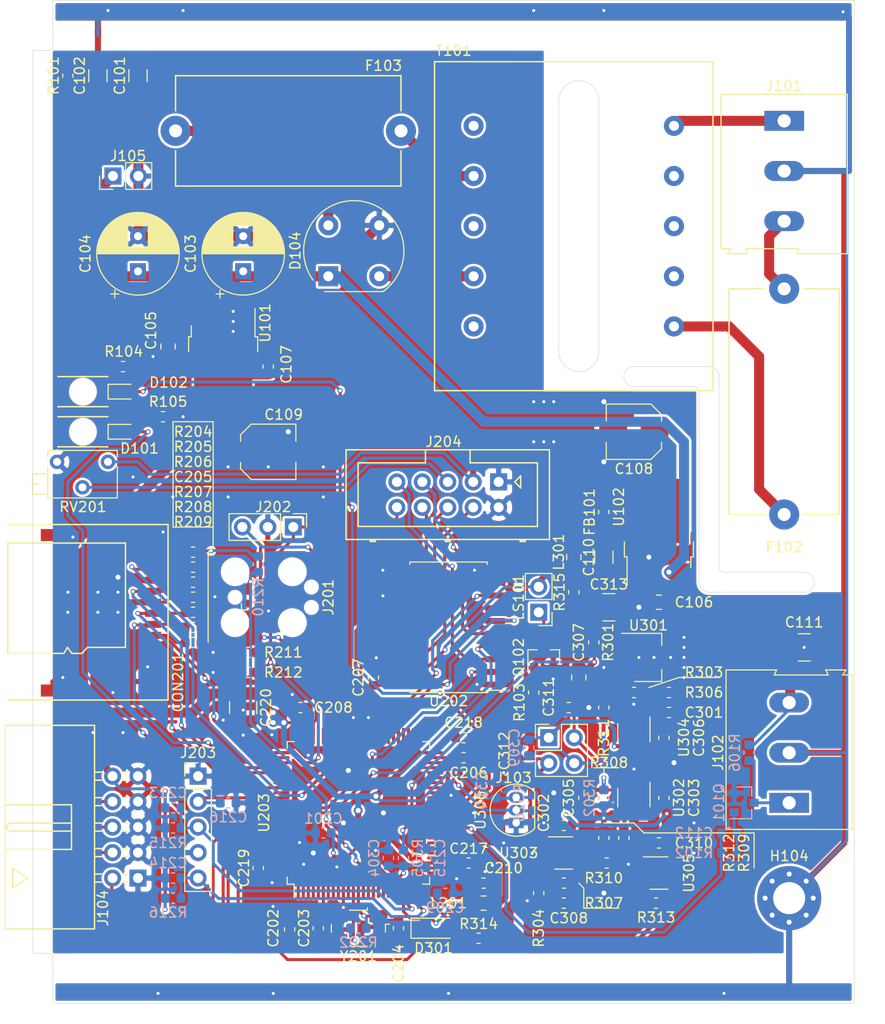
<source format=kicad_pcb>
(kicad_pcb (version 20171130) (host pcbnew 5.1.5)

  (general
    (thickness 1.6)
    (drawings 54)
    (tracks 1099)
    (zones 0)
    (modules 116)
    (nets 133)
  )

  (page A4)
  (layers
    (0 F.Cu signal)
    (31 B.Cu signal)
    (32 B.Adhes user)
    (33 F.Adhes user)
    (34 B.Paste user)
    (35 F.Paste user)
    (36 B.SilkS user)
    (37 F.SilkS user)
    (38 B.Mask user)
    (39 F.Mask user)
    (40 Dwgs.User user)
    (41 Cmts.User user)
    (42 Eco1.User user)
    (43 Eco2.User user)
    (44 Edge.Cuts user)
    (45 Margin user)
    (46 B.CrtYd user)
    (47 F.CrtYd user)
    (48 B.Fab user hide)
    (49 F.Fab user hide)
  )

  (setup
    (last_trace_width 0.6)
    (user_trace_width 0.3)
    (user_trace_width 0.4)
    (user_trace_width 0.6)
    (user_trace_width 1)
    (user_trace_width 2)
    (trace_clearance 0.2)
    (zone_clearance 0.25)
    (zone_45_only no)
    (trace_min 0.21)
    (via_size 0.5)
    (via_drill 0.3)
    (via_min_size 0.4)
    (via_min_drill 0.3)
    (user_via 0.9 0.5)
    (uvia_size 0.3)
    (uvia_drill 0.1)
    (uvias_allowed no)
    (uvia_min_size 0.2)
    (uvia_min_drill 0.1)
    (edge_width 0.05)
    (segment_width 0.2)
    (pcb_text_width 0.3)
    (pcb_text_size 1.5 1.5)
    (mod_edge_width 0.12)
    (mod_text_size 1 1)
    (mod_text_width 0.15)
    (pad_size 0.7874 0.7874)
    (pad_drill 0)
    (pad_to_mask_clearance 0.051)
    (solder_mask_min_width 0.25)
    (aux_axis_origin 13 13)
    (grid_origin 13 13)
    (visible_elements FFFFFF7F)
    (pcbplotparams
      (layerselection 0x010fc_ffffffff)
      (usegerberextensions false)
      (usegerberattributes false)
      (usegerberadvancedattributes false)
      (creategerberjobfile false)
      (excludeedgelayer true)
      (linewidth 0.100000)
      (plotframeref false)
      (viasonmask false)
      (mode 1)
      (useauxorigin false)
      (hpglpennumber 1)
      (hpglpenspeed 20)
      (hpglpendiameter 15.000000)
      (psnegative false)
      (psa4output false)
      (plotreference true)
      (plotvalue true)
      (plotinvisibletext false)
      (padsonsilk false)
      (subtractmaskfromsilk false)
      (outputformat 1)
      (mirror false)
      (drillshape 1)
      (scaleselection 1)
      (outputdirectory ""))
  )

  (net 0 "")
  (net 1 Earth)
  (net 2 GND)
  (net 3 +8V)
  (net 4 +3V3)
  (net 5 "Net-(C108-Pad1)")
  (net 6 +5V)
  (net 7 "Net-(C112-Pad2)")
  (net 8 /Controller/OUT0)
  (net 9 "Net-(C203-Pad1)")
  (net 10 "Net-(C204-Pad1)")
  (net 11 "Net-(C206-Pad1)")
  (net 12 "Net-(C208-Pad1)")
  (net 13 "Net-(C209-Pad1)")
  (net 14 /Controller/ENC1)
  (net 15 /Controller/ENC2)
  (net 16 /Controller/VREF)
  (net 17 /Controller/SW1)
  (net 18 "Net-(C301-Pad1)")
  (net 19 +5VA)
  (net 20 "Net-(C305-Pad1)")
  (net 21 "Net-(C305-Pad2)")
  (net 22 "Net-(C308-Pad1)")
  (net 23 /Frontend/FORCE+)
  (net 24 /Frontend/FORCE-)
  (net 25 /Frontend/SENS+)
  (net 26 /Frontend/SENS-)
  (net 27 /Controller/SDIO_D1)
  (net 28 /Controller/SDIO_D0)
  (net 29 /Controller/SDIO_CLK)
  (net 30 /Controller/SDIO_CMD)
  (net 31 /Controller/SDIO_D3)
  (net 32 /Controller/SDIO_D2)
  (net 33 /Controller/OUT3)
  (net 34 "Net-(D101-Pad1)")
  (net 35 "Net-(D102-Pad1)")
  (net 36 /Controller/OUT2)
  (net 37 "Net-(D104-Pad4)")
  (net 38 "Net-(D104-Pad2)")
  (net 39 /Controller/TEMP_IN)
  (net 40 /L_Trafo)
  (net 41 /L_IN)
  (net 42 "Net-(F103-Pad2)")
  (net 43 /N_IN)
  (net 44 "Net-(J102-Pad1)")
  (net 45 /DIGIO3)
  (net 46 /DIGIO2)
  (net 47 /DIGIO1)
  (net 48 /DIGIO0)
  (net 49 /Controller/SWDIO)
  (net 50 /Controller/SWCLK)
  (net 51 "Net-(J201-Pad5)")
  (net 52 "Net-(J201-Pad6)")
  (net 53 /Controller/PC_RX)
  (net 54 "Net-(J201-Pad8)")
  (net 55 /Controller/PC_TX)
  (net 56 /Controller/~RST)
  (net 57 "Net-(L301-Pad2)")
  (net 58 "Net-(LS101-Pad1)")
  (net 59 "Net-(Q102-Pad1)")
  (net 60 /Controller/OUT1)
  (net 61 "Net-(R309-Pad1)")
  (net 62 "Net-(R310-Pad2)")
  (net 63 "Net-(R313-Pad1)")
  (net 64 /Controller/LCD_VO)
  (net 65 "Net-(U202-Pad2)")
  (net 66 "Net-(U202-Pad4)")
  (net 67 "Net-(U202-Pad6)")
  (net 68 "Net-(U202-Pad7)")
  (net 69 "Net-(U202-Pad8)")
  (net 70 "Net-(U202-Pad9)")
  (net 71 "Net-(U202-Pad15)")
  (net 72 "Net-(U202-Pad17)")
  (net 73 "Net-(U203-Pad1)")
  (net 74 "Net-(U203-Pad2)")
  (net 75 "Net-(U203-Pad3)")
  (net 76 "Net-(U203-Pad4)")
  (net 77 "Net-(U203-Pad5)")
  (net 78 "Net-(U203-Pad7)")
  (net 79 "Net-(U203-Pad8)")
  (net 80 "Net-(U203-Pad9)")
  (net 81 "Net-(U203-Pad15)")
  (net 82 "Net-(U203-Pad16)")
  (net 83 "Net-(U203-Pad17)")
  (net 84 "Net-(U203-Pad18)")
  (net 85 "Net-(U203-Pad26)")
  (net 86 "Net-(U203-Pad29)")
  (net 87 "Net-(U203-Pad30)")
  (net 88 "Net-(U203-Pad31)")
  (net 89 "Net-(U203-Pad32)")
  (net 90 "Net-(U203-Pad33)")
  (net 91 "Net-(U203-Pad38)")
  (net 92 "Net-(U203-Pad39)")
  (net 93 "Net-(U203-Pad40)")
  (net 94 "Net-(U203-Pad41)")
  (net 95 "Net-(U203-Pad42)")
  (net 96 "Net-(U203-Pad43)")
  (net 97 "Net-(U203-Pad44)")
  (net 98 "Net-(U203-Pad45)")
  (net 99 "Net-(U203-Pad46)")
  (net 100 "Net-(U203-Pad51)")
  (net 101 "Net-(U203-Pad52)")
  (net 102 "Net-(U203-Pad53)")
  (net 103 "Net-(U203-Pad54)")
  (net 104 "Net-(U203-Pad59)")
  (net 105 "Net-(U203-Pad60)")
  (net 106 "Net-(U203-Pad61)")
  (net 107 "Net-(U203-Pad62)")
  (net 108 "Net-(U203-Pad63)")
  (net 109 "Net-(U203-Pad64)")
  (net 110 "Net-(U203-Pad67)")
  (net 111 "Net-(U203-Pad70)")
  (net 112 "Net-(U203-Pad71)")
  (net 113 "Net-(U203-Pad77)")
  (net 114 "Net-(U203-Pad81)")
  (net 115 "Net-(U203-Pad82)")
  (net 116 "Net-(U203-Pad84)")
  (net 117 "Net-(U203-Pad86)")
  (net 118 "Net-(U203-Pad95)")
  (net 119 "Net-(U203-Pad96)")
  (net 120 "Net-(U203-Pad97)")
  (net 121 "Net-(U203-Pad98)")
  (net 122 /Controller/LCD_RS)
  (net 123 /Controller/LCD_EN)
  (net 124 /Controller/LCD_D3)
  (net 125 /Controller/LCD_D0)
  (net 126 /Controller/LCD_D2)
  (net 127 /Controller/LCD_D1)
  (net 128 "Net-(C308-Pad2)")
  (net 129 "Net-(U203-Pad34)")
  (net 130 "Net-(CON201-Pad9)")
  (net 131 "Net-(C307-Pad1)")
  (net 132 /Controller/FRONTEND_TEMP)

  (net_class Default "This is the default net class."
    (clearance 0.2)
    (trace_width 0.25)
    (via_dia 0.5)
    (via_drill 0.3)
    (uvia_dia 0.3)
    (uvia_drill 0.1)
    (diff_pair_width 0.21)
    (diff_pair_gap 0.25)
    (add_net +3V3)
    (add_net +5V)
    (add_net +5VA)
    (add_net +8V)
    (add_net /Controller/ENC1)
    (add_net /Controller/ENC2)
    (add_net /Controller/FRONTEND_TEMP)
    (add_net /Controller/LCD_D0)
    (add_net /Controller/LCD_D1)
    (add_net /Controller/LCD_D2)
    (add_net /Controller/LCD_D3)
    (add_net /Controller/LCD_EN)
    (add_net /Controller/LCD_RS)
    (add_net /Controller/LCD_VO)
    (add_net /Controller/OUT0)
    (add_net /Controller/OUT1)
    (add_net /Controller/OUT2)
    (add_net /Controller/OUT3)
    (add_net /Controller/PC_RX)
    (add_net /Controller/PC_TX)
    (add_net /Controller/SDIO_CLK)
    (add_net /Controller/SDIO_CMD)
    (add_net /Controller/SDIO_D0)
    (add_net /Controller/SDIO_D1)
    (add_net /Controller/SDIO_D2)
    (add_net /Controller/SDIO_D3)
    (add_net /Controller/SW1)
    (add_net /Controller/SWCLK)
    (add_net /Controller/SWDIO)
    (add_net /Controller/TEMP_IN)
    (add_net /Controller/VREF)
    (add_net /Controller/~RST)
    (add_net /DIGIO0)
    (add_net /DIGIO1)
    (add_net /DIGIO2)
    (add_net /DIGIO3)
    (add_net /Frontend/FORCE+)
    (add_net /Frontend/FORCE-)
    (add_net /Frontend/SENS+)
    (add_net /Frontend/SENS-)
    (add_net Earth)
    (add_net GND)
    (add_net "Net-(C108-Pad1)")
    (add_net "Net-(C112-Pad2)")
    (add_net "Net-(C203-Pad1)")
    (add_net "Net-(C204-Pad1)")
    (add_net "Net-(C206-Pad1)")
    (add_net "Net-(C208-Pad1)")
    (add_net "Net-(C209-Pad1)")
    (add_net "Net-(C301-Pad1)")
    (add_net "Net-(C305-Pad1)")
    (add_net "Net-(C305-Pad2)")
    (add_net "Net-(C307-Pad1)")
    (add_net "Net-(C308-Pad1)")
    (add_net "Net-(C308-Pad2)")
    (add_net "Net-(CON201-Pad9)")
    (add_net "Net-(D101-Pad1)")
    (add_net "Net-(D102-Pad1)")
    (add_net "Net-(D104-Pad2)")
    (add_net "Net-(D104-Pad4)")
    (add_net "Net-(F103-Pad2)")
    (add_net "Net-(J102-Pad1)")
    (add_net "Net-(J201-Pad5)")
    (add_net "Net-(J201-Pad6)")
    (add_net "Net-(J201-Pad8)")
    (add_net "Net-(L301-Pad2)")
    (add_net "Net-(LS101-Pad1)")
    (add_net "Net-(Q102-Pad1)")
    (add_net "Net-(R309-Pad1)")
    (add_net "Net-(R310-Pad2)")
    (add_net "Net-(R313-Pad1)")
    (add_net "Net-(U202-Pad15)")
    (add_net "Net-(U202-Pad17)")
    (add_net "Net-(U202-Pad2)")
    (add_net "Net-(U202-Pad4)")
    (add_net "Net-(U202-Pad6)")
    (add_net "Net-(U202-Pad7)")
    (add_net "Net-(U202-Pad8)")
    (add_net "Net-(U202-Pad9)")
    (add_net "Net-(U203-Pad1)")
    (add_net "Net-(U203-Pad15)")
    (add_net "Net-(U203-Pad16)")
    (add_net "Net-(U203-Pad17)")
    (add_net "Net-(U203-Pad18)")
    (add_net "Net-(U203-Pad2)")
    (add_net "Net-(U203-Pad26)")
    (add_net "Net-(U203-Pad29)")
    (add_net "Net-(U203-Pad3)")
    (add_net "Net-(U203-Pad30)")
    (add_net "Net-(U203-Pad31)")
    (add_net "Net-(U203-Pad32)")
    (add_net "Net-(U203-Pad33)")
    (add_net "Net-(U203-Pad34)")
    (add_net "Net-(U203-Pad38)")
    (add_net "Net-(U203-Pad39)")
    (add_net "Net-(U203-Pad4)")
    (add_net "Net-(U203-Pad40)")
    (add_net "Net-(U203-Pad41)")
    (add_net "Net-(U203-Pad42)")
    (add_net "Net-(U203-Pad43)")
    (add_net "Net-(U203-Pad44)")
    (add_net "Net-(U203-Pad45)")
    (add_net "Net-(U203-Pad46)")
    (add_net "Net-(U203-Pad5)")
    (add_net "Net-(U203-Pad51)")
    (add_net "Net-(U203-Pad52)")
    (add_net "Net-(U203-Pad53)")
    (add_net "Net-(U203-Pad54)")
    (add_net "Net-(U203-Pad59)")
    (add_net "Net-(U203-Pad60)")
    (add_net "Net-(U203-Pad61)")
    (add_net "Net-(U203-Pad62)")
    (add_net "Net-(U203-Pad63)")
    (add_net "Net-(U203-Pad64)")
    (add_net "Net-(U203-Pad67)")
    (add_net "Net-(U203-Pad7)")
    (add_net "Net-(U203-Pad70)")
    (add_net "Net-(U203-Pad71)")
    (add_net "Net-(U203-Pad77)")
    (add_net "Net-(U203-Pad8)")
    (add_net "Net-(U203-Pad81)")
    (add_net "Net-(U203-Pad82)")
    (add_net "Net-(U203-Pad84)")
    (add_net "Net-(U203-Pad86)")
    (add_net "Net-(U203-Pad9)")
    (add_net "Net-(U203-Pad95)")
    (add_net "Net-(U203-Pad96)")
    (add_net "Net-(U203-Pad97)")
    (add_net "Net-(U203-Pad98)")
  )

  (net_class HV ""
    (clearance 2)
    (trace_width 1)
    (via_dia 0.5)
    (via_drill 0.3)
    (uvia_dia 0.3)
    (uvia_drill 0.1)
    (diff_pair_width 0.21)
    (diff_pair_gap 0.25)
    (add_net /L_IN)
    (add_net /L_Trafo)
    (add_net /N_IN)
  )

  (module proz_unknown:1271.1001 (layer F.Cu) (tedit 5C192637) (tstamp 5E036FB5)
    (at 16 52 180)
    (fp_text reference REF** (at 2.3 2.5) (layer F.SilkS) hide
      (effects (font (size 1 1) (thickness 0.15)))
    )
    (fp_text value 1271.1001 (at 4.1 -2.5) (layer F.Fab)
      (effects (font (size 1 1) (thickness 0.15)))
    )
    (fp_line (start -1.8 1.2) (end -1.8 -1.2) (layer F.CrtYd) (width 0.12))
    (fp_line (start -6 1.2) (end -1.8 1.2) (layer F.CrtYd) (width 0.12))
    (fp_line (start -6 -1.2) (end -6 1.2) (layer F.CrtYd) (width 0.12))
    (fp_line (start -1.8 -1.2) (end -6 -1.2) (layer F.CrtYd) (width 0.12))
    (fp_line (start -1.5 1.5) (end -1.5 -1.5) (layer F.CrtYd) (width 0.12))
    (fp_line (start 1.5 -1.5) (end 1.5 1.5) (layer F.CrtYd) (width 0.12))
    (fp_line (start -6.3 -1.5) (end -6.3 1.5) (layer F.CrtYd) (width 0.12))
    (fp_line (start 8.1 -1.5) (end -6.3 -1.5) (layer F.CrtYd) (width 0.12))
    (fp_line (start 8.1 1.5) (end 8.1 -1.5) (layer F.CrtYd) (width 0.12))
    (fp_line (start -6.3 1.5) (end 8.1 1.5) (layer F.CrtYd) (width 0.12))
    (fp_line (start -2.5 -1.5) (end 2.5 -1.5) (layer F.SilkS) (width 0.15))
    (fp_line (start -2.5 1.5) (end 2.5 1.5) (layer F.SilkS) (width 0.15))
    (pad "" np_thru_hole circle (at 0 0 180) (size 2.3 2.3) (drill 2.3) (layers *.Cu *.Mask))
  )

  (module proz_unknown:1271.1001 (layer F.Cu) (tedit 5C192637) (tstamp 5E035345)
    (at 16 56 180)
    (fp_text reference REF** (at 2.3 2.5) (layer F.SilkS) hide
      (effects (font (size 1 1) (thickness 0.15)))
    )
    (fp_text value 1271.1001 (at 4.1 -2.5) (layer F.Fab)
      (effects (font (size 1 1) (thickness 0.15)))
    )
    (fp_line (start -1.8 1.2) (end -1.8 -1.2) (layer F.CrtYd) (width 0.12))
    (fp_line (start -6 1.2) (end -1.8 1.2) (layer F.CrtYd) (width 0.12))
    (fp_line (start -6 -1.2) (end -6 1.2) (layer F.CrtYd) (width 0.12))
    (fp_line (start -1.8 -1.2) (end -6 -1.2) (layer F.CrtYd) (width 0.12))
    (fp_line (start -1.5 1.5) (end -1.5 -1.5) (layer F.CrtYd) (width 0.12))
    (fp_line (start 1.5 -1.5) (end 1.5 1.5) (layer F.CrtYd) (width 0.12))
    (fp_line (start -6.3 -1.5) (end -6.3 1.5) (layer F.CrtYd) (width 0.12))
    (fp_line (start 8.1 -1.5) (end -6.3 -1.5) (layer F.CrtYd) (width 0.12))
    (fp_line (start 8.1 1.5) (end 8.1 -1.5) (layer F.CrtYd) (width 0.12))
    (fp_line (start -6.3 1.5) (end 8.1 1.5) (layer F.CrtYd) (width 0.12))
    (fp_line (start -2.5 -1.5) (end 2.5 -1.5) (layer F.SilkS) (width 0.15))
    (fp_line (start -2.5 1.5) (end 2.5 1.5) (layer F.SilkS) (width 0.15))
    (pad "" np_thru_hole circle (at 0 0 180) (size 2.3 2.3) (drill 2.3) (layers *.Cu *.Mask))
  )

  (module Capacitor_SMD:C_1206_3216Metric (layer F.Cu) (tedit 5B301BBE) (tstamp 5DEF0E11)
    (at 21.5 20.5 90)
    (descr "Capacitor SMD 1206 (3216 Metric), square (rectangular) end terminal, IPC_7351 nominal, (Body size source: http://www.tortai-tech.com/upload/download/2011102023233369053.pdf), generated with kicad-footprint-generator")
    (tags capacitor)
    (path /5D708E87)
    (attr smd)
    (fp_text reference C101 (at 0 -1.82 90) (layer F.SilkS)
      (effects (font (size 1 1) (thickness 0.15)))
    )
    (fp_text value 100n/1kV (at 0 1.82 90) (layer F.Fab)
      (effects (font (size 1 1) (thickness 0.15)))
    )
    (fp_text user %R (at 0 0 90) (layer F.Fab)
      (effects (font (size 0.8 0.8) (thickness 0.12)))
    )
    (fp_line (start 2.28 1.12) (end -2.28 1.12) (layer F.CrtYd) (width 0.05))
    (fp_line (start 2.28 -1.12) (end 2.28 1.12) (layer F.CrtYd) (width 0.05))
    (fp_line (start -2.28 -1.12) (end 2.28 -1.12) (layer F.CrtYd) (width 0.05))
    (fp_line (start -2.28 1.12) (end -2.28 -1.12) (layer F.CrtYd) (width 0.05))
    (fp_line (start -0.602064 0.91) (end 0.602064 0.91) (layer F.SilkS) (width 0.12))
    (fp_line (start -0.602064 -0.91) (end 0.602064 -0.91) (layer F.SilkS) (width 0.12))
    (fp_line (start 1.6 0.8) (end -1.6 0.8) (layer F.Fab) (width 0.1))
    (fp_line (start 1.6 -0.8) (end 1.6 0.8) (layer F.Fab) (width 0.1))
    (fp_line (start -1.6 -0.8) (end 1.6 -0.8) (layer F.Fab) (width 0.1))
    (fp_line (start -1.6 0.8) (end -1.6 -0.8) (layer F.Fab) (width 0.1))
    (pad 2 smd roundrect (at 1.4 0 90) (size 1.25 1.75) (layers F.Cu F.Paste F.Mask) (roundrect_rratio 0.2)
      (net 1 Earth))
    (pad 1 smd roundrect (at -1.4 0 90) (size 1.25 1.75) (layers F.Cu F.Paste F.Mask) (roundrect_rratio 0.2)
      (net 2 GND))
    (model ${KISYS3DMOD}/Capacitor_SMD.3dshapes/C_1206_3216Metric.wrl
      (at (xyz 0 0 0))
      (scale (xyz 1 1 1))
      (rotate (xyz 0 0 0))
    )
  )

  (module Capacitor_SMD:C_1206_3216Metric (layer F.Cu) (tedit 5B301BBE) (tstamp 5DEF0E22)
    (at 17.5 20.5 90)
    (descr "Capacitor SMD 1206 (3216 Metric), square (rectangular) end terminal, IPC_7351 nominal, (Body size source: http://www.tortai-tech.com/upload/download/2011102023233369053.pdf), generated with kicad-footprint-generator")
    (tags capacitor)
    (path /5D707F91)
    (attr smd)
    (fp_text reference C102 (at 0 -1.82 90) (layer F.SilkS)
      (effects (font (size 1 1) (thickness 0.15)))
    )
    (fp_text value 100n/1kV (at 0 1.82 90) (layer F.Fab)
      (effects (font (size 1 1) (thickness 0.15)))
    )
    (fp_line (start -1.6 0.8) (end -1.6 -0.8) (layer F.Fab) (width 0.1))
    (fp_line (start -1.6 -0.8) (end 1.6 -0.8) (layer F.Fab) (width 0.1))
    (fp_line (start 1.6 -0.8) (end 1.6 0.8) (layer F.Fab) (width 0.1))
    (fp_line (start 1.6 0.8) (end -1.6 0.8) (layer F.Fab) (width 0.1))
    (fp_line (start -0.602064 -0.91) (end 0.602064 -0.91) (layer F.SilkS) (width 0.12))
    (fp_line (start -0.602064 0.91) (end 0.602064 0.91) (layer F.SilkS) (width 0.12))
    (fp_line (start -2.28 1.12) (end -2.28 -1.12) (layer F.CrtYd) (width 0.05))
    (fp_line (start -2.28 -1.12) (end 2.28 -1.12) (layer F.CrtYd) (width 0.05))
    (fp_line (start 2.28 -1.12) (end 2.28 1.12) (layer F.CrtYd) (width 0.05))
    (fp_line (start 2.28 1.12) (end -2.28 1.12) (layer F.CrtYd) (width 0.05))
    (fp_text user %R (at 0 0 90) (layer F.Fab)
      (effects (font (size 0.8 0.8) (thickness 0.12)))
    )
    (pad 1 smd roundrect (at -1.4 0 90) (size 1.25 1.75) (layers F.Cu F.Paste F.Mask) (roundrect_rratio 0.2)
      (net 2 GND))
    (pad 2 smd roundrect (at 1.4 0 90) (size 1.25 1.75) (layers F.Cu F.Paste F.Mask) (roundrect_rratio 0.2)
      (net 1 Earth))
    (model ${KISYS3DMOD}/Capacitor_SMD.3dshapes/C_1206_3216Metric.wrl
      (at (xyz 0 0 0))
      (scale (xyz 1 1 1))
      (rotate (xyz 0 0 0))
    )
  )

  (module Capacitor_THT:CP_Radial_D8.0mm_P3.50mm (layer F.Cu) (tedit 5AE50EF0) (tstamp 5DEF0ECB)
    (at 32 40 90)
    (descr "CP, Radial series, Radial, pin pitch=3.50mm, , diameter=8mm, Electrolytic Capacitor")
    (tags "CP Radial series Radial pin pitch 3.50mm  diameter 8mm Electrolytic Capacitor")
    (path /5D7133CA)
    (fp_text reference C103 (at 1.75 -5.25 90) (layer F.SilkS)
      (effects (font (size 1 1) (thickness 0.15)))
    )
    (fp_text value 470u (at 1.75 5.25 90) (layer F.Fab)
      (effects (font (size 1 1) (thickness 0.15)))
    )
    (fp_text user %R (at 1.75 0 90) (layer F.Fab)
      (effects (font (size 1 1) (thickness 0.15)))
    )
    (fp_line (start -2.259698 -2.715) (end -2.259698 -1.915) (layer F.SilkS) (width 0.12))
    (fp_line (start -2.659698 -2.315) (end -1.859698 -2.315) (layer F.SilkS) (width 0.12))
    (fp_line (start 5.831 -0.533) (end 5.831 0.533) (layer F.SilkS) (width 0.12))
    (fp_line (start 5.791 -0.768) (end 5.791 0.768) (layer F.SilkS) (width 0.12))
    (fp_line (start 5.751 -0.948) (end 5.751 0.948) (layer F.SilkS) (width 0.12))
    (fp_line (start 5.711 -1.098) (end 5.711 1.098) (layer F.SilkS) (width 0.12))
    (fp_line (start 5.671 -1.229) (end 5.671 1.229) (layer F.SilkS) (width 0.12))
    (fp_line (start 5.631 -1.346) (end 5.631 1.346) (layer F.SilkS) (width 0.12))
    (fp_line (start 5.591 -1.453) (end 5.591 1.453) (layer F.SilkS) (width 0.12))
    (fp_line (start 5.551 -1.552) (end 5.551 1.552) (layer F.SilkS) (width 0.12))
    (fp_line (start 5.511 -1.645) (end 5.511 1.645) (layer F.SilkS) (width 0.12))
    (fp_line (start 5.471 -1.731) (end 5.471 1.731) (layer F.SilkS) (width 0.12))
    (fp_line (start 5.431 -1.813) (end 5.431 1.813) (layer F.SilkS) (width 0.12))
    (fp_line (start 5.391 -1.89) (end 5.391 1.89) (layer F.SilkS) (width 0.12))
    (fp_line (start 5.351 -1.964) (end 5.351 1.964) (layer F.SilkS) (width 0.12))
    (fp_line (start 5.311 -2.034) (end 5.311 2.034) (layer F.SilkS) (width 0.12))
    (fp_line (start 5.271 -2.102) (end 5.271 2.102) (layer F.SilkS) (width 0.12))
    (fp_line (start 5.231 -2.166) (end 5.231 2.166) (layer F.SilkS) (width 0.12))
    (fp_line (start 5.191 -2.228) (end 5.191 2.228) (layer F.SilkS) (width 0.12))
    (fp_line (start 5.151 -2.287) (end 5.151 2.287) (layer F.SilkS) (width 0.12))
    (fp_line (start 5.111 -2.345) (end 5.111 2.345) (layer F.SilkS) (width 0.12))
    (fp_line (start 5.071 -2.4) (end 5.071 2.4) (layer F.SilkS) (width 0.12))
    (fp_line (start 5.031 -2.454) (end 5.031 2.454) (layer F.SilkS) (width 0.12))
    (fp_line (start 4.991 -2.505) (end 4.991 2.505) (layer F.SilkS) (width 0.12))
    (fp_line (start 4.951 -2.556) (end 4.951 2.556) (layer F.SilkS) (width 0.12))
    (fp_line (start 4.911 -2.604) (end 4.911 2.604) (layer F.SilkS) (width 0.12))
    (fp_line (start 4.871 -2.651) (end 4.871 2.651) (layer F.SilkS) (width 0.12))
    (fp_line (start 4.831 -2.697) (end 4.831 2.697) (layer F.SilkS) (width 0.12))
    (fp_line (start 4.791 -2.741) (end 4.791 2.741) (layer F.SilkS) (width 0.12))
    (fp_line (start 4.751 -2.784) (end 4.751 2.784) (layer F.SilkS) (width 0.12))
    (fp_line (start 4.711 -2.826) (end 4.711 2.826) (layer F.SilkS) (width 0.12))
    (fp_line (start 4.671 -2.867) (end 4.671 2.867) (layer F.SilkS) (width 0.12))
    (fp_line (start 4.631 -2.907) (end 4.631 2.907) (layer F.SilkS) (width 0.12))
    (fp_line (start 4.591 -2.945) (end 4.591 2.945) (layer F.SilkS) (width 0.12))
    (fp_line (start 4.551 -2.983) (end 4.551 2.983) (layer F.SilkS) (width 0.12))
    (fp_line (start 4.511 1.04) (end 4.511 3.019) (layer F.SilkS) (width 0.12))
    (fp_line (start 4.511 -3.019) (end 4.511 -1.04) (layer F.SilkS) (width 0.12))
    (fp_line (start 4.471 1.04) (end 4.471 3.055) (layer F.SilkS) (width 0.12))
    (fp_line (start 4.471 -3.055) (end 4.471 -1.04) (layer F.SilkS) (width 0.12))
    (fp_line (start 4.431 1.04) (end 4.431 3.09) (layer F.SilkS) (width 0.12))
    (fp_line (start 4.431 -3.09) (end 4.431 -1.04) (layer F.SilkS) (width 0.12))
    (fp_line (start 4.391 1.04) (end 4.391 3.124) (layer F.SilkS) (width 0.12))
    (fp_line (start 4.391 -3.124) (end 4.391 -1.04) (layer F.SilkS) (width 0.12))
    (fp_line (start 4.351 1.04) (end 4.351 3.156) (layer F.SilkS) (width 0.12))
    (fp_line (start 4.351 -3.156) (end 4.351 -1.04) (layer F.SilkS) (width 0.12))
    (fp_line (start 4.311 1.04) (end 4.311 3.189) (layer F.SilkS) (width 0.12))
    (fp_line (start 4.311 -3.189) (end 4.311 -1.04) (layer F.SilkS) (width 0.12))
    (fp_line (start 4.271 1.04) (end 4.271 3.22) (layer F.SilkS) (width 0.12))
    (fp_line (start 4.271 -3.22) (end 4.271 -1.04) (layer F.SilkS) (width 0.12))
    (fp_line (start 4.231 1.04) (end 4.231 3.25) (layer F.SilkS) (width 0.12))
    (fp_line (start 4.231 -3.25) (end 4.231 -1.04) (layer F.SilkS) (width 0.12))
    (fp_line (start 4.191 1.04) (end 4.191 3.28) (layer F.SilkS) (width 0.12))
    (fp_line (start 4.191 -3.28) (end 4.191 -1.04) (layer F.SilkS) (width 0.12))
    (fp_line (start 4.151 1.04) (end 4.151 3.309) (layer F.SilkS) (width 0.12))
    (fp_line (start 4.151 -3.309) (end 4.151 -1.04) (layer F.SilkS) (width 0.12))
    (fp_line (start 4.111 1.04) (end 4.111 3.338) (layer F.SilkS) (width 0.12))
    (fp_line (start 4.111 -3.338) (end 4.111 -1.04) (layer F.SilkS) (width 0.12))
    (fp_line (start 4.071 1.04) (end 4.071 3.365) (layer F.SilkS) (width 0.12))
    (fp_line (start 4.071 -3.365) (end 4.071 -1.04) (layer F.SilkS) (width 0.12))
    (fp_line (start 4.031 1.04) (end 4.031 3.392) (layer F.SilkS) (width 0.12))
    (fp_line (start 4.031 -3.392) (end 4.031 -1.04) (layer F.SilkS) (width 0.12))
    (fp_line (start 3.991 1.04) (end 3.991 3.418) (layer F.SilkS) (width 0.12))
    (fp_line (start 3.991 -3.418) (end 3.991 -1.04) (layer F.SilkS) (width 0.12))
    (fp_line (start 3.951 1.04) (end 3.951 3.444) (layer F.SilkS) (width 0.12))
    (fp_line (start 3.951 -3.444) (end 3.951 -1.04) (layer F.SilkS) (width 0.12))
    (fp_line (start 3.911 1.04) (end 3.911 3.469) (layer F.SilkS) (width 0.12))
    (fp_line (start 3.911 -3.469) (end 3.911 -1.04) (layer F.SilkS) (width 0.12))
    (fp_line (start 3.871 1.04) (end 3.871 3.493) (layer F.SilkS) (width 0.12))
    (fp_line (start 3.871 -3.493) (end 3.871 -1.04) (layer F.SilkS) (width 0.12))
    (fp_line (start 3.831 1.04) (end 3.831 3.517) (layer F.SilkS) (width 0.12))
    (fp_line (start 3.831 -3.517) (end 3.831 -1.04) (layer F.SilkS) (width 0.12))
    (fp_line (start 3.791 1.04) (end 3.791 3.54) (layer F.SilkS) (width 0.12))
    (fp_line (start 3.791 -3.54) (end 3.791 -1.04) (layer F.SilkS) (width 0.12))
    (fp_line (start 3.751 1.04) (end 3.751 3.562) (layer F.SilkS) (width 0.12))
    (fp_line (start 3.751 -3.562) (end 3.751 -1.04) (layer F.SilkS) (width 0.12))
    (fp_line (start 3.711 1.04) (end 3.711 3.584) (layer F.SilkS) (width 0.12))
    (fp_line (start 3.711 -3.584) (end 3.711 -1.04) (layer F.SilkS) (width 0.12))
    (fp_line (start 3.671 1.04) (end 3.671 3.606) (layer F.SilkS) (width 0.12))
    (fp_line (start 3.671 -3.606) (end 3.671 -1.04) (layer F.SilkS) (width 0.12))
    (fp_line (start 3.631 1.04) (end 3.631 3.627) (layer F.SilkS) (width 0.12))
    (fp_line (start 3.631 -3.627) (end 3.631 -1.04) (layer F.SilkS) (width 0.12))
    (fp_line (start 3.591 1.04) (end 3.591 3.647) (layer F.SilkS) (width 0.12))
    (fp_line (start 3.591 -3.647) (end 3.591 -1.04) (layer F.SilkS) (width 0.12))
    (fp_line (start 3.551 1.04) (end 3.551 3.666) (layer F.SilkS) (width 0.12))
    (fp_line (start 3.551 -3.666) (end 3.551 -1.04) (layer F.SilkS) (width 0.12))
    (fp_line (start 3.511 1.04) (end 3.511 3.686) (layer F.SilkS) (width 0.12))
    (fp_line (start 3.511 -3.686) (end 3.511 -1.04) (layer F.SilkS) (width 0.12))
    (fp_line (start 3.471 1.04) (end 3.471 3.704) (layer F.SilkS) (width 0.12))
    (fp_line (start 3.471 -3.704) (end 3.471 -1.04) (layer F.SilkS) (width 0.12))
    (fp_line (start 3.431 1.04) (end 3.431 3.722) (layer F.SilkS) (width 0.12))
    (fp_line (start 3.431 -3.722) (end 3.431 -1.04) (layer F.SilkS) (width 0.12))
    (fp_line (start 3.391 1.04) (end 3.391 3.74) (layer F.SilkS) (width 0.12))
    (fp_line (start 3.391 -3.74) (end 3.391 -1.04) (layer F.SilkS) (width 0.12))
    (fp_line (start 3.351 1.04) (end 3.351 3.757) (layer F.SilkS) (width 0.12))
    (fp_line (start 3.351 -3.757) (end 3.351 -1.04) (layer F.SilkS) (width 0.12))
    (fp_line (start 3.311 1.04) (end 3.311 3.774) (layer F.SilkS) (width 0.12))
    (fp_line (start 3.311 -3.774) (end 3.311 -1.04) (layer F.SilkS) (width 0.12))
    (fp_line (start 3.271 1.04) (end 3.271 3.79) (layer F.SilkS) (width 0.12))
    (fp_line (start 3.271 -3.79) (end 3.271 -1.04) (layer F.SilkS) (width 0.12))
    (fp_line (start 3.231 1.04) (end 3.231 3.805) (layer F.SilkS) (width 0.12))
    (fp_line (start 3.231 -3.805) (end 3.231 -1.04) (layer F.SilkS) (width 0.12))
    (fp_line (start 3.191 1.04) (end 3.191 3.821) (layer F.SilkS) (width 0.12))
    (fp_line (start 3.191 -3.821) (end 3.191 -1.04) (layer F.SilkS) (width 0.12))
    (fp_line (start 3.151 1.04) (end 3.151 3.835) (layer F.SilkS) (width 0.12))
    (fp_line (start 3.151 -3.835) (end 3.151 -1.04) (layer F.SilkS) (width 0.12))
    (fp_line (start 3.111 1.04) (end 3.111 3.85) (layer F.SilkS) (width 0.12))
    (fp_line (start 3.111 -3.85) (end 3.111 -1.04) (layer F.SilkS) (width 0.12))
    (fp_line (start 3.071 1.04) (end 3.071 3.863) (layer F.SilkS) (width 0.12))
    (fp_line (start 3.071 -3.863) (end 3.071 -1.04) (layer F.SilkS) (width 0.12))
    (fp_line (start 3.031 1.04) (end 3.031 3.877) (layer F.SilkS) (width 0.12))
    (fp_line (start 3.031 -3.877) (end 3.031 -1.04) (layer F.SilkS) (width 0.12))
    (fp_line (start 2.991 1.04) (end 2.991 3.889) (layer F.SilkS) (width 0.12))
    (fp_line (start 2.991 -3.889) (end 2.991 -1.04) (layer F.SilkS) (width 0.12))
    (fp_line (start 2.951 1.04) (end 2.951 3.902) (layer F.SilkS) (width 0.12))
    (fp_line (start 2.951 -3.902) (end 2.951 -1.04) (layer F.SilkS) (width 0.12))
    (fp_line (start 2.911 1.04) (end 2.911 3.914) (layer F.SilkS) (width 0.12))
    (fp_line (start 2.911 -3.914) (end 2.911 -1.04) (layer F.SilkS) (width 0.12))
    (fp_line (start 2.871 1.04) (end 2.871 3.925) (layer F.SilkS) (width 0.12))
    (fp_line (start 2.871 -3.925) (end 2.871 -1.04) (layer F.SilkS) (width 0.12))
    (fp_line (start 2.831 1.04) (end 2.831 3.936) (layer F.SilkS) (width 0.12))
    (fp_line (start 2.831 -3.936) (end 2.831 -1.04) (layer F.SilkS) (width 0.12))
    (fp_line (start 2.791 1.04) (end 2.791 3.947) (layer F.SilkS) (width 0.12))
    (fp_line (start 2.791 -3.947) (end 2.791 -1.04) (layer F.SilkS) (width 0.12))
    (fp_line (start 2.751 1.04) (end 2.751 3.957) (layer F.SilkS) (width 0.12))
    (fp_line (start 2.751 -3.957) (end 2.751 -1.04) (layer F.SilkS) (width 0.12))
    (fp_line (start 2.711 1.04) (end 2.711 3.967) (layer F.SilkS) (width 0.12))
    (fp_line (start 2.711 -3.967) (end 2.711 -1.04) (layer F.SilkS) (width 0.12))
    (fp_line (start 2.671 1.04) (end 2.671 3.976) (layer F.SilkS) (width 0.12))
    (fp_line (start 2.671 -3.976) (end 2.671 -1.04) (layer F.SilkS) (width 0.12))
    (fp_line (start 2.631 1.04) (end 2.631 3.985) (layer F.SilkS) (width 0.12))
    (fp_line (start 2.631 -3.985) (end 2.631 -1.04) (layer F.SilkS) (width 0.12))
    (fp_line (start 2.591 1.04) (end 2.591 3.994) (layer F.SilkS) (width 0.12))
    (fp_line (start 2.591 -3.994) (end 2.591 -1.04) (layer F.SilkS) (width 0.12))
    (fp_line (start 2.551 1.04) (end 2.551 4.002) (layer F.SilkS) (width 0.12))
    (fp_line (start 2.551 -4.002) (end 2.551 -1.04) (layer F.SilkS) (width 0.12))
    (fp_line (start 2.511 1.04) (end 2.511 4.01) (layer F.SilkS) (width 0.12))
    (fp_line (start 2.511 -4.01) (end 2.511 -1.04) (layer F.SilkS) (width 0.12))
    (fp_line (start 2.471 1.04) (end 2.471 4.017) (layer F.SilkS) (width 0.12))
    (fp_line (start 2.471 -4.017) (end 2.471 -1.04) (layer F.SilkS) (width 0.12))
    (fp_line (start 2.43 -4.024) (end 2.43 4.024) (layer F.SilkS) (width 0.12))
    (fp_line (start 2.39 -4.03) (end 2.39 4.03) (layer F.SilkS) (width 0.12))
    (fp_line (start 2.35 -4.037) (end 2.35 4.037) (layer F.SilkS) (width 0.12))
    (fp_line (start 2.31 -4.042) (end 2.31 4.042) (layer F.SilkS) (width 0.12))
    (fp_line (start 2.27 -4.048) (end 2.27 4.048) (layer F.SilkS) (width 0.12))
    (fp_line (start 2.23 -4.052) (end 2.23 4.052) (layer F.SilkS) (width 0.12))
    (fp_line (start 2.19 -4.057) (end 2.19 4.057) (layer F.SilkS) (width 0.12))
    (fp_line (start 2.15 -4.061) (end 2.15 4.061) (layer F.SilkS) (width 0.12))
    (fp_line (start 2.11 -4.065) (end 2.11 4.065) (layer F.SilkS) (width 0.12))
    (fp_line (start 2.07 -4.068) (end 2.07 4.068) (layer F.SilkS) (width 0.12))
    (fp_line (start 2.03 -4.071) (end 2.03 4.071) (layer F.SilkS) (width 0.12))
    (fp_line (start 1.99 -4.074) (end 1.99 4.074) (layer F.SilkS) (width 0.12))
    (fp_line (start 1.95 -4.076) (end 1.95 4.076) (layer F.SilkS) (width 0.12))
    (fp_line (start 1.91 -4.077) (end 1.91 4.077) (layer F.SilkS) (width 0.12))
    (fp_line (start 1.87 -4.079) (end 1.87 4.079) (layer F.SilkS) (width 0.12))
    (fp_line (start 1.83 -4.08) (end 1.83 4.08) (layer F.SilkS) (width 0.12))
    (fp_line (start 1.79 -4.08) (end 1.79 4.08) (layer F.SilkS) (width 0.12))
    (fp_line (start 1.75 -4.08) (end 1.75 4.08) (layer F.SilkS) (width 0.12))
    (fp_line (start -1.276759 -2.1475) (end -1.276759 -1.3475) (layer F.Fab) (width 0.1))
    (fp_line (start -1.676759 -1.7475) (end -0.876759 -1.7475) (layer F.Fab) (width 0.1))
    (fp_circle (center 1.75 0) (end 6 0) (layer F.CrtYd) (width 0.05))
    (fp_circle (center 1.75 0) (end 5.87 0) (layer F.SilkS) (width 0.12))
    (fp_circle (center 1.75 0) (end 5.75 0) (layer F.Fab) (width 0.1))
    (pad 2 thru_hole circle (at 3.5 0 90) (size 1.6 1.6) (drill 0.8) (layers *.Cu *.Mask)
      (net 2 GND))
    (pad 1 thru_hole rect (at 0 0 90) (size 1.6 1.6) (drill 0.8) (layers *.Cu *.Mask)
      (net 3 +8V))
    (model ${KISYS3DMOD}/Capacitor_THT.3dshapes/CP_Radial_D8.0mm_P3.50mm.wrl
      (at (xyz 0 0 0))
      (scale (xyz 1 1 1))
      (rotate (xyz 0 0 0))
    )
  )

  (module Capacitor_THT:CP_Radial_D8.0mm_P3.50mm (layer F.Cu) (tedit 5AE50EF0) (tstamp 5DEF0F74)
    (at 21.5 40 90)
    (descr "CP, Radial series, Radial, pin pitch=3.50mm, , diameter=8mm, Electrolytic Capacitor")
    (tags "CP Radial series Radial pin pitch 3.50mm  diameter 8mm Electrolytic Capacitor")
    (path /5D7139D5)
    (fp_text reference C104 (at 1.75 -5.25 90) (layer F.SilkS)
      (effects (font (size 1 1) (thickness 0.15)))
    )
    (fp_text value 470u (at 1.75 5.25 90) (layer F.Fab)
      (effects (font (size 1 1) (thickness 0.15)))
    )
    (fp_circle (center 1.75 0) (end 5.75 0) (layer F.Fab) (width 0.1))
    (fp_circle (center 1.75 0) (end 5.87 0) (layer F.SilkS) (width 0.12))
    (fp_circle (center 1.75 0) (end 6 0) (layer F.CrtYd) (width 0.05))
    (fp_line (start -1.676759 -1.7475) (end -0.876759 -1.7475) (layer F.Fab) (width 0.1))
    (fp_line (start -1.276759 -2.1475) (end -1.276759 -1.3475) (layer F.Fab) (width 0.1))
    (fp_line (start 1.75 -4.08) (end 1.75 4.08) (layer F.SilkS) (width 0.12))
    (fp_line (start 1.79 -4.08) (end 1.79 4.08) (layer F.SilkS) (width 0.12))
    (fp_line (start 1.83 -4.08) (end 1.83 4.08) (layer F.SilkS) (width 0.12))
    (fp_line (start 1.87 -4.079) (end 1.87 4.079) (layer F.SilkS) (width 0.12))
    (fp_line (start 1.91 -4.077) (end 1.91 4.077) (layer F.SilkS) (width 0.12))
    (fp_line (start 1.95 -4.076) (end 1.95 4.076) (layer F.SilkS) (width 0.12))
    (fp_line (start 1.99 -4.074) (end 1.99 4.074) (layer F.SilkS) (width 0.12))
    (fp_line (start 2.03 -4.071) (end 2.03 4.071) (layer F.SilkS) (width 0.12))
    (fp_line (start 2.07 -4.068) (end 2.07 4.068) (layer F.SilkS) (width 0.12))
    (fp_line (start 2.11 -4.065) (end 2.11 4.065) (layer F.SilkS) (width 0.12))
    (fp_line (start 2.15 -4.061) (end 2.15 4.061) (layer F.SilkS) (width 0.12))
    (fp_line (start 2.19 -4.057) (end 2.19 4.057) (layer F.SilkS) (width 0.12))
    (fp_line (start 2.23 -4.052) (end 2.23 4.052) (layer F.SilkS) (width 0.12))
    (fp_line (start 2.27 -4.048) (end 2.27 4.048) (layer F.SilkS) (width 0.12))
    (fp_line (start 2.31 -4.042) (end 2.31 4.042) (layer F.SilkS) (width 0.12))
    (fp_line (start 2.35 -4.037) (end 2.35 4.037) (layer F.SilkS) (width 0.12))
    (fp_line (start 2.39 -4.03) (end 2.39 4.03) (layer F.SilkS) (width 0.12))
    (fp_line (start 2.43 -4.024) (end 2.43 4.024) (layer F.SilkS) (width 0.12))
    (fp_line (start 2.471 -4.017) (end 2.471 -1.04) (layer F.SilkS) (width 0.12))
    (fp_line (start 2.471 1.04) (end 2.471 4.017) (layer F.SilkS) (width 0.12))
    (fp_line (start 2.511 -4.01) (end 2.511 -1.04) (layer F.SilkS) (width 0.12))
    (fp_line (start 2.511 1.04) (end 2.511 4.01) (layer F.SilkS) (width 0.12))
    (fp_line (start 2.551 -4.002) (end 2.551 -1.04) (layer F.SilkS) (width 0.12))
    (fp_line (start 2.551 1.04) (end 2.551 4.002) (layer F.SilkS) (width 0.12))
    (fp_line (start 2.591 -3.994) (end 2.591 -1.04) (layer F.SilkS) (width 0.12))
    (fp_line (start 2.591 1.04) (end 2.591 3.994) (layer F.SilkS) (width 0.12))
    (fp_line (start 2.631 -3.985) (end 2.631 -1.04) (layer F.SilkS) (width 0.12))
    (fp_line (start 2.631 1.04) (end 2.631 3.985) (layer F.SilkS) (width 0.12))
    (fp_line (start 2.671 -3.976) (end 2.671 -1.04) (layer F.SilkS) (width 0.12))
    (fp_line (start 2.671 1.04) (end 2.671 3.976) (layer F.SilkS) (width 0.12))
    (fp_line (start 2.711 -3.967) (end 2.711 -1.04) (layer F.SilkS) (width 0.12))
    (fp_line (start 2.711 1.04) (end 2.711 3.967) (layer F.SilkS) (width 0.12))
    (fp_line (start 2.751 -3.957) (end 2.751 -1.04) (layer F.SilkS) (width 0.12))
    (fp_line (start 2.751 1.04) (end 2.751 3.957) (layer F.SilkS) (width 0.12))
    (fp_line (start 2.791 -3.947) (end 2.791 -1.04) (layer F.SilkS) (width 0.12))
    (fp_line (start 2.791 1.04) (end 2.791 3.947) (layer F.SilkS) (width 0.12))
    (fp_line (start 2.831 -3.936) (end 2.831 -1.04) (layer F.SilkS) (width 0.12))
    (fp_line (start 2.831 1.04) (end 2.831 3.936) (layer F.SilkS) (width 0.12))
    (fp_line (start 2.871 -3.925) (end 2.871 -1.04) (layer F.SilkS) (width 0.12))
    (fp_line (start 2.871 1.04) (end 2.871 3.925) (layer F.SilkS) (width 0.12))
    (fp_line (start 2.911 -3.914) (end 2.911 -1.04) (layer F.SilkS) (width 0.12))
    (fp_line (start 2.911 1.04) (end 2.911 3.914) (layer F.SilkS) (width 0.12))
    (fp_line (start 2.951 -3.902) (end 2.951 -1.04) (layer F.SilkS) (width 0.12))
    (fp_line (start 2.951 1.04) (end 2.951 3.902) (layer F.SilkS) (width 0.12))
    (fp_line (start 2.991 -3.889) (end 2.991 -1.04) (layer F.SilkS) (width 0.12))
    (fp_line (start 2.991 1.04) (end 2.991 3.889) (layer F.SilkS) (width 0.12))
    (fp_line (start 3.031 -3.877) (end 3.031 -1.04) (layer F.SilkS) (width 0.12))
    (fp_line (start 3.031 1.04) (end 3.031 3.877) (layer F.SilkS) (width 0.12))
    (fp_line (start 3.071 -3.863) (end 3.071 -1.04) (layer F.SilkS) (width 0.12))
    (fp_line (start 3.071 1.04) (end 3.071 3.863) (layer F.SilkS) (width 0.12))
    (fp_line (start 3.111 -3.85) (end 3.111 -1.04) (layer F.SilkS) (width 0.12))
    (fp_line (start 3.111 1.04) (end 3.111 3.85) (layer F.SilkS) (width 0.12))
    (fp_line (start 3.151 -3.835) (end 3.151 -1.04) (layer F.SilkS) (width 0.12))
    (fp_line (start 3.151 1.04) (end 3.151 3.835) (layer F.SilkS) (width 0.12))
    (fp_line (start 3.191 -3.821) (end 3.191 -1.04) (layer F.SilkS) (width 0.12))
    (fp_line (start 3.191 1.04) (end 3.191 3.821) (layer F.SilkS) (width 0.12))
    (fp_line (start 3.231 -3.805) (end 3.231 -1.04) (layer F.SilkS) (width 0.12))
    (fp_line (start 3.231 1.04) (end 3.231 3.805) (layer F.SilkS) (width 0.12))
    (fp_line (start 3.271 -3.79) (end 3.271 -1.04) (layer F.SilkS) (width 0.12))
    (fp_line (start 3.271 1.04) (end 3.271 3.79) (layer F.SilkS) (width 0.12))
    (fp_line (start 3.311 -3.774) (end 3.311 -1.04) (layer F.SilkS) (width 0.12))
    (fp_line (start 3.311 1.04) (end 3.311 3.774) (layer F.SilkS) (width 0.12))
    (fp_line (start 3.351 -3.757) (end 3.351 -1.04) (layer F.SilkS) (width 0.12))
    (fp_line (start 3.351 1.04) (end 3.351 3.757) (layer F.SilkS) (width 0.12))
    (fp_line (start 3.391 -3.74) (end 3.391 -1.04) (layer F.SilkS) (width 0.12))
    (fp_line (start 3.391 1.04) (end 3.391 3.74) (layer F.SilkS) (width 0.12))
    (fp_line (start 3.431 -3.722) (end 3.431 -1.04) (layer F.SilkS) (width 0.12))
    (fp_line (start 3.431 1.04) (end 3.431 3.722) (layer F.SilkS) (width 0.12))
    (fp_line (start 3.471 -3.704) (end 3.471 -1.04) (layer F.SilkS) (width 0.12))
    (fp_line (start 3.471 1.04) (end 3.471 3.704) (layer F.SilkS) (width 0.12))
    (fp_line (start 3.511 -3.686) (end 3.511 -1.04) (layer F.SilkS) (width 0.12))
    (fp_line (start 3.511 1.04) (end 3.511 3.686) (layer F.SilkS) (width 0.12))
    (fp_line (start 3.551 -3.666) (end 3.551 -1.04) (layer F.SilkS) (width 0.12))
    (fp_line (start 3.551 1.04) (end 3.551 3.666) (layer F.SilkS) (width 0.12))
    (fp_line (start 3.591 -3.647) (end 3.591 -1.04) (layer F.SilkS) (width 0.12))
    (fp_line (start 3.591 1.04) (end 3.591 3.647) (layer F.SilkS) (width 0.12))
    (fp_line (start 3.631 -3.627) (end 3.631 -1.04) (layer F.SilkS) (width 0.12))
    (fp_line (start 3.631 1.04) (end 3.631 3.627) (layer F.SilkS) (width 0.12))
    (fp_line (start 3.671 -3.606) (end 3.671 -1.04) (layer F.SilkS) (width 0.12))
    (fp_line (start 3.671 1.04) (end 3.671 3.606) (layer F.SilkS) (width 0.12))
    (fp_line (start 3.711 -3.584) (end 3.711 -1.04) (layer F.SilkS) (width 0.12))
    (fp_line (start 3.711 1.04) (end 3.711 3.584) (layer F.SilkS) (width 0.12))
    (fp_line (start 3.751 -3.562) (end 3.751 -1.04) (layer F.SilkS) (width 0.12))
    (fp_line (start 3.751 1.04) (end 3.751 3.562) (layer F.SilkS) (width 0.12))
    (fp_line (start 3.791 -3.54) (end 3.791 -1.04) (layer F.SilkS) (width 0.12))
    (fp_line (start 3.791 1.04) (end 3.791 3.54) (layer F.SilkS) (width 0.12))
    (fp_line (start 3.831 -3.517) (end 3.831 -1.04) (layer F.SilkS) (width 0.12))
    (fp_line (start 3.831 1.04) (end 3.831 3.517) (layer F.SilkS) (width 0.12))
    (fp_line (start 3.871 -3.493) (end 3.871 -1.04) (layer F.SilkS) (width 0.12))
    (fp_line (start 3.871 1.04) (end 3.871 3.493) (layer F.SilkS) (width 0.12))
    (fp_line (start 3.911 -3.469) (end 3.911 -1.04) (layer F.SilkS) (width 0.12))
    (fp_line (start 3.911 1.04) (end 3.911 3.469) (layer F.SilkS) (width 0.12))
    (fp_line (start 3.951 -3.444) (end 3.951 -1.04) (layer F.SilkS) (width 0.12))
    (fp_line (start 3.951 1.04) (end 3.951 3.444) (layer F.SilkS) (width 0.12))
    (fp_line (start 3.991 -3.418) (end 3.991 -1.04) (layer F.SilkS) (width 0.12))
    (fp_line (start 3.991 1.04) (end 3.991 3.418) (layer F.SilkS) (width 0.12))
    (fp_line (start 4.031 -3.392) (end 4.031 -1.04) (layer F.SilkS) (width 0.12))
    (fp_line (start 4.031 1.04) (end 4.031 3.392) (layer F.SilkS) (width 0.12))
    (fp_line (start 4.071 -3.365) (end 4.071 -1.04) (layer F.SilkS) (width 0.12))
    (fp_line (start 4.071 1.04) (end 4.071 3.365) (layer F.SilkS) (width 0.12))
    (fp_line (start 4.111 -3.338) (end 4.111 -1.04) (layer F.SilkS) (width 0.12))
    (fp_line (start 4.111 1.04) (end 4.111 3.338) (layer F.SilkS) (width 0.12))
    (fp_line (start 4.151 -3.309) (end 4.151 -1.04) (layer F.SilkS) (width 0.12))
    (fp_line (start 4.151 1.04) (end 4.151 3.309) (layer F.SilkS) (width 0.12))
    (fp_line (start 4.191 -3.28) (end 4.191 -1.04) (layer F.SilkS) (width 0.12))
    (fp_line (start 4.191 1.04) (end 4.191 3.28) (layer F.SilkS) (width 0.12))
    (fp_line (start 4.231 -3.25) (end 4.231 -1.04) (layer F.SilkS) (width 0.12))
    (fp_line (start 4.231 1.04) (end 4.231 3.25) (layer F.SilkS) (width 0.12))
    (fp_line (start 4.271 -3.22) (end 4.271 -1.04) (layer F.SilkS) (width 0.12))
    (fp_line (start 4.271 1.04) (end 4.271 3.22) (layer F.SilkS) (width 0.12))
    (fp_line (start 4.311 -3.189) (end 4.311 -1.04) (layer F.SilkS) (width 0.12))
    (fp_line (start 4.311 1.04) (end 4.311 3.189) (layer F.SilkS) (width 0.12))
    (fp_line (start 4.351 -3.156) (end 4.351 -1.04) (layer F.SilkS) (width 0.12))
    (fp_line (start 4.351 1.04) (end 4.351 3.156) (layer F.SilkS) (width 0.12))
    (fp_line (start 4.391 -3.124) (end 4.391 -1.04) (layer F.SilkS) (width 0.12))
    (fp_line (start 4.391 1.04) (end 4.391 3.124) (layer F.SilkS) (width 0.12))
    (fp_line (start 4.431 -3.09) (end 4.431 -1.04) (layer F.SilkS) (width 0.12))
    (fp_line (start 4.431 1.04) (end 4.431 3.09) (layer F.SilkS) (width 0.12))
    (fp_line (start 4.471 -3.055) (end 4.471 -1.04) (layer F.SilkS) (width 0.12))
    (fp_line (start 4.471 1.04) (end 4.471 3.055) (layer F.SilkS) (width 0.12))
    (fp_line (start 4.511 -3.019) (end 4.511 -1.04) (layer F.SilkS) (width 0.12))
    (fp_line (start 4.511 1.04) (end 4.511 3.019) (layer F.SilkS) (width 0.12))
    (fp_line (start 4.551 -2.983) (end 4.551 2.983) (layer F.SilkS) (width 0.12))
    (fp_line (start 4.591 -2.945) (end 4.591 2.945) (layer F.SilkS) (width 0.12))
    (fp_line (start 4.631 -2.907) (end 4.631 2.907) (layer F.SilkS) (width 0.12))
    (fp_line (start 4.671 -2.867) (end 4.671 2.867) (layer F.SilkS) (width 0.12))
    (fp_line (start 4.711 -2.826) (end 4.711 2.826) (layer F.SilkS) (width 0.12))
    (fp_line (start 4.751 -2.784) (end 4.751 2.784) (layer F.SilkS) (width 0.12))
    (fp_line (start 4.791 -2.741) (end 4.791 2.741) (layer F.SilkS) (width 0.12))
    (fp_line (start 4.831 -2.697) (end 4.831 2.697) (layer F.SilkS) (width 0.12))
    (fp_line (start 4.871 -2.651) (end 4.871 2.651) (layer F.SilkS) (width 0.12))
    (fp_line (start 4.911 -2.604) (end 4.911 2.604) (layer F.SilkS) (width 0.12))
    (fp_line (start 4.951 -2.556) (end 4.951 2.556) (layer F.SilkS) (width 0.12))
    (fp_line (start 4.991 -2.505) (end 4.991 2.505) (layer F.SilkS) (width 0.12))
    (fp_line (start 5.031 -2.454) (end 5.031 2.454) (layer F.SilkS) (width 0.12))
    (fp_line (start 5.071 -2.4) (end 5.071 2.4) (layer F.SilkS) (width 0.12))
    (fp_line (start 5.111 -2.345) (end 5.111 2.345) (layer F.SilkS) (width 0.12))
    (fp_line (start 5.151 -2.287) (end 5.151 2.287) (layer F.SilkS) (width 0.12))
    (fp_line (start 5.191 -2.228) (end 5.191 2.228) (layer F.SilkS) (width 0.12))
    (fp_line (start 5.231 -2.166) (end 5.231 2.166) (layer F.SilkS) (width 0.12))
    (fp_line (start 5.271 -2.102) (end 5.271 2.102) (layer F.SilkS) (width 0.12))
    (fp_line (start 5.311 -2.034) (end 5.311 2.034) (layer F.SilkS) (width 0.12))
    (fp_line (start 5.351 -1.964) (end 5.351 1.964) (layer F.SilkS) (width 0.12))
    (fp_line (start 5.391 -1.89) (end 5.391 1.89) (layer F.SilkS) (width 0.12))
    (fp_line (start 5.431 -1.813) (end 5.431 1.813) (layer F.SilkS) (width 0.12))
    (fp_line (start 5.471 -1.731) (end 5.471 1.731) (layer F.SilkS) (width 0.12))
    (fp_line (start 5.511 -1.645) (end 5.511 1.645) (layer F.SilkS) (width 0.12))
    (fp_line (start 5.551 -1.552) (end 5.551 1.552) (layer F.SilkS) (width 0.12))
    (fp_line (start 5.591 -1.453) (end 5.591 1.453) (layer F.SilkS) (width 0.12))
    (fp_line (start 5.631 -1.346) (end 5.631 1.346) (layer F.SilkS) (width 0.12))
    (fp_line (start 5.671 -1.229) (end 5.671 1.229) (layer F.SilkS) (width 0.12))
    (fp_line (start 5.711 -1.098) (end 5.711 1.098) (layer F.SilkS) (width 0.12))
    (fp_line (start 5.751 -0.948) (end 5.751 0.948) (layer F.SilkS) (width 0.12))
    (fp_line (start 5.791 -0.768) (end 5.791 0.768) (layer F.SilkS) (width 0.12))
    (fp_line (start 5.831 -0.533) (end 5.831 0.533) (layer F.SilkS) (width 0.12))
    (fp_line (start -2.659698 -2.315) (end -1.859698 -2.315) (layer F.SilkS) (width 0.12))
    (fp_line (start -2.259698 -2.715) (end -2.259698 -1.915) (layer F.SilkS) (width 0.12))
    (fp_text user %R (at 1.75 0 90) (layer F.Fab)
      (effects (font (size 1 1) (thickness 0.15)))
    )
    (pad 1 thru_hole rect (at 0 0 90) (size 1.6 1.6) (drill 0.8) (layers *.Cu *.Mask)
      (net 3 +8V))
    (pad 2 thru_hole circle (at 3.5 0 90) (size 1.6 1.6) (drill 0.8) (layers *.Cu *.Mask)
      (net 2 GND))
    (model ${KISYS3DMOD}/Capacitor_THT.3dshapes/CP_Radial_D8.0mm_P3.50mm.wrl
      (at (xyz 0 0 0))
      (scale (xyz 1 1 1))
      (rotate (xyz 0 0 0))
    )
  )

  (module Capacitor_SMD:C_0805_2012Metric (layer F.Cu) (tedit 5B36C52B) (tstamp 5DEF0F85)
    (at 24.5 47.5 270)
    (descr "Capacitor SMD 0805 (2012 Metric), square (rectangular) end terminal, IPC_7351 nominal, (Body size source: https://docs.google.com/spreadsheets/d/1BsfQQcO9C6DZCsRaXUlFlo91Tg2WpOkGARC1WS5S8t0/edit?usp=sharing), generated with kicad-footprint-generator")
    (tags capacitor)
    (path /5D71F258)
    (attr smd)
    (fp_text reference C105 (at -1.59 1.71 90) (layer F.SilkS)
      (effects (font (size 1 1) (thickness 0.15)))
    )
    (fp_text value 100n (at 0 1.65 90) (layer F.Fab)
      (effects (font (size 1 1) (thickness 0.15)))
    )
    (fp_line (start -1 0.6) (end -1 -0.6) (layer F.Fab) (width 0.1))
    (fp_line (start -1 -0.6) (end 1 -0.6) (layer F.Fab) (width 0.1))
    (fp_line (start 1 -0.6) (end 1 0.6) (layer F.Fab) (width 0.1))
    (fp_line (start 1 0.6) (end -1 0.6) (layer F.Fab) (width 0.1))
    (fp_line (start -0.258578 -0.71) (end 0.258578 -0.71) (layer F.SilkS) (width 0.12))
    (fp_line (start -0.258578 0.71) (end 0.258578 0.71) (layer F.SilkS) (width 0.12))
    (fp_line (start -1.68 0.95) (end -1.68 -0.95) (layer F.CrtYd) (width 0.05))
    (fp_line (start -1.68 -0.95) (end 1.68 -0.95) (layer F.CrtYd) (width 0.05))
    (fp_line (start 1.68 -0.95) (end 1.68 0.95) (layer F.CrtYd) (width 0.05))
    (fp_line (start 1.68 0.95) (end -1.68 0.95) (layer F.CrtYd) (width 0.05))
    (fp_text user %R (at 0 0 90) (layer F.Fab)
      (effects (font (size 0.5 0.5) (thickness 0.08)))
    )
    (pad 1 smd roundrect (at -0.9375 0 270) (size 0.975 1.4) (layers F.Cu F.Paste F.Mask) (roundrect_rratio 0.25)
      (net 3 +8V))
    (pad 2 smd roundrect (at 0.9375 0 270) (size 0.975 1.4) (layers F.Cu F.Paste F.Mask) (roundrect_rratio 0.25)
      (net 2 GND))
    (model ${KISYS3DMOD}/Capacitor_SMD.3dshapes/C_0805_2012Metric.wrl
      (at (xyz 0 0 0))
      (scale (xyz 1 1 1))
      (rotate (xyz 0 0 0))
    )
  )

  (module Capacitor_SMD:C_0805_2012Metric (layer F.Cu) (tedit 5B36C52B) (tstamp 5DEF0F96)
    (at 73.5 73 180)
    (descr "Capacitor SMD 0805 (2012 Metric), square (rectangular) end terminal, IPC_7351 nominal, (Body size source: https://docs.google.com/spreadsheets/d/1BsfQQcO9C6DZCsRaXUlFlo91Tg2WpOkGARC1WS5S8t0/edit?usp=sharing), generated with kicad-footprint-generator")
    (tags capacitor)
    (path /5D992429)
    (attr smd)
    (fp_text reference C106 (at -3.5 0) (layer F.SilkS)
      (effects (font (size 1 1) (thickness 0.15)))
    )
    (fp_text value 100n (at 0 1.65) (layer F.Fab)
      (effects (font (size 1 1) (thickness 0.15)))
    )
    (fp_text user %R (at 0 0) (layer F.Fab)
      (effects (font (size 0.5 0.5) (thickness 0.08)))
    )
    (fp_line (start 1.68 0.95) (end -1.68 0.95) (layer F.CrtYd) (width 0.05))
    (fp_line (start 1.68 -0.95) (end 1.68 0.95) (layer F.CrtYd) (width 0.05))
    (fp_line (start -1.68 -0.95) (end 1.68 -0.95) (layer F.CrtYd) (width 0.05))
    (fp_line (start -1.68 0.95) (end -1.68 -0.95) (layer F.CrtYd) (width 0.05))
    (fp_line (start -0.258578 0.71) (end 0.258578 0.71) (layer F.SilkS) (width 0.12))
    (fp_line (start -0.258578 -0.71) (end 0.258578 -0.71) (layer F.SilkS) (width 0.12))
    (fp_line (start 1 0.6) (end -1 0.6) (layer F.Fab) (width 0.1))
    (fp_line (start 1 -0.6) (end 1 0.6) (layer F.Fab) (width 0.1))
    (fp_line (start -1 -0.6) (end 1 -0.6) (layer F.Fab) (width 0.1))
    (fp_line (start -1 0.6) (end -1 -0.6) (layer F.Fab) (width 0.1))
    (pad 2 smd roundrect (at 0.9375 0 180) (size 0.975 1.4) (layers F.Cu F.Paste F.Mask) (roundrect_rratio 0.25)
      (net 2 GND))
    (pad 1 smd roundrect (at -0.9375 0 180) (size 0.975 1.4) (layers F.Cu F.Paste F.Mask) (roundrect_rratio 0.25)
      (net 3 +8V))
    (model ${KISYS3DMOD}/Capacitor_SMD.3dshapes/C_0805_2012Metric.wrl
      (at (xyz 0 0 0))
      (scale (xyz 1 1 1))
      (rotate (xyz 0 0 0))
    )
  )

  (module Capacitor_SMD:C_0603_1608Metric (layer F.Cu) (tedit 5B301BBE) (tstamp 5DEF0FA7)
    (at 34.5 49.5 90)
    (descr "Capacitor SMD 0603 (1608 Metric), square (rectangular) end terminal, IPC_7351 nominal, (Body size source: http://www.tortai-tech.com/upload/download/2011102023233369053.pdf), generated with kicad-footprint-generator")
    (tags capacitor)
    (path /5D722F9B)
    (attr smd)
    (fp_text reference C107 (at 0.22 1.81 90) (layer F.SilkS)
      (effects (font (size 1 1) (thickness 0.15)))
    )
    (fp_text value 100n (at 0 1.43 90) (layer F.Fab)
      (effects (font (size 1 1) (thickness 0.15)))
    )
    (fp_line (start -0.8 0.4) (end -0.8 -0.4) (layer F.Fab) (width 0.1))
    (fp_line (start -0.8 -0.4) (end 0.8 -0.4) (layer F.Fab) (width 0.1))
    (fp_line (start 0.8 -0.4) (end 0.8 0.4) (layer F.Fab) (width 0.1))
    (fp_line (start 0.8 0.4) (end -0.8 0.4) (layer F.Fab) (width 0.1))
    (fp_line (start -0.162779 -0.51) (end 0.162779 -0.51) (layer F.SilkS) (width 0.12))
    (fp_line (start -0.162779 0.51) (end 0.162779 0.51) (layer F.SilkS) (width 0.12))
    (fp_line (start -1.48 0.73) (end -1.48 -0.73) (layer F.CrtYd) (width 0.05))
    (fp_line (start -1.48 -0.73) (end 1.48 -0.73) (layer F.CrtYd) (width 0.05))
    (fp_line (start 1.48 -0.73) (end 1.48 0.73) (layer F.CrtYd) (width 0.05))
    (fp_line (start 1.48 0.73) (end -1.48 0.73) (layer F.CrtYd) (width 0.05))
    (fp_text user %R (at 0 0 90) (layer F.Fab)
      (effects (font (size 0.4 0.4) (thickness 0.06)))
    )
    (pad 1 smd roundrect (at -0.7875 0 90) (size 0.875 0.95) (layers F.Cu F.Paste F.Mask) (roundrect_rratio 0.25)
      (net 4 +3V3))
    (pad 2 smd roundrect (at 0.7875 0 90) (size 0.875 0.95) (layers F.Cu F.Paste F.Mask) (roundrect_rratio 0.25)
      (net 2 GND))
    (model ${KISYS3DMOD}/Capacitor_SMD.3dshapes/C_0603_1608Metric.wrl
      (at (xyz 0 0 0))
      (scale (xyz 1 1 1))
      (rotate (xyz 0 0 0))
    )
  )

  (module Capacitor_SMD:C_Elec_5x5.4 (layer F.Cu) (tedit 5BC8D926) (tstamp 5DEF0FCB)
    (at 71 56 180)
    (descr "SMD capacitor, aluminum electrolytic nonpolar, 5.0x5.4mm")
    (tags "capacitor electrolyic nonpolar")
    (path /5D9883BA)
    (attr smd)
    (fp_text reference C108 (at 0 -3.7) (layer F.SilkS)
      (effects (font (size 1 1) (thickness 0.15)))
    )
    (fp_text value 10u (at 0 3.7) (layer F.Fab)
      (effects (font (size 1 1) (thickness 0.15)))
    )
    (fp_text user %R (at 0 0) (layer F.Fab)
      (effects (font (size 1 1) (thickness 0.15)))
    )
    (fp_line (start -3.7 1.05) (end -2.9 1.05) (layer F.CrtYd) (width 0.05))
    (fp_line (start -3.7 -1.05) (end -3.7 1.05) (layer F.CrtYd) (width 0.05))
    (fp_line (start -2.9 -1.05) (end -3.7 -1.05) (layer F.CrtYd) (width 0.05))
    (fp_line (start -2.9 1.05) (end -2.9 1.75) (layer F.CrtYd) (width 0.05))
    (fp_line (start -2.9 -1.75) (end -2.9 -1.05) (layer F.CrtYd) (width 0.05))
    (fp_line (start -2.9 -1.75) (end -1.75 -2.9) (layer F.CrtYd) (width 0.05))
    (fp_line (start -2.9 1.75) (end -1.75 2.9) (layer F.CrtYd) (width 0.05))
    (fp_line (start -1.75 -2.9) (end 2.9 -2.9) (layer F.CrtYd) (width 0.05))
    (fp_line (start -1.75 2.9) (end 2.9 2.9) (layer F.CrtYd) (width 0.05))
    (fp_line (start 2.9 1.05) (end 2.9 2.9) (layer F.CrtYd) (width 0.05))
    (fp_line (start 3.7 1.05) (end 2.9 1.05) (layer F.CrtYd) (width 0.05))
    (fp_line (start 3.7 -1.05) (end 3.7 1.05) (layer F.CrtYd) (width 0.05))
    (fp_line (start 2.9 -1.05) (end 3.7 -1.05) (layer F.CrtYd) (width 0.05))
    (fp_line (start 2.9 -2.9) (end 2.9 -1.05) (layer F.CrtYd) (width 0.05))
    (fp_line (start -2.76 1.695563) (end -1.695563 2.76) (layer F.SilkS) (width 0.12))
    (fp_line (start -2.76 -1.695563) (end -1.695563 -2.76) (layer F.SilkS) (width 0.12))
    (fp_line (start -2.76 -1.695563) (end -2.76 -1.06) (layer F.SilkS) (width 0.12))
    (fp_line (start -2.76 1.695563) (end -2.76 1.06) (layer F.SilkS) (width 0.12))
    (fp_line (start -1.695563 2.76) (end 2.76 2.76) (layer F.SilkS) (width 0.12))
    (fp_line (start -1.695563 -2.76) (end 2.76 -2.76) (layer F.SilkS) (width 0.12))
    (fp_line (start 2.76 -2.76) (end 2.76 -1.06) (layer F.SilkS) (width 0.12))
    (fp_line (start 2.76 2.76) (end 2.76 1.06) (layer F.SilkS) (width 0.12))
    (fp_line (start -2.65 1.65) (end -1.65 2.65) (layer F.Fab) (width 0.1))
    (fp_line (start -2.65 -1.65) (end -1.65 -2.65) (layer F.Fab) (width 0.1))
    (fp_line (start -2.65 -1.65) (end -2.65 1.65) (layer F.Fab) (width 0.1))
    (fp_line (start -1.65 2.65) (end 2.65 2.65) (layer F.Fab) (width 0.1))
    (fp_line (start -1.65 -2.65) (end 2.65 -2.65) (layer F.Fab) (width 0.1))
    (fp_line (start 2.65 -2.65) (end 2.65 2.65) (layer F.Fab) (width 0.1))
    (fp_circle (center 0 0) (end 2.5 0) (layer F.Fab) (width 0.1))
    (pad 2 smd roundrect (at 2.0625 0 180) (size 2.775 1.6) (layers F.Cu F.Paste F.Mask) (roundrect_rratio 0.15625)
      (net 2 GND))
    (pad 1 smd roundrect (at -2.0625 0 180) (size 2.775 1.6) (layers F.Cu F.Paste F.Mask) (roundrect_rratio 0.15625)
      (net 5 "Net-(C108-Pad1)"))
    (model ${KISYS3DMOD}/Capacitor_SMD.3dshapes/C_Elec_5x5.4.wrl
      (at (xyz 0 0 0))
      (scale (xyz 1 1 1))
      (rotate (xyz 0 0 0))
    )
  )

  (module Capacitor_SMD:C_Elec_5x5.4 (layer F.Cu) (tedit 5BC8D926) (tstamp 5DEF0FEF)
    (at 34.5 58)
    (descr "SMD capacitor, aluminum electrolytic nonpolar, 5.0x5.4mm")
    (tags "capacitor electrolyic nonpolar")
    (path /5D7289BD)
    (attr smd)
    (fp_text reference C109 (at 1.54 -3.71) (layer F.SilkS)
      (effects (font (size 1 1) (thickness 0.15)))
    )
    (fp_text value 10u (at 0 3.7) (layer F.Fab)
      (effects (font (size 1 1) (thickness 0.15)))
    )
    (fp_circle (center 0 0) (end 2.5 0) (layer F.Fab) (width 0.1))
    (fp_line (start 2.65 -2.65) (end 2.65 2.65) (layer F.Fab) (width 0.1))
    (fp_line (start -1.65 -2.65) (end 2.65 -2.65) (layer F.Fab) (width 0.1))
    (fp_line (start -1.65 2.65) (end 2.65 2.65) (layer F.Fab) (width 0.1))
    (fp_line (start -2.65 -1.65) (end -2.65 1.65) (layer F.Fab) (width 0.1))
    (fp_line (start -2.65 -1.65) (end -1.65 -2.65) (layer F.Fab) (width 0.1))
    (fp_line (start -2.65 1.65) (end -1.65 2.65) (layer F.Fab) (width 0.1))
    (fp_line (start 2.76 2.76) (end 2.76 1.06) (layer F.SilkS) (width 0.12))
    (fp_line (start 2.76 -2.76) (end 2.76 -1.06) (layer F.SilkS) (width 0.12))
    (fp_line (start -1.695563 -2.76) (end 2.76 -2.76) (layer F.SilkS) (width 0.12))
    (fp_line (start -1.695563 2.76) (end 2.76 2.76) (layer F.SilkS) (width 0.12))
    (fp_line (start -2.76 1.695563) (end -2.76 1.06) (layer F.SilkS) (width 0.12))
    (fp_line (start -2.76 -1.695563) (end -2.76 -1.06) (layer F.SilkS) (width 0.12))
    (fp_line (start -2.76 -1.695563) (end -1.695563 -2.76) (layer F.SilkS) (width 0.12))
    (fp_line (start -2.76 1.695563) (end -1.695563 2.76) (layer F.SilkS) (width 0.12))
    (fp_line (start 2.9 -2.9) (end 2.9 -1.05) (layer F.CrtYd) (width 0.05))
    (fp_line (start 2.9 -1.05) (end 3.7 -1.05) (layer F.CrtYd) (width 0.05))
    (fp_line (start 3.7 -1.05) (end 3.7 1.05) (layer F.CrtYd) (width 0.05))
    (fp_line (start 3.7 1.05) (end 2.9 1.05) (layer F.CrtYd) (width 0.05))
    (fp_line (start 2.9 1.05) (end 2.9 2.9) (layer F.CrtYd) (width 0.05))
    (fp_line (start -1.75 2.9) (end 2.9 2.9) (layer F.CrtYd) (width 0.05))
    (fp_line (start -1.75 -2.9) (end 2.9 -2.9) (layer F.CrtYd) (width 0.05))
    (fp_line (start -2.9 1.75) (end -1.75 2.9) (layer F.CrtYd) (width 0.05))
    (fp_line (start -2.9 -1.75) (end -1.75 -2.9) (layer F.CrtYd) (width 0.05))
    (fp_line (start -2.9 -1.75) (end -2.9 -1.05) (layer F.CrtYd) (width 0.05))
    (fp_line (start -2.9 1.05) (end -2.9 1.75) (layer F.CrtYd) (width 0.05))
    (fp_line (start -2.9 -1.05) (end -3.7 -1.05) (layer F.CrtYd) (width 0.05))
    (fp_line (start -3.7 -1.05) (end -3.7 1.05) (layer F.CrtYd) (width 0.05))
    (fp_line (start -3.7 1.05) (end -2.9 1.05) (layer F.CrtYd) (width 0.05))
    (fp_text user %R (at 0 0) (layer F.Fab)
      (effects (font (size 1 1) (thickness 0.15)))
    )
    (pad 1 smd roundrect (at -2.0625 0) (size 2.775 1.6) (layers F.Cu F.Paste F.Mask) (roundrect_rratio 0.15625)
      (net 4 +3V3))
    (pad 2 smd roundrect (at 2.0625 0) (size 2.775 1.6) (layers F.Cu F.Paste F.Mask) (roundrect_rratio 0.15625)
      (net 2 GND))
    (model ${KISYS3DMOD}/Capacitor_SMD.3dshapes/C_Elec_5x5.4.wrl
      (at (xyz 0 0 0))
      (scale (xyz 1 1 1))
      (rotate (xyz 0 0 0))
    )
  )

  (module Capacitor_SMD:C_1206_3216Metric (layer F.Cu) (tedit 5B301BBE) (tstamp 5DEF1000)
    (at 68 68.5 270)
    (descr "Capacitor SMD 1206 (3216 Metric), square (rectangular) end terminal, IPC_7351 nominal, (Body size source: http://www.tortai-tech.com/upload/download/2011102023233369053.pdf), generated with kicad-footprint-generator")
    (tags capacitor)
    (path /5D99DEEA)
    (attr smd)
    (fp_text reference C110 (at 0 1.5 90) (layer F.SilkS)
      (effects (font (size 1 1) (thickness 0.15)))
    )
    (fp_text value 1u (at 0 1.82 90) (layer F.Fab)
      (effects (font (size 1 1) (thickness 0.15)))
    )
    (fp_line (start -1.6 0.8) (end -1.6 -0.8) (layer F.Fab) (width 0.1))
    (fp_line (start -1.6 -0.8) (end 1.6 -0.8) (layer F.Fab) (width 0.1))
    (fp_line (start 1.6 -0.8) (end 1.6 0.8) (layer F.Fab) (width 0.1))
    (fp_line (start 1.6 0.8) (end -1.6 0.8) (layer F.Fab) (width 0.1))
    (fp_line (start -0.602064 -0.91) (end 0.602064 -0.91) (layer F.SilkS) (width 0.12))
    (fp_line (start -0.602064 0.91) (end 0.602064 0.91) (layer F.SilkS) (width 0.12))
    (fp_line (start -2.28 1.12) (end -2.28 -1.12) (layer F.CrtYd) (width 0.05))
    (fp_line (start -2.28 -1.12) (end 2.28 -1.12) (layer F.CrtYd) (width 0.05))
    (fp_line (start 2.28 -1.12) (end 2.28 1.12) (layer F.CrtYd) (width 0.05))
    (fp_line (start 2.28 1.12) (end -2.28 1.12) (layer F.CrtYd) (width 0.05))
    (fp_text user %R (at 0 0 90) (layer F.Fab)
      (effects (font (size 0.8 0.8) (thickness 0.12)))
    )
    (pad 1 smd roundrect (at -1.4 0 270) (size 1.25 1.75) (layers F.Cu F.Paste F.Mask) (roundrect_rratio 0.2)
      (net 6 +5V))
    (pad 2 smd roundrect (at 1.4 0 270) (size 1.25 1.75) (layers F.Cu F.Paste F.Mask) (roundrect_rratio 0.2)
      (net 2 GND))
    (model ${KISYS3DMOD}/Capacitor_SMD.3dshapes/C_1206_3216Metric.wrl
      (at (xyz 0 0 0))
      (scale (xyz 1 1 1))
      (rotate (xyz 0 0 0))
    )
  )

  (module Capacitor_SMD:C_1210_3225Metric (layer F.Cu) (tedit 5B301BBE) (tstamp 5DEF1011)
    (at 88 77.5 180)
    (descr "Capacitor SMD 1210 (3225 Metric), square (rectangular) end terminal, IPC_7351 nominal, (Body size source: http://www.tortai-tech.com/upload/download/2011102023233369053.pdf), generated with kicad-footprint-generator")
    (tags capacitor)
    (path /5D8DCE92)
    (attr smd)
    (fp_text reference C111 (at 0 2.5) (layer F.SilkS)
      (effects (font (size 1 1) (thickness 0.15)))
    )
    (fp_text value 10u (at 0 2.28) (layer F.Fab)
      (effects (font (size 1 1) (thickness 0.15)))
    )
    (fp_text user %R (at 0 0) (layer F.Fab)
      (effects (font (size 0.8 0.8) (thickness 0.12)))
    )
    (fp_line (start 2.28 1.58) (end -2.28 1.58) (layer F.CrtYd) (width 0.05))
    (fp_line (start 2.28 -1.58) (end 2.28 1.58) (layer F.CrtYd) (width 0.05))
    (fp_line (start -2.28 -1.58) (end 2.28 -1.58) (layer F.CrtYd) (width 0.05))
    (fp_line (start -2.28 1.58) (end -2.28 -1.58) (layer F.CrtYd) (width 0.05))
    (fp_line (start -0.602064 1.36) (end 0.602064 1.36) (layer F.SilkS) (width 0.12))
    (fp_line (start -0.602064 -1.36) (end 0.602064 -1.36) (layer F.SilkS) (width 0.12))
    (fp_line (start 1.6 1.25) (end -1.6 1.25) (layer F.Fab) (width 0.1))
    (fp_line (start 1.6 -1.25) (end 1.6 1.25) (layer F.Fab) (width 0.1))
    (fp_line (start -1.6 -1.25) (end 1.6 -1.25) (layer F.Fab) (width 0.1))
    (fp_line (start -1.6 1.25) (end -1.6 -1.25) (layer F.Fab) (width 0.1))
    (pad 2 smd roundrect (at 1.4 0 180) (size 1.25 2.65) (layers F.Cu F.Paste F.Mask) (roundrect_rratio 0.2)
      (net 3 +8V))
    (pad 1 smd roundrect (at -1.4 0 180) (size 1.25 2.65) (layers F.Cu F.Paste F.Mask) (roundrect_rratio 0.2)
      (net 2 GND))
    (model ${KISYS3DMOD}/Capacitor_SMD.3dshapes/C_1210_3225Metric.wrl
      (at (xyz 0 0 0))
      (scale (xyz 1 1 1))
      (rotate (xyz 0 0 0))
    )
  )

  (module Capacitor_SMD:C_0603_1608Metric (layer B.Cu) (tedit 5B301BBE) (tstamp 5E01D917)
    (at 80.5 96)
    (descr "Capacitor SMD 0603 (1608 Metric), square (rectangular) end terminal, IPC_7351 nominal, (Body size source: http://www.tortai-tech.com/upload/download/2011102023233369053.pdf), generated with kicad-footprint-generator")
    (tags capacitor)
    (path /5DF4E0DE)
    (attr smd)
    (fp_text reference C112 (at -3.5 0) (layer B.SilkS)
      (effects (font (size 1 1) (thickness 0.15)) (justify mirror))
    )
    (fp_text value 22n (at 0 -1.43) (layer B.Fab)
      (effects (font (size 1 1) (thickness 0.15)) (justify mirror))
    )
    (fp_text user %R (at 0 0) (layer B.Fab)
      (effects (font (size 0.4 0.4) (thickness 0.06)) (justify mirror))
    )
    (fp_line (start 1.48 -0.73) (end -1.48 -0.73) (layer B.CrtYd) (width 0.05))
    (fp_line (start 1.48 0.73) (end 1.48 -0.73) (layer B.CrtYd) (width 0.05))
    (fp_line (start -1.48 0.73) (end 1.48 0.73) (layer B.CrtYd) (width 0.05))
    (fp_line (start -1.48 -0.73) (end -1.48 0.73) (layer B.CrtYd) (width 0.05))
    (fp_line (start -0.162779 -0.51) (end 0.162779 -0.51) (layer B.SilkS) (width 0.12))
    (fp_line (start -0.162779 0.51) (end 0.162779 0.51) (layer B.SilkS) (width 0.12))
    (fp_line (start 0.8 -0.4) (end -0.8 -0.4) (layer B.Fab) (width 0.1))
    (fp_line (start 0.8 0.4) (end 0.8 -0.4) (layer B.Fab) (width 0.1))
    (fp_line (start -0.8 0.4) (end 0.8 0.4) (layer B.Fab) (width 0.1))
    (fp_line (start -0.8 -0.4) (end -0.8 0.4) (layer B.Fab) (width 0.1))
    (pad 2 smd roundrect (at 0.7875 0) (size 0.875 0.95) (layers B.Cu B.Paste B.Mask) (roundrect_rratio 0.25)
      (net 7 "Net-(C112-Pad2)"))
    (pad 1 smd roundrect (at -0.7875 0) (size 0.875 0.95) (layers B.Cu B.Paste B.Mask) (roundrect_rratio 0.25)
      (net 8 /Controller/OUT0))
    (model ${KISYS3DMOD}/Capacitor_SMD.3dshapes/C_0603_1608Metric.wrl
      (at (xyz 0 0 0))
      (scale (xyz 1 1 1))
      (rotate (xyz 0 0 0))
    )
  )

  (module Capacitor_SMD:C_0603_1608Metric (layer F.Cu) (tedit 5B301BBE) (tstamp 5DEF1033)
    (at 36.64 105.61 270)
    (descr "Capacitor SMD 0603 (1608 Metric), square (rectangular) end terminal, IPC_7351 nominal, (Body size source: http://www.tortai-tech.com/upload/download/2011102023233369053.pdf), generated with kicad-footprint-generator")
    (tags capacitor)
    (path /5D77EC9D/5D793BDA)
    (attr smd)
    (fp_text reference C202 (at -0.11 1.64 90) (layer F.SilkS)
      (effects (font (size 1 1) (thickness 0.15)))
    )
    (fp_text value 100n (at 0 1.43 90) (layer F.Fab)
      (effects (font (size 1 1) (thickness 0.15)))
    )
    (fp_line (start -0.8 0.4) (end -0.8 -0.4) (layer F.Fab) (width 0.1))
    (fp_line (start -0.8 -0.4) (end 0.8 -0.4) (layer F.Fab) (width 0.1))
    (fp_line (start 0.8 -0.4) (end 0.8 0.4) (layer F.Fab) (width 0.1))
    (fp_line (start 0.8 0.4) (end -0.8 0.4) (layer F.Fab) (width 0.1))
    (fp_line (start -0.162779 -0.51) (end 0.162779 -0.51) (layer F.SilkS) (width 0.12))
    (fp_line (start -0.162779 0.51) (end 0.162779 0.51) (layer F.SilkS) (width 0.12))
    (fp_line (start -1.48 0.73) (end -1.48 -0.73) (layer F.CrtYd) (width 0.05))
    (fp_line (start -1.48 -0.73) (end 1.48 -0.73) (layer F.CrtYd) (width 0.05))
    (fp_line (start 1.48 -0.73) (end 1.48 0.73) (layer F.CrtYd) (width 0.05))
    (fp_line (start 1.48 0.73) (end -1.48 0.73) (layer F.CrtYd) (width 0.05))
    (fp_text user %R (at 0 0 90) (layer F.Fab)
      (effects (font (size 0.4 0.4) (thickness 0.06)))
    )
    (pad 1 smd roundrect (at -0.7875 0 270) (size 0.875 0.95) (layers F.Cu F.Paste F.Mask) (roundrect_rratio 0.25)
      (net 4 +3V3))
    (pad 2 smd roundrect (at 0.7875 0 270) (size 0.875 0.95) (layers F.Cu F.Paste F.Mask) (roundrect_rratio 0.25)
      (net 2 GND))
    (model ${KISYS3DMOD}/Capacitor_SMD.3dshapes/C_0603_1608Metric.wrl
      (at (xyz 0 0 0))
      (scale (xyz 1 1 1))
      (rotate (xyz 0 0 0))
    )
  )

  (module Capacitor_SMD:C_0603_1608Metric (layer F.Cu) (tedit 5B301BBE) (tstamp 5DEF1044)
    (at 39.5 105.5 90)
    (descr "Capacitor SMD 0603 (1608 Metric), square (rectangular) end terminal, IPC_7351 nominal, (Body size source: http://www.tortai-tech.com/upload/download/2011102023233369053.pdf), generated with kicad-footprint-generator")
    (tags capacitor)
    (path /5D77EC9D/5D8447D5)
    (attr smd)
    (fp_text reference C203 (at 0 -1.43 90) (layer F.SilkS)
      (effects (font (size 1 1) (thickness 0.15)))
    )
    (fp_text value 12p (at 0 1.43 90) (layer F.Fab)
      (effects (font (size 1 1) (thickness 0.15)))
    )
    (fp_line (start -0.8 0.4) (end -0.8 -0.4) (layer F.Fab) (width 0.1))
    (fp_line (start -0.8 -0.4) (end 0.8 -0.4) (layer F.Fab) (width 0.1))
    (fp_line (start 0.8 -0.4) (end 0.8 0.4) (layer F.Fab) (width 0.1))
    (fp_line (start 0.8 0.4) (end -0.8 0.4) (layer F.Fab) (width 0.1))
    (fp_line (start -0.162779 -0.51) (end 0.162779 -0.51) (layer F.SilkS) (width 0.12))
    (fp_line (start -0.162779 0.51) (end 0.162779 0.51) (layer F.SilkS) (width 0.12))
    (fp_line (start -1.48 0.73) (end -1.48 -0.73) (layer F.CrtYd) (width 0.05))
    (fp_line (start -1.48 -0.73) (end 1.48 -0.73) (layer F.CrtYd) (width 0.05))
    (fp_line (start 1.48 -0.73) (end 1.48 0.73) (layer F.CrtYd) (width 0.05))
    (fp_line (start 1.48 0.73) (end -1.48 0.73) (layer F.CrtYd) (width 0.05))
    (fp_text user %R (at 0 0 90) (layer F.Fab)
      (effects (font (size 0.4 0.4) (thickness 0.06)))
    )
    (pad 1 smd roundrect (at -0.7875 0 90) (size 0.875 0.95) (layers F.Cu F.Paste F.Mask) (roundrect_rratio 0.25)
      (net 9 "Net-(C203-Pad1)"))
    (pad 2 smd roundrect (at 0.7875 0 90) (size 0.875 0.95) (layers F.Cu F.Paste F.Mask) (roundrect_rratio 0.25)
      (net 2 GND))
    (model ${KISYS3DMOD}/Capacitor_SMD.3dshapes/C_0603_1608Metric.wrl
      (at (xyz 0 0 0))
      (scale (xyz 1 1 1))
      (rotate (xyz 0 0 0))
    )
  )

  (module Capacitor_SMD:C_0603_1608Metric (layer F.Cu) (tedit 5B301BBE) (tstamp 5DEF1055)
    (at 47.5 105.5 270)
    (descr "Capacitor SMD 0603 (1608 Metric), square (rectangular) end terminal, IPC_7351 nominal, (Body size source: http://www.tortai-tech.com/upload/download/2011102023233369053.pdf), generated with kicad-footprint-generator")
    (tags capacitor)
    (path /5D77EC9D/5D841383)
    (attr smd)
    (fp_text reference C204 (at 3.5 0 270) (layer F.SilkS)
      (effects (font (size 1 1) (thickness 0.15)))
    )
    (fp_text value 12p (at 0 1.43 270) (layer F.Fab)
      (effects (font (size 1 1) (thickness 0.15)))
    )
    (fp_text user %R (at 0 0 270) (layer F.Fab)
      (effects (font (size 0.4 0.4) (thickness 0.06)))
    )
    (fp_line (start 1.48 0.73) (end -1.48 0.73) (layer F.CrtYd) (width 0.05))
    (fp_line (start 1.48 -0.73) (end 1.48 0.73) (layer F.CrtYd) (width 0.05))
    (fp_line (start -1.48 -0.73) (end 1.48 -0.73) (layer F.CrtYd) (width 0.05))
    (fp_line (start -1.48 0.73) (end -1.48 -0.73) (layer F.CrtYd) (width 0.05))
    (fp_line (start -0.162779 0.51) (end 0.162779 0.51) (layer F.SilkS) (width 0.12))
    (fp_line (start -0.162779 -0.51) (end 0.162779 -0.51) (layer F.SilkS) (width 0.12))
    (fp_line (start 0.8 0.4) (end -0.8 0.4) (layer F.Fab) (width 0.1))
    (fp_line (start 0.8 -0.4) (end 0.8 0.4) (layer F.Fab) (width 0.1))
    (fp_line (start -0.8 -0.4) (end 0.8 -0.4) (layer F.Fab) (width 0.1))
    (fp_line (start -0.8 0.4) (end -0.8 -0.4) (layer F.Fab) (width 0.1))
    (pad 2 smd roundrect (at 0.7875 0 270) (size 0.875 0.95) (layers F.Cu F.Paste F.Mask) (roundrect_rratio 0.25)
      (net 2 GND))
    (pad 1 smd roundrect (at -0.7875 0 270) (size 0.875 0.95) (layers F.Cu F.Paste F.Mask) (roundrect_rratio 0.25)
      (net 10 "Net-(C204-Pad1)"))
    (model ${KISYS3DMOD}/Capacitor_SMD.3dshapes/C_0603_1608Metric.wrl
      (at (xyz 0 0 0))
      (scale (xyz 1 1 1))
      (rotate (xyz 0 0 0))
    )
  )

  (module Capacitor_SMD:C_0603_1608Metric (layer F.Cu) (tedit 5B301BBE) (tstamp 5DEF1066)
    (at 27 72.5 180)
    (descr "Capacitor SMD 0603 (1608 Metric), square (rectangular) end terminal, IPC_7351 nominal, (Body size source: http://www.tortai-tech.com/upload/download/2011102023233369053.pdf), generated with kicad-footprint-generator")
    (tags capacitor)
    (path /5D77EC9D/5DC2C880)
    (attr smd)
    (fp_text reference C205 (at 0 12) (layer F.SilkS)
      (effects (font (size 1 1) (thickness 0.15)))
    )
    (fp_text value 100n (at 0 1.43) (layer F.Fab)
      (effects (font (size 1 1) (thickness 0.15)))
    )
    (fp_line (start -0.8 0.4) (end -0.8 -0.4) (layer F.Fab) (width 0.1))
    (fp_line (start -0.8 -0.4) (end 0.8 -0.4) (layer F.Fab) (width 0.1))
    (fp_line (start 0.8 -0.4) (end 0.8 0.4) (layer F.Fab) (width 0.1))
    (fp_line (start 0.8 0.4) (end -0.8 0.4) (layer F.Fab) (width 0.1))
    (fp_line (start -0.162779 -0.51) (end 0.162779 -0.51) (layer F.SilkS) (width 0.12))
    (fp_line (start -0.162779 0.51) (end 0.162779 0.51) (layer F.SilkS) (width 0.12))
    (fp_line (start -1.48 0.73) (end -1.48 -0.73) (layer F.CrtYd) (width 0.05))
    (fp_line (start -1.48 -0.73) (end 1.48 -0.73) (layer F.CrtYd) (width 0.05))
    (fp_line (start 1.48 -0.73) (end 1.48 0.73) (layer F.CrtYd) (width 0.05))
    (fp_line (start 1.48 0.73) (end -1.48 0.73) (layer F.CrtYd) (width 0.05))
    (fp_text user %R (at 0 0) (layer F.Fab)
      (effects (font (size 0.4 0.4) (thickness 0.06)))
    )
    (pad 1 smd roundrect (at -0.7875 0 180) (size 0.875 0.95) (layers F.Cu F.Paste F.Mask) (roundrect_rratio 0.25)
      (net 2 GND))
    (pad 2 smd roundrect (at 0.7875 0 180) (size 0.875 0.95) (layers F.Cu F.Paste F.Mask) (roundrect_rratio 0.25)
      (net 4 +3V3))
    (model ${KISYS3DMOD}/Capacitor_SMD.3dshapes/C_0603_1608Metric.wrl
      (at (xyz 0 0 0))
      (scale (xyz 1 1 1))
      (rotate (xyz 0 0 0))
    )
  )

  (module Capacitor_SMD:C_0603_1608Metric (layer F.Cu) (tedit 5B301BBE) (tstamp 5DEF1077)
    (at 54 88.5)
    (descr "Capacitor SMD 0603 (1608 Metric), square (rectangular) end terminal, IPC_7351 nominal, (Body size source: http://www.tortai-tech.com/upload/download/2011102023233369053.pdf), generated with kicad-footprint-generator")
    (tags capacitor)
    (path /5D77EC9D/5D7A7211)
    (attr smd)
    (fp_text reference C206 (at 0.5 1.5) (layer F.SilkS)
      (effects (font (size 1 1) (thickness 0.15)))
    )
    (fp_text value 2u2 (at 0 1.43) (layer F.Fab)
      (effects (font (size 1 1) (thickness 0.15)))
    )
    (fp_text user %R (at 0 0) (layer F.Fab)
      (effects (font (size 0.4 0.4) (thickness 0.06)))
    )
    (fp_line (start 1.48 0.73) (end -1.48 0.73) (layer F.CrtYd) (width 0.05))
    (fp_line (start 1.48 -0.73) (end 1.48 0.73) (layer F.CrtYd) (width 0.05))
    (fp_line (start -1.48 -0.73) (end 1.48 -0.73) (layer F.CrtYd) (width 0.05))
    (fp_line (start -1.48 0.73) (end -1.48 -0.73) (layer F.CrtYd) (width 0.05))
    (fp_line (start -0.162779 0.51) (end 0.162779 0.51) (layer F.SilkS) (width 0.12))
    (fp_line (start -0.162779 -0.51) (end 0.162779 -0.51) (layer F.SilkS) (width 0.12))
    (fp_line (start 0.8 0.4) (end -0.8 0.4) (layer F.Fab) (width 0.1))
    (fp_line (start 0.8 -0.4) (end 0.8 0.4) (layer F.Fab) (width 0.1))
    (fp_line (start -0.8 -0.4) (end 0.8 -0.4) (layer F.Fab) (width 0.1))
    (fp_line (start -0.8 0.4) (end -0.8 -0.4) (layer F.Fab) (width 0.1))
    (pad 2 smd roundrect (at 0.7875 0) (size 0.875 0.95) (layers F.Cu F.Paste F.Mask) (roundrect_rratio 0.25)
      (net 2 GND))
    (pad 1 smd roundrect (at -0.7875 0) (size 0.875 0.95) (layers F.Cu F.Paste F.Mask) (roundrect_rratio 0.25)
      (net 11 "Net-(C206-Pad1)"))
    (model ${KISYS3DMOD}/Capacitor_SMD.3dshapes/C_0603_1608Metric.wrl
      (at (xyz 0 0 0))
      (scale (xyz 1 1 1))
      (rotate (xyz 0 0 0))
    )
  )

  (module Capacitor_SMD:C_0603_1608Metric (layer F.Cu) (tedit 5B301BBE) (tstamp 5DEF1088)
    (at 45 80.5 270)
    (descr "Capacitor SMD 0603 (1608 Metric), square (rectangular) end terminal, IPC_7351 nominal, (Body size source: http://www.tortai-tech.com/upload/download/2011102023233369053.pdf), generated with kicad-footprint-generator")
    (tags capacitor)
    (path /5D77EC9D/5D9BD104)
    (attr smd)
    (fp_text reference C207 (at 0 1.5 90) (layer F.SilkS)
      (effects (font (size 1 1) (thickness 0.15)))
    )
    (fp_text value 100n (at 0 1.43 90) (layer F.Fab)
      (effects (font (size 1 1) (thickness 0.15)))
    )
    (fp_text user %R (at 0 0 90) (layer F.Fab)
      (effects (font (size 0.4 0.4) (thickness 0.06)))
    )
    (fp_line (start 1.48 0.73) (end -1.48 0.73) (layer F.CrtYd) (width 0.05))
    (fp_line (start 1.48 -0.73) (end 1.48 0.73) (layer F.CrtYd) (width 0.05))
    (fp_line (start -1.48 -0.73) (end 1.48 -0.73) (layer F.CrtYd) (width 0.05))
    (fp_line (start -1.48 0.73) (end -1.48 -0.73) (layer F.CrtYd) (width 0.05))
    (fp_line (start -0.162779 0.51) (end 0.162779 0.51) (layer F.SilkS) (width 0.12))
    (fp_line (start -0.162779 -0.51) (end 0.162779 -0.51) (layer F.SilkS) (width 0.12))
    (fp_line (start 0.8 0.4) (end -0.8 0.4) (layer F.Fab) (width 0.1))
    (fp_line (start 0.8 -0.4) (end 0.8 0.4) (layer F.Fab) (width 0.1))
    (fp_line (start -0.8 -0.4) (end 0.8 -0.4) (layer F.Fab) (width 0.1))
    (fp_line (start -0.8 0.4) (end -0.8 -0.4) (layer F.Fab) (width 0.1))
    (pad 2 smd roundrect (at 0.7875 0 270) (size 0.875 0.95) (layers F.Cu F.Paste F.Mask) (roundrect_rratio 0.25)
      (net 6 +5V))
    (pad 1 smd roundrect (at -0.7875 0 270) (size 0.875 0.95) (layers F.Cu F.Paste F.Mask) (roundrect_rratio 0.25)
      (net 2 GND))
    (model ${KISYS3DMOD}/Capacitor_SMD.3dshapes/C_0603_1608Metric.wrl
      (at (xyz 0 0 0))
      (scale (xyz 1 1 1))
      (rotate (xyz 0 0 0))
    )
  )

  (module Capacitor_SMD:C_0603_1608Metric (layer F.Cu) (tedit 5B301BBE) (tstamp 5DEF1099)
    (at 37.7125 83.5 180)
    (descr "Capacitor SMD 0603 (1608 Metric), square (rectangular) end terminal, IPC_7351 nominal, (Body size source: http://www.tortai-tech.com/upload/download/2011102023233369053.pdf), generated with kicad-footprint-generator")
    (tags capacitor)
    (path /5D77EC9D/5D7A8470)
    (attr smd)
    (fp_text reference C208 (at -3.2875 0) (layer F.SilkS)
      (effects (font (size 1 1) (thickness 0.15)))
    )
    (fp_text value 2u2 (at 0 1.43) (layer F.Fab)
      (effects (font (size 1 1) (thickness 0.15)))
    )
    (fp_line (start -0.8 0.4) (end -0.8 -0.4) (layer F.Fab) (width 0.1))
    (fp_line (start -0.8 -0.4) (end 0.8 -0.4) (layer F.Fab) (width 0.1))
    (fp_line (start 0.8 -0.4) (end 0.8 0.4) (layer F.Fab) (width 0.1))
    (fp_line (start 0.8 0.4) (end -0.8 0.4) (layer F.Fab) (width 0.1))
    (fp_line (start -0.162779 -0.51) (end 0.162779 -0.51) (layer F.SilkS) (width 0.12))
    (fp_line (start -0.162779 0.51) (end 0.162779 0.51) (layer F.SilkS) (width 0.12))
    (fp_line (start -1.48 0.73) (end -1.48 -0.73) (layer F.CrtYd) (width 0.05))
    (fp_line (start -1.48 -0.73) (end 1.48 -0.73) (layer F.CrtYd) (width 0.05))
    (fp_line (start 1.48 -0.73) (end 1.48 0.73) (layer F.CrtYd) (width 0.05))
    (fp_line (start 1.48 0.73) (end -1.48 0.73) (layer F.CrtYd) (width 0.05))
    (fp_text user %R (at 0 0) (layer F.Fab)
      (effects (font (size 0.4 0.4) (thickness 0.06)))
    )
    (pad 1 smd roundrect (at -0.7875 0 180) (size 0.875 0.95) (layers F.Cu F.Paste F.Mask) (roundrect_rratio 0.25)
      (net 12 "Net-(C208-Pad1)"))
    (pad 2 smd roundrect (at 0.7875 0 180) (size 0.875 0.95) (layers F.Cu F.Paste F.Mask) (roundrect_rratio 0.25)
      (net 2 GND))
    (model ${KISYS3DMOD}/Capacitor_SMD.3dshapes/C_0603_1608Metric.wrl
      (at (xyz 0 0 0))
      (scale (xyz 1 1 1))
      (rotate (xyz 0 0 0))
    )
  )

  (module Capacitor_SMD:C_0603_1608Metric (layer B.Cu) (tedit 5B301BBE) (tstamp 5DEF10AA)
    (at 52.17 102.03)
    (descr "Capacitor SMD 0603 (1608 Metric), square (rectangular) end terminal, IPC_7351 nominal, (Body size source: http://www.tortai-tech.com/upload/download/2011102023233369053.pdf), generated with kicad-footprint-generator")
    (tags capacitor)
    (path /5D77EC9D/5D7C8AA8)
    (attr smd)
    (fp_text reference C209 (at 0 1.43) (layer B.SilkS)
      (effects (font (size 1 1) (thickness 0.15)) (justify mirror))
    )
    (fp_text value 100n (at 0 -1.43) (layer B.Fab)
      (effects (font (size 1 1) (thickness 0.15)) (justify mirror))
    )
    (fp_line (start -0.8 -0.4) (end -0.8 0.4) (layer B.Fab) (width 0.1))
    (fp_line (start -0.8 0.4) (end 0.8 0.4) (layer B.Fab) (width 0.1))
    (fp_line (start 0.8 0.4) (end 0.8 -0.4) (layer B.Fab) (width 0.1))
    (fp_line (start 0.8 -0.4) (end -0.8 -0.4) (layer B.Fab) (width 0.1))
    (fp_line (start -0.162779 0.51) (end 0.162779 0.51) (layer B.SilkS) (width 0.12))
    (fp_line (start -0.162779 -0.51) (end 0.162779 -0.51) (layer B.SilkS) (width 0.12))
    (fp_line (start -1.48 -0.73) (end -1.48 0.73) (layer B.CrtYd) (width 0.05))
    (fp_line (start -1.48 0.73) (end 1.48 0.73) (layer B.CrtYd) (width 0.05))
    (fp_line (start 1.48 0.73) (end 1.48 -0.73) (layer B.CrtYd) (width 0.05))
    (fp_line (start 1.48 -0.73) (end -1.48 -0.73) (layer B.CrtYd) (width 0.05))
    (fp_text user %R (at 0 0) (layer B.Fab)
      (effects (font (size 0.4 0.4) (thickness 0.06)) (justify mirror))
    )
    (pad 1 smd roundrect (at -0.7875 0) (size 0.875 0.95) (layers B.Cu B.Paste B.Mask) (roundrect_rratio 0.25)
      (net 13 "Net-(C209-Pad1)"))
    (pad 2 smd roundrect (at 0.7875 0) (size 0.875 0.95) (layers B.Cu B.Paste B.Mask) (roundrect_rratio 0.25)
      (net 2 GND))
    (model ${KISYS3DMOD}/Capacitor_SMD.3dshapes/C_0603_1608Metric.wrl
      (at (xyz 0 0 0))
      (scale (xyz 1 1 1))
      (rotate (xyz 0 0 0))
    )
  )

  (module Capacitor_SMD:C_0603_1608Metric (layer F.Cu) (tedit 5B301BBE) (tstamp 5DEF10BB)
    (at 56 101)
    (descr "Capacitor SMD 0603 (1608 Metric), square (rectangular) end terminal, IPC_7351 nominal, (Body size source: http://www.tortai-tech.com/upload/download/2011102023233369053.pdf), generated with kicad-footprint-generator")
    (tags capacitor)
    (path /5D77EC9D/5D7C724B)
    (attr smd)
    (fp_text reference C210 (at 2 -1.5) (layer F.SilkS)
      (effects (font (size 1 1) (thickness 0.15)))
    )
    (fp_text value 1u (at 0 1.43) (layer F.Fab)
      (effects (font (size 1 1) (thickness 0.15)))
    )
    (fp_text user %R (at 0 0) (layer F.Fab)
      (effects (font (size 0.4 0.4) (thickness 0.06)))
    )
    (fp_line (start 1.48 0.73) (end -1.48 0.73) (layer F.CrtYd) (width 0.05))
    (fp_line (start 1.48 -0.73) (end 1.48 0.73) (layer F.CrtYd) (width 0.05))
    (fp_line (start -1.48 -0.73) (end 1.48 -0.73) (layer F.CrtYd) (width 0.05))
    (fp_line (start -1.48 0.73) (end -1.48 -0.73) (layer F.CrtYd) (width 0.05))
    (fp_line (start -0.162779 0.51) (end 0.162779 0.51) (layer F.SilkS) (width 0.12))
    (fp_line (start -0.162779 -0.51) (end 0.162779 -0.51) (layer F.SilkS) (width 0.12))
    (fp_line (start 0.8 0.4) (end -0.8 0.4) (layer F.Fab) (width 0.1))
    (fp_line (start 0.8 -0.4) (end 0.8 0.4) (layer F.Fab) (width 0.1))
    (fp_line (start -0.8 -0.4) (end 0.8 -0.4) (layer F.Fab) (width 0.1))
    (fp_line (start -0.8 0.4) (end -0.8 -0.4) (layer F.Fab) (width 0.1))
    (pad 2 smd roundrect (at 0.7875 0) (size 0.875 0.95) (layers F.Cu F.Paste F.Mask) (roundrect_rratio 0.25)
      (net 2 GND))
    (pad 1 smd roundrect (at -0.7875 0) (size 0.875 0.95) (layers F.Cu F.Paste F.Mask) (roundrect_rratio 0.25)
      (net 13 "Net-(C209-Pad1)"))
    (model ${KISYS3DMOD}/Capacitor_SMD.3dshapes/C_0603_1608Metric.wrl
      (at (xyz 0 0 0))
      (scale (xyz 1 1 1))
      (rotate (xyz 0 0 0))
    )
  )

  (module Capacitor_SMD:C_0603_1608Metric (layer B.Cu) (tedit 5B301BBE) (tstamp 5DEF10CC)
    (at 25 95.5 180)
    (descr "Capacitor SMD 0603 (1608 Metric), square (rectangular) end terminal, IPC_7351 nominal, (Body size source: http://www.tortai-tech.com/upload/download/2011102023233369053.pdf), generated with kicad-footprint-generator")
    (tags capacitor)
    (path /5D77EC9D/5D7EAB78)
    (attr smd)
    (fp_text reference C213 (at 0.5 3.5) (layer B.SilkS)
      (effects (font (size 1 1) (thickness 0.15)) (justify mirror))
    )
    (fp_text value 100n (at 0 -1.43) (layer B.Fab)
      (effects (font (size 1 1) (thickness 0.15)) (justify mirror))
    )
    (fp_line (start -0.8 -0.4) (end -0.8 0.4) (layer B.Fab) (width 0.1))
    (fp_line (start -0.8 0.4) (end 0.8 0.4) (layer B.Fab) (width 0.1))
    (fp_line (start 0.8 0.4) (end 0.8 -0.4) (layer B.Fab) (width 0.1))
    (fp_line (start 0.8 -0.4) (end -0.8 -0.4) (layer B.Fab) (width 0.1))
    (fp_line (start -0.162779 0.51) (end 0.162779 0.51) (layer B.SilkS) (width 0.12))
    (fp_line (start -0.162779 -0.51) (end 0.162779 -0.51) (layer B.SilkS) (width 0.12))
    (fp_line (start -1.48 -0.73) (end -1.48 0.73) (layer B.CrtYd) (width 0.05))
    (fp_line (start -1.48 0.73) (end 1.48 0.73) (layer B.CrtYd) (width 0.05))
    (fp_line (start 1.48 0.73) (end 1.48 -0.73) (layer B.CrtYd) (width 0.05))
    (fp_line (start 1.48 -0.73) (end -1.48 -0.73) (layer B.CrtYd) (width 0.05))
    (fp_text user %R (at 0 0) (layer B.Fab)
      (effects (font (size 0.4 0.4) (thickness 0.06)) (justify mirror))
    )
    (pad 1 smd roundrect (at -0.7875 0 180) (size 0.875 0.95) (layers B.Cu B.Paste B.Mask) (roundrect_rratio 0.25)
      (net 14 /Controller/ENC1))
    (pad 2 smd roundrect (at 0.7875 0 180) (size 0.875 0.95) (layers B.Cu B.Paste B.Mask) (roundrect_rratio 0.25)
      (net 2 GND))
    (model ${KISYS3DMOD}/Capacitor_SMD.3dshapes/C_0603_1608Metric.wrl
      (at (xyz 0 0 0))
      (scale (xyz 1 1 1))
      (rotate (xyz 0 0 0))
    )
  )

  (module Capacitor_SMD:C_0603_1608Metric (layer B.Cu) (tedit 5B301BBE) (tstamp 5DEF10DD)
    (at 25 100.5 180)
    (descr "Capacitor SMD 0603 (1608 Metric), square (rectangular) end terminal, IPC_7351 nominal, (Body size source: http://www.tortai-tech.com/upload/download/2011102023233369053.pdf), generated with kicad-footprint-generator")
    (tags capacitor)
    (path /5D77EC9D/5D7EB430)
    (attr smd)
    (fp_text reference C214 (at 0.5 1.5) (layer B.SilkS)
      (effects (font (size 1 1) (thickness 0.15)) (justify mirror))
    )
    (fp_text value 100n (at 0 -1.43) (layer B.Fab)
      (effects (font (size 1 1) (thickness 0.15)) (justify mirror))
    )
    (fp_line (start -0.8 -0.4) (end -0.8 0.4) (layer B.Fab) (width 0.1))
    (fp_line (start -0.8 0.4) (end 0.8 0.4) (layer B.Fab) (width 0.1))
    (fp_line (start 0.8 0.4) (end 0.8 -0.4) (layer B.Fab) (width 0.1))
    (fp_line (start 0.8 -0.4) (end -0.8 -0.4) (layer B.Fab) (width 0.1))
    (fp_line (start -0.162779 0.51) (end 0.162779 0.51) (layer B.SilkS) (width 0.12))
    (fp_line (start -0.162779 -0.51) (end 0.162779 -0.51) (layer B.SilkS) (width 0.12))
    (fp_line (start -1.48 -0.73) (end -1.48 0.73) (layer B.CrtYd) (width 0.05))
    (fp_line (start -1.48 0.73) (end 1.48 0.73) (layer B.CrtYd) (width 0.05))
    (fp_line (start 1.48 0.73) (end 1.48 -0.73) (layer B.CrtYd) (width 0.05))
    (fp_line (start 1.48 -0.73) (end -1.48 -0.73) (layer B.CrtYd) (width 0.05))
    (fp_text user %R (at 0 0) (layer B.Fab)
      (effects (font (size 0.4 0.4) (thickness 0.06)) (justify mirror))
    )
    (pad 1 smd roundrect (at -0.7875 0 180) (size 0.875 0.95) (layers B.Cu B.Paste B.Mask) (roundrect_rratio 0.25)
      (net 15 /Controller/ENC2))
    (pad 2 smd roundrect (at 0.7875 0 180) (size 0.875 0.95) (layers B.Cu B.Paste B.Mask) (roundrect_rratio 0.25)
      (net 2 GND))
    (model ${KISYS3DMOD}/Capacitor_SMD.3dshapes/C_0603_1608Metric.wrl
      (at (xyz 0 0 0))
      (scale (xyz 1 1 1))
      (rotate (xyz 0 0 0))
    )
  )

  (module Capacitor_SMD:C_0603_1608Metric (layer B.Cu) (tedit 5B301BBE) (tstamp 5DEF10FF)
    (at 30.5 93)
    (descr "Capacitor SMD 0603 (1608 Metric), square (rectangular) end terminal, IPC_7351 nominal, (Body size source: http://www.tortai-tech.com/upload/download/2011102023233369053.pdf), generated with kicad-footprint-generator")
    (tags capacitor)
    (path /5D77EC9D/5D82D697)
    (attr smd)
    (fp_text reference C216 (at 0 1.43) (layer B.SilkS)
      (effects (font (size 1 1) (thickness 0.15)) (justify mirror))
    )
    (fp_text value 100n (at 0 -1.43) (layer B.Fab)
      (effects (font (size 1 1) (thickness 0.15)) (justify mirror))
    )
    (fp_line (start -0.8 -0.4) (end -0.8 0.4) (layer B.Fab) (width 0.1))
    (fp_line (start -0.8 0.4) (end 0.8 0.4) (layer B.Fab) (width 0.1))
    (fp_line (start 0.8 0.4) (end 0.8 -0.4) (layer B.Fab) (width 0.1))
    (fp_line (start 0.8 -0.4) (end -0.8 -0.4) (layer B.Fab) (width 0.1))
    (fp_line (start -0.162779 0.51) (end 0.162779 0.51) (layer B.SilkS) (width 0.12))
    (fp_line (start -0.162779 -0.51) (end 0.162779 -0.51) (layer B.SilkS) (width 0.12))
    (fp_line (start -1.48 -0.73) (end -1.48 0.73) (layer B.CrtYd) (width 0.05))
    (fp_line (start -1.48 0.73) (end 1.48 0.73) (layer B.CrtYd) (width 0.05))
    (fp_line (start 1.48 0.73) (end 1.48 -0.73) (layer B.CrtYd) (width 0.05))
    (fp_line (start 1.48 -0.73) (end -1.48 -0.73) (layer B.CrtYd) (width 0.05))
    (fp_text user %R (at 0 0) (layer B.Fab)
      (effects (font (size 0.4 0.4) (thickness 0.06)) (justify mirror))
    )
    (pad 1 smd roundrect (at -0.7875 0) (size 0.875 0.95) (layers B.Cu B.Paste B.Mask) (roundrect_rratio 0.25)
      (net 17 /Controller/SW1))
    (pad 2 smd roundrect (at 0.7875 0) (size 0.875 0.95) (layers B.Cu B.Paste B.Mask) (roundrect_rratio 0.25)
      (net 2 GND))
    (model ${KISYS3DMOD}/Capacitor_SMD.3dshapes/C_0603_1608Metric.wrl
      (at (xyz 0 0 0))
      (scale (xyz 1 1 1))
      (rotate (xyz 0 0 0))
    )
  )

  (module Capacitor_SMD:C_0603_1608Metric (layer F.Cu) (tedit 5B301BBE) (tstamp 5DEF1110)
    (at 54.5 99)
    (descr "Capacitor SMD 0603 (1608 Metric), square (rectangular) end terminal, IPC_7351 nominal, (Body size source: http://www.tortai-tech.com/upload/download/2011102023233369053.pdf), generated with kicad-footprint-generator")
    (tags capacitor)
    (path /5D77EC9D/5D77625F)
    (attr smd)
    (fp_text reference C217 (at 0 -1.43) (layer F.SilkS)
      (effects (font (size 1 1) (thickness 0.15)))
    )
    (fp_text value 100n (at 0 1.43) (layer F.Fab)
      (effects (font (size 1 1) (thickness 0.15)))
    )
    (fp_text user %R (at 0 0) (layer F.Fab)
      (effects (font (size 0.4 0.4) (thickness 0.06)))
    )
    (fp_line (start 1.48 0.73) (end -1.48 0.73) (layer F.CrtYd) (width 0.05))
    (fp_line (start 1.48 -0.73) (end 1.48 0.73) (layer F.CrtYd) (width 0.05))
    (fp_line (start -1.48 -0.73) (end 1.48 -0.73) (layer F.CrtYd) (width 0.05))
    (fp_line (start -1.48 0.73) (end -1.48 -0.73) (layer F.CrtYd) (width 0.05))
    (fp_line (start -0.162779 0.51) (end 0.162779 0.51) (layer F.SilkS) (width 0.12))
    (fp_line (start -0.162779 -0.51) (end 0.162779 -0.51) (layer F.SilkS) (width 0.12))
    (fp_line (start 0.8 0.4) (end -0.8 0.4) (layer F.Fab) (width 0.1))
    (fp_line (start 0.8 -0.4) (end 0.8 0.4) (layer F.Fab) (width 0.1))
    (fp_line (start -0.8 -0.4) (end 0.8 -0.4) (layer F.Fab) (width 0.1))
    (fp_line (start -0.8 0.4) (end -0.8 -0.4) (layer F.Fab) (width 0.1))
    (pad 2 smd roundrect (at 0.7875 0) (size 0.875 0.95) (layers F.Cu F.Paste F.Mask) (roundrect_rratio 0.25)
      (net 2 GND))
    (pad 1 smd roundrect (at -0.7875 0) (size 0.875 0.95) (layers F.Cu F.Paste F.Mask) (roundrect_rratio 0.25)
      (net 4 +3V3))
    (model ${KISYS3DMOD}/Capacitor_SMD.3dshapes/C_0603_1608Metric.wrl
      (at (xyz 0 0 0))
      (scale (xyz 1 1 1))
      (rotate (xyz 0 0 0))
    )
  )

  (module Capacitor_SMD:C_0603_1608Metric (layer F.Cu) (tedit 5B301BBE) (tstamp 5DEF1121)
    (at 54 86.5)
    (descr "Capacitor SMD 0603 (1608 Metric), square (rectangular) end terminal, IPC_7351 nominal, (Body size source: http://www.tortai-tech.com/upload/download/2011102023233369053.pdf), generated with kicad-footprint-generator")
    (tags capacitor)
    (path /5D77EC9D/5D771354)
    (attr smd)
    (fp_text reference C218 (at 0 -1.5) (layer F.SilkS)
      (effects (font (size 1 1) (thickness 0.15)))
    )
    (fp_text value 100n (at 0 1.43) (layer F.Fab)
      (effects (font (size 1 1) (thickness 0.15)))
    )
    (fp_text user %R (at 0 0) (layer F.Fab)
      (effects (font (size 0.4 0.4) (thickness 0.06)))
    )
    (fp_line (start 1.48 0.73) (end -1.48 0.73) (layer F.CrtYd) (width 0.05))
    (fp_line (start 1.48 -0.73) (end 1.48 0.73) (layer F.CrtYd) (width 0.05))
    (fp_line (start -1.48 -0.73) (end 1.48 -0.73) (layer F.CrtYd) (width 0.05))
    (fp_line (start -1.48 0.73) (end -1.48 -0.73) (layer F.CrtYd) (width 0.05))
    (fp_line (start -0.162779 0.51) (end 0.162779 0.51) (layer F.SilkS) (width 0.12))
    (fp_line (start -0.162779 -0.51) (end 0.162779 -0.51) (layer F.SilkS) (width 0.12))
    (fp_line (start 0.8 0.4) (end -0.8 0.4) (layer F.Fab) (width 0.1))
    (fp_line (start 0.8 -0.4) (end 0.8 0.4) (layer F.Fab) (width 0.1))
    (fp_line (start -0.8 -0.4) (end 0.8 -0.4) (layer F.Fab) (width 0.1))
    (fp_line (start -0.8 0.4) (end -0.8 -0.4) (layer F.Fab) (width 0.1))
    (pad 2 smd roundrect (at 0.7875 0) (size 0.875 0.95) (layers F.Cu F.Paste F.Mask) (roundrect_rratio 0.25)
      (net 2 GND))
    (pad 1 smd roundrect (at -0.7875 0) (size 0.875 0.95) (layers F.Cu F.Paste F.Mask) (roundrect_rratio 0.25)
      (net 4 +3V3))
    (model ${KISYS3DMOD}/Capacitor_SMD.3dshapes/C_0603_1608Metric.wrl
      (at (xyz 0 0 0))
      (scale (xyz 1 1 1))
      (rotate (xyz 0 0 0))
    )
  )

  (module Capacitor_SMD:C_0603_1608Metric (layer F.Cu) (tedit 5B301BBE) (tstamp 5DEF1132)
    (at 33.5 99.5 90)
    (descr "Capacitor SMD 0603 (1608 Metric), square (rectangular) end terminal, IPC_7351 nominal, (Body size source: http://www.tortai-tech.com/upload/download/2011102023233369053.pdf), generated with kicad-footprint-generator")
    (tags capacitor)
    (path /5D77EC9D/5D775CE6)
    (attr smd)
    (fp_text reference C219 (at 0 -1.43 90) (layer F.SilkS)
      (effects (font (size 1 1) (thickness 0.15)))
    )
    (fp_text value 100n (at 0 1.43 90) (layer F.Fab)
      (effects (font (size 1 1) (thickness 0.15)))
    )
    (fp_line (start -0.8 0.4) (end -0.8 -0.4) (layer F.Fab) (width 0.1))
    (fp_line (start -0.8 -0.4) (end 0.8 -0.4) (layer F.Fab) (width 0.1))
    (fp_line (start 0.8 -0.4) (end 0.8 0.4) (layer F.Fab) (width 0.1))
    (fp_line (start 0.8 0.4) (end -0.8 0.4) (layer F.Fab) (width 0.1))
    (fp_line (start -0.162779 -0.51) (end 0.162779 -0.51) (layer F.SilkS) (width 0.12))
    (fp_line (start -0.162779 0.51) (end 0.162779 0.51) (layer F.SilkS) (width 0.12))
    (fp_line (start -1.48 0.73) (end -1.48 -0.73) (layer F.CrtYd) (width 0.05))
    (fp_line (start -1.48 -0.73) (end 1.48 -0.73) (layer F.CrtYd) (width 0.05))
    (fp_line (start 1.48 -0.73) (end 1.48 0.73) (layer F.CrtYd) (width 0.05))
    (fp_line (start 1.48 0.73) (end -1.48 0.73) (layer F.CrtYd) (width 0.05))
    (fp_text user %R (at 0 0 90) (layer F.Fab)
      (effects (font (size 0.4 0.4) (thickness 0.06)))
    )
    (pad 1 smd roundrect (at -0.7875 0 90) (size 0.875 0.95) (layers F.Cu F.Paste F.Mask) (roundrect_rratio 0.25)
      (net 4 +3V3))
    (pad 2 smd roundrect (at 0.7875 0 90) (size 0.875 0.95) (layers F.Cu F.Paste F.Mask) (roundrect_rratio 0.25)
      (net 2 GND))
    (model ${KISYS3DMOD}/Capacitor_SMD.3dshapes/C_0603_1608Metric.wrl
      (at (xyz 0 0 0))
      (scale (xyz 1 1 1))
      (rotate (xyz 0 0 0))
    )
  )

  (module Capacitor_SMD:C_1210_3225Metric (layer F.Cu) (tedit 5B301BBE) (tstamp 5DEF1143)
    (at 32 83.5 270)
    (descr "Capacitor SMD 1210 (3225 Metric), square (rectangular) end terminal, IPC_7351 nominal, (Body size source: http://www.tortai-tech.com/upload/download/2011102023233369053.pdf), generated with kicad-footprint-generator")
    (tags capacitor)
    (path /5D77EC9D/5D8142D7)
    (attr smd)
    (fp_text reference C220 (at 0 -2.28 90) (layer F.SilkS)
      (effects (font (size 1 1) (thickness 0.15)))
    )
    (fp_text value 10u (at 0 2.28 90) (layer F.Fab)
      (effects (font (size 1 1) (thickness 0.15)))
    )
    (fp_line (start -1.6 1.25) (end -1.6 -1.25) (layer F.Fab) (width 0.1))
    (fp_line (start -1.6 -1.25) (end 1.6 -1.25) (layer F.Fab) (width 0.1))
    (fp_line (start 1.6 -1.25) (end 1.6 1.25) (layer F.Fab) (width 0.1))
    (fp_line (start 1.6 1.25) (end -1.6 1.25) (layer F.Fab) (width 0.1))
    (fp_line (start -0.602064 -1.36) (end 0.602064 -1.36) (layer F.SilkS) (width 0.12))
    (fp_line (start -0.602064 1.36) (end 0.602064 1.36) (layer F.SilkS) (width 0.12))
    (fp_line (start -2.28 1.58) (end -2.28 -1.58) (layer F.CrtYd) (width 0.05))
    (fp_line (start -2.28 -1.58) (end 2.28 -1.58) (layer F.CrtYd) (width 0.05))
    (fp_line (start 2.28 -1.58) (end 2.28 1.58) (layer F.CrtYd) (width 0.05))
    (fp_line (start 2.28 1.58) (end -2.28 1.58) (layer F.CrtYd) (width 0.05))
    (fp_text user %R (at 0 0 90) (layer F.Fab)
      (effects (font (size 0.8 0.8) (thickness 0.12)))
    )
    (pad 1 smd roundrect (at -1.4 0 270) (size 1.25 2.65) (layers F.Cu F.Paste F.Mask) (roundrect_rratio 0.2)
      (net 4 +3V3))
    (pad 2 smd roundrect (at 1.4 0 270) (size 1.25 2.65) (layers F.Cu F.Paste F.Mask) (roundrect_rratio 0.2)
      (net 2 GND))
    (model ${KISYS3DMOD}/Capacitor_SMD.3dshapes/C_1210_3225Metric.wrl
      (at (xyz 0 0 0))
      (scale (xyz 1 1 1))
      (rotate (xyz 0 0 0))
    )
  )

  (module Capacitor_SMD:C_0603_1608Metric (layer F.Cu) (tedit 5B301BBE) (tstamp 5DEF1154)
    (at 74.5 84)
    (descr "Capacitor SMD 0603 (1608 Metric), square (rectangular) end terminal, IPC_7351 nominal, (Body size source: http://www.tortai-tech.com/upload/download/2011102023233369053.pdf), generated with kicad-footprint-generator")
    (tags capacitor)
    (path /5D8C5188/5D932D1C)
    (attr smd)
    (fp_text reference C301 (at 3.5 0) (layer F.SilkS)
      (effects (font (size 1 1) (thickness 0.15)))
    )
    (fp_text value 1u (at 0 1.43) (layer F.Fab)
      (effects (font (size 1 1) (thickness 0.15)))
    )
    (fp_text user %R (at 0 0) (layer F.Fab)
      (effects (font (size 0.4 0.4) (thickness 0.06)))
    )
    (fp_line (start 1.48 0.73) (end -1.48 0.73) (layer F.CrtYd) (width 0.05))
    (fp_line (start 1.48 -0.73) (end 1.48 0.73) (layer F.CrtYd) (width 0.05))
    (fp_line (start -1.48 -0.73) (end 1.48 -0.73) (layer F.CrtYd) (width 0.05))
    (fp_line (start -1.48 0.73) (end -1.48 -0.73) (layer F.CrtYd) (width 0.05))
    (fp_line (start -0.162779 0.51) (end 0.162779 0.51) (layer F.SilkS) (width 0.12))
    (fp_line (start -0.162779 -0.51) (end 0.162779 -0.51) (layer F.SilkS) (width 0.12))
    (fp_line (start 0.8 0.4) (end -0.8 0.4) (layer F.Fab) (width 0.1))
    (fp_line (start 0.8 -0.4) (end 0.8 0.4) (layer F.Fab) (width 0.1))
    (fp_line (start -0.8 -0.4) (end 0.8 -0.4) (layer F.Fab) (width 0.1))
    (fp_line (start -0.8 0.4) (end -0.8 -0.4) (layer F.Fab) (width 0.1))
    (pad 2 smd roundrect (at 0.7875 0) (size 0.875 0.95) (layers F.Cu F.Paste F.Mask) (roundrect_rratio 0.25)
      (net 2 GND))
    (pad 1 smd roundrect (at -0.7875 0) (size 0.875 0.95) (layers F.Cu F.Paste F.Mask) (roundrect_rratio 0.25)
      (net 18 "Net-(C301-Pad1)"))
    (model ${KISYS3DMOD}/Capacitor_SMD.3dshapes/C_0603_1608Metric.wrl
      (at (xyz 0 0 0))
      (scale (xyz 1 1 1))
      (rotate (xyz 0 0 0))
    )
  )

  (module Capacitor_SMD:C_0603_1608Metric (layer F.Cu) (tedit 5B301BBE) (tstamp 5DEF1165)
    (at 64 95.25)
    (descr "Capacitor SMD 0603 (1608 Metric), square (rectangular) end terminal, IPC_7351 nominal, (Body size source: http://www.tortai-tech.com/upload/download/2011102023233369053.pdf), generated with kicad-footprint-generator")
    (tags capacitor)
    (path /5D8C5188/5DA25033)
    (attr smd)
    (fp_text reference C302 (at -2 -1.25 90) (layer F.SilkS)
      (effects (font (size 1 1) (thickness 0.15)))
    )
    (fp_text value 100n (at 0 1.43) (layer F.Fab)
      (effects (font (size 1 1) (thickness 0.15)))
    )
    (fp_text user %R (at 0 0) (layer F.Fab)
      (effects (font (size 0.4 0.4) (thickness 0.06)))
    )
    (fp_line (start 1.48 0.73) (end -1.48 0.73) (layer F.CrtYd) (width 0.05))
    (fp_line (start 1.48 -0.73) (end 1.48 0.73) (layer F.CrtYd) (width 0.05))
    (fp_line (start -1.48 -0.73) (end 1.48 -0.73) (layer F.CrtYd) (width 0.05))
    (fp_line (start -1.48 0.73) (end -1.48 -0.73) (layer F.CrtYd) (width 0.05))
    (fp_line (start -0.162779 0.51) (end 0.162779 0.51) (layer F.SilkS) (width 0.12))
    (fp_line (start -0.162779 -0.51) (end 0.162779 -0.51) (layer F.SilkS) (width 0.12))
    (fp_line (start 0.8 0.4) (end -0.8 0.4) (layer F.Fab) (width 0.1))
    (fp_line (start 0.8 -0.4) (end 0.8 0.4) (layer F.Fab) (width 0.1))
    (fp_line (start -0.8 -0.4) (end 0.8 -0.4) (layer F.Fab) (width 0.1))
    (fp_line (start -0.8 0.4) (end -0.8 -0.4) (layer F.Fab) (width 0.1))
    (pad 2 smd roundrect (at 0.7875 0) (size 0.875 0.95) (layers F.Cu F.Paste F.Mask) (roundrect_rratio 0.25)
      (net 19 +5VA))
    (pad 1 smd roundrect (at -0.7875 0) (size 0.875 0.95) (layers F.Cu F.Paste F.Mask) (roundrect_rratio 0.25)
      (net 2 GND))
    (model ${KISYS3DMOD}/Capacitor_SMD.3dshapes/C_0603_1608Metric.wrl
      (at (xyz 0 0 0))
      (scale (xyz 1 1 1))
      (rotate (xyz 0 0 0))
    )
  )

  (module Capacitor_SMD:C_0603_1608Metric (layer F.Cu) (tedit 5B301BBE) (tstamp 5DEF1176)
    (at 74 92.5 270)
    (descr "Capacitor SMD 0603 (1608 Metric), square (rectangular) end terminal, IPC_7351 nominal, (Body size source: http://www.tortai-tech.com/upload/download/2011102023233369053.pdf), generated with kicad-footprint-generator")
    (tags capacitor)
    (path /5D8C5188/5DA18039)
    (attr smd)
    (fp_text reference C303 (at 0 -3 90) (layer F.SilkS)
      (effects (font (size 1 1) (thickness 0.15)))
    )
    (fp_text value 100n (at 0 1.43 90) (layer F.Fab)
      (effects (font (size 1 1) (thickness 0.15)))
    )
    (fp_line (start -0.8 0.4) (end -0.8 -0.4) (layer F.Fab) (width 0.1))
    (fp_line (start -0.8 -0.4) (end 0.8 -0.4) (layer F.Fab) (width 0.1))
    (fp_line (start 0.8 -0.4) (end 0.8 0.4) (layer F.Fab) (width 0.1))
    (fp_line (start 0.8 0.4) (end -0.8 0.4) (layer F.Fab) (width 0.1))
    (fp_line (start -0.162779 -0.51) (end 0.162779 -0.51) (layer F.SilkS) (width 0.12))
    (fp_line (start -0.162779 0.51) (end 0.162779 0.51) (layer F.SilkS) (width 0.12))
    (fp_line (start -1.48 0.73) (end -1.48 -0.73) (layer F.CrtYd) (width 0.05))
    (fp_line (start -1.48 -0.73) (end 1.48 -0.73) (layer F.CrtYd) (width 0.05))
    (fp_line (start 1.48 -0.73) (end 1.48 0.73) (layer F.CrtYd) (width 0.05))
    (fp_line (start 1.48 0.73) (end -1.48 0.73) (layer F.CrtYd) (width 0.05))
    (fp_text user %R (at 0 0 90) (layer F.Fab)
      (effects (font (size 0.4 0.4) (thickness 0.06)))
    )
    (pad 1 smd roundrect (at -0.7875 0 270) (size 0.875 0.95) (layers F.Cu F.Paste F.Mask) (roundrect_rratio 0.25)
      (net 2 GND))
    (pad 2 smd roundrect (at 0.7875 0 270) (size 0.875 0.95) (layers F.Cu F.Paste F.Mask) (roundrect_rratio 0.25)
      (net 19 +5VA))
    (model ${KISYS3DMOD}/Capacitor_SMD.3dshapes/C_0603_1608Metric.wrl
      (at (xyz 0 0 0))
      (scale (xyz 1 1 1))
      (rotate (xyz 0 0 0))
    )
  )

  (module Capacitor_SMD:C_0603_1608Metric (layer B.Cu) (tedit 5B301BBE) (tstamp 5DEF1187)
    (at 46.5 98.5 270)
    (descr "Capacitor SMD 0603 (1608 Metric), square (rectangular) end terminal, IPC_7351 nominal, (Body size source: http://www.tortai-tech.com/upload/download/2011102023233369053.pdf), generated with kicad-footprint-generator")
    (tags capacitor)
    (path /5D8C5188/5D9BF43F)
    (attr smd)
    (fp_text reference C304 (at 0 1.43 90) (layer B.SilkS)
      (effects (font (size 1 1) (thickness 0.15)) (justify mirror))
    )
    (fp_text value 1u (at 0 -1.43 90) (layer B.Fab)
      (effects (font (size 1 1) (thickness 0.15)) (justify mirror))
    )
    (fp_text user %R (at 0 0 90) (layer B.Fab)
      (effects (font (size 0.4 0.4) (thickness 0.06)) (justify mirror))
    )
    (fp_line (start 1.48 -0.73) (end -1.48 -0.73) (layer B.CrtYd) (width 0.05))
    (fp_line (start 1.48 0.73) (end 1.48 -0.73) (layer B.CrtYd) (width 0.05))
    (fp_line (start -1.48 0.73) (end 1.48 0.73) (layer B.CrtYd) (width 0.05))
    (fp_line (start -1.48 -0.73) (end -1.48 0.73) (layer B.CrtYd) (width 0.05))
    (fp_line (start -0.162779 -0.51) (end 0.162779 -0.51) (layer B.SilkS) (width 0.12))
    (fp_line (start -0.162779 0.51) (end 0.162779 0.51) (layer B.SilkS) (width 0.12))
    (fp_line (start 0.8 -0.4) (end -0.8 -0.4) (layer B.Fab) (width 0.1))
    (fp_line (start 0.8 0.4) (end 0.8 -0.4) (layer B.Fab) (width 0.1))
    (fp_line (start -0.8 0.4) (end 0.8 0.4) (layer B.Fab) (width 0.1))
    (fp_line (start -0.8 -0.4) (end -0.8 0.4) (layer B.Fab) (width 0.1))
    (pad 2 smd roundrect (at 0.7875 0 270) (size 0.875 0.95) (layers B.Cu B.Paste B.Mask) (roundrect_rratio 0.25)
      (net 16 /Controller/VREF))
    (pad 1 smd roundrect (at -0.7875 0 270) (size 0.875 0.95) (layers B.Cu B.Paste B.Mask) (roundrect_rratio 0.25)
      (net 2 GND))
    (model ${KISYS3DMOD}/Capacitor_SMD.3dshapes/C_0603_1608Metric.wrl
      (at (xyz 0 0 0))
      (scale (xyz 1 1 1))
      (rotate (xyz 0 0 0))
    )
  )

  (module Capacitor_SMD:C_0603_1608Metric (layer F.Cu) (tedit 5B301BBE) (tstamp 5DEF1198)
    (at 66 92.5 270)
    (descr "Capacitor SMD 0603 (1608 Metric), square (rectangular) end terminal, IPC_7351 nominal, (Body size source: http://www.tortai-tech.com/upload/download/2011102023233369053.pdf), generated with kicad-footprint-generator")
    (tags capacitor)
    (path /5D8C5188/5DAD0039)
    (attr smd)
    (fp_text reference C305 (at 0 1.5 90) (layer F.SilkS)
      (effects (font (size 1 1) (thickness 0.15)))
    )
    (fp_text value 100n (at 0 1.43 90) (layer F.Fab)
      (effects (font (size 1 1) (thickness 0.15)))
    )
    (fp_line (start -0.8 0.4) (end -0.8 -0.4) (layer F.Fab) (width 0.1))
    (fp_line (start -0.8 -0.4) (end 0.8 -0.4) (layer F.Fab) (width 0.1))
    (fp_line (start 0.8 -0.4) (end 0.8 0.4) (layer F.Fab) (width 0.1))
    (fp_line (start 0.8 0.4) (end -0.8 0.4) (layer F.Fab) (width 0.1))
    (fp_line (start -0.162779 -0.51) (end 0.162779 -0.51) (layer F.SilkS) (width 0.12))
    (fp_line (start -0.162779 0.51) (end 0.162779 0.51) (layer F.SilkS) (width 0.12))
    (fp_line (start -1.48 0.73) (end -1.48 -0.73) (layer F.CrtYd) (width 0.05))
    (fp_line (start -1.48 -0.73) (end 1.48 -0.73) (layer F.CrtYd) (width 0.05))
    (fp_line (start 1.48 -0.73) (end 1.48 0.73) (layer F.CrtYd) (width 0.05))
    (fp_line (start 1.48 0.73) (end -1.48 0.73) (layer F.CrtYd) (width 0.05))
    (fp_text user %R (at 0 0 90) (layer F.Fab)
      (effects (font (size 0.4 0.4) (thickness 0.06)))
    )
    (pad 1 smd roundrect (at -0.7875 0 270) (size 0.875 0.95) (layers F.Cu F.Paste F.Mask) (roundrect_rratio 0.25)
      (net 20 "Net-(C305-Pad1)"))
    (pad 2 smd roundrect (at 0.7875 0 270) (size 0.875 0.95) (layers F.Cu F.Paste F.Mask) (roundrect_rratio 0.25)
      (net 21 "Net-(C305-Pad2)"))
    (model ${KISYS3DMOD}/Capacitor_SMD.3dshapes/C_0603_1608Metric.wrl
      (at (xyz 0 0 0))
      (scale (xyz 1 1 1))
      (rotate (xyz 0 0 0))
    )
  )

  (module Capacitor_SMD:C_0603_1608Metric (layer F.Cu) (tedit 5B301BBE) (tstamp 5E028BA7)
    (at 74 86.5 270)
    (descr "Capacitor SMD 0603 (1608 Metric), square (rectangular) end terminal, IPC_7351 nominal, (Body size source: http://www.tortai-tech.com/upload/download/2011102023233369053.pdf), generated with kicad-footprint-generator")
    (tags capacitor)
    (path /5D8C5188/5D910C4E)
    (attr smd)
    (fp_text reference C306 (at 0 -3.5 90) (layer F.SilkS)
      (effects (font (size 1 1) (thickness 0.15)))
    )
    (fp_text value 100n (at 0 1.43 90) (layer F.Fab)
      (effects (font (size 1 1) (thickness 0.15)))
    )
    (fp_text user %R (at 0 0 90) (layer F.Fab)
      (effects (font (size 0.4 0.4) (thickness 0.06)))
    )
    (fp_line (start 1.48 0.73) (end -1.48 0.73) (layer F.CrtYd) (width 0.05))
    (fp_line (start 1.48 -0.73) (end 1.48 0.73) (layer F.CrtYd) (width 0.05))
    (fp_line (start -1.48 -0.73) (end 1.48 -0.73) (layer F.CrtYd) (width 0.05))
    (fp_line (start -1.48 0.73) (end -1.48 -0.73) (layer F.CrtYd) (width 0.05))
    (fp_line (start -0.162779 0.51) (end 0.162779 0.51) (layer F.SilkS) (width 0.12))
    (fp_line (start -0.162779 -0.51) (end 0.162779 -0.51) (layer F.SilkS) (width 0.12))
    (fp_line (start 0.8 0.4) (end -0.8 0.4) (layer F.Fab) (width 0.1))
    (fp_line (start 0.8 -0.4) (end 0.8 0.4) (layer F.Fab) (width 0.1))
    (fp_line (start -0.8 -0.4) (end 0.8 -0.4) (layer F.Fab) (width 0.1))
    (fp_line (start -0.8 0.4) (end -0.8 -0.4) (layer F.Fab) (width 0.1))
    (pad 2 smd roundrect (at 0.7875 0 270) (size 0.875 0.95) (layers F.Cu F.Paste F.Mask) (roundrect_rratio 0.25)
      (net 19 +5VA))
    (pad 1 smd roundrect (at -0.7875 0 270) (size 0.875 0.95) (layers F.Cu F.Paste F.Mask) (roundrect_rratio 0.25)
      (net 2 GND))
    (model ${KISYS3DMOD}/Capacitor_SMD.3dshapes/C_0603_1608Metric.wrl
      (at (xyz 0 0 0))
      (scale (xyz 1 1 1))
      (rotate (xyz 0 0 0))
    )
  )

  (module Capacitor_SMD:C_0603_1608Metric (layer F.Cu) (tedit 5B301BBE) (tstamp 5DEF11CB)
    (at 64 103)
    (descr "Capacitor SMD 0603 (1608 Metric), square (rectangular) end terminal, IPC_7351 nominal, (Body size source: http://www.tortai-tech.com/upload/download/2011102023233369053.pdf), generated with kicad-footprint-generator")
    (tags capacitor)
    (path /5D8C5188/5DAD3E9D)
    (attr smd)
    (fp_text reference C308 (at 0.5 1.5) (layer F.SilkS)
      (effects (font (size 1 1) (thickness 0.15)))
    )
    (fp_text value 100n (at 0 1.43) (layer F.Fab)
      (effects (font (size 1 1) (thickness 0.15)))
    )
    (fp_line (start -0.8 0.4) (end -0.8 -0.4) (layer F.Fab) (width 0.1))
    (fp_line (start -0.8 -0.4) (end 0.8 -0.4) (layer F.Fab) (width 0.1))
    (fp_line (start 0.8 -0.4) (end 0.8 0.4) (layer F.Fab) (width 0.1))
    (fp_line (start 0.8 0.4) (end -0.8 0.4) (layer F.Fab) (width 0.1))
    (fp_line (start -0.162779 -0.51) (end 0.162779 -0.51) (layer F.SilkS) (width 0.12))
    (fp_line (start -0.162779 0.51) (end 0.162779 0.51) (layer F.SilkS) (width 0.12))
    (fp_line (start -1.48 0.73) (end -1.48 -0.73) (layer F.CrtYd) (width 0.05))
    (fp_line (start -1.48 -0.73) (end 1.48 -0.73) (layer F.CrtYd) (width 0.05))
    (fp_line (start 1.48 -0.73) (end 1.48 0.73) (layer F.CrtYd) (width 0.05))
    (fp_line (start 1.48 0.73) (end -1.48 0.73) (layer F.CrtYd) (width 0.05))
    (fp_text user %R (at 0 0) (layer F.Fab)
      (effects (font (size 0.4 0.4) (thickness 0.06)))
    )
    (pad 1 smd roundrect (at -0.7875 0) (size 0.875 0.95) (layers F.Cu F.Paste F.Mask) (roundrect_rratio 0.25)
      (net 22 "Net-(C308-Pad1)"))
    (pad 2 smd roundrect (at 0.7875 0) (size 0.875 0.95) (layers F.Cu F.Paste F.Mask) (roundrect_rratio 0.25)
      (net 128 "Net-(C308-Pad2)"))
    (model ${KISYS3DMOD}/Capacitor_SMD.3dshapes/C_0603_1608Metric.wrl
      (at (xyz 0 0 0))
      (scale (xyz 1 1 1))
      (rotate (xyz 0 0 0))
    )
  )

  (module Capacitor_SMD:C_0603_1608Metric (layer B.Cu) (tedit 5B301BBE) (tstamp 5DEF11DC)
    (at 60.5 87.5 270)
    (descr "Capacitor SMD 0603 (1608 Metric), square (rectangular) end terminal, IPC_7351 nominal, (Body size source: http://www.tortai-tech.com/upload/download/2011102023233369053.pdf), generated with kicad-footprint-generator")
    (tags capacitor)
    (path /5D8C5188/5D918057)
    (attr smd)
    (fp_text reference C309 (at 0 1.43 90) (layer B.SilkS)
      (effects (font (size 1 1) (thickness 0.15)) (justify mirror))
    )
    (fp_text value 1n (at 0 -1.43 90) (layer B.Fab)
      (effects (font (size 1 1) (thickness 0.15)) (justify mirror))
    )
    (fp_line (start -0.8 -0.4) (end -0.8 0.4) (layer B.Fab) (width 0.1))
    (fp_line (start -0.8 0.4) (end 0.8 0.4) (layer B.Fab) (width 0.1))
    (fp_line (start 0.8 0.4) (end 0.8 -0.4) (layer B.Fab) (width 0.1))
    (fp_line (start 0.8 -0.4) (end -0.8 -0.4) (layer B.Fab) (width 0.1))
    (fp_line (start -0.162779 0.51) (end 0.162779 0.51) (layer B.SilkS) (width 0.12))
    (fp_line (start -0.162779 -0.51) (end 0.162779 -0.51) (layer B.SilkS) (width 0.12))
    (fp_line (start -1.48 -0.73) (end -1.48 0.73) (layer B.CrtYd) (width 0.05))
    (fp_line (start -1.48 0.73) (end 1.48 0.73) (layer B.CrtYd) (width 0.05))
    (fp_line (start 1.48 0.73) (end 1.48 -0.73) (layer B.CrtYd) (width 0.05))
    (fp_line (start 1.48 -0.73) (end -1.48 -0.73) (layer B.CrtYd) (width 0.05))
    (fp_text user %R (at 0 0 90) (layer B.Fab)
      (effects (font (size 0.4 0.4) (thickness 0.06)) (justify mirror))
    )
    (pad 1 smd roundrect (at -0.7875 0 270) (size 0.875 0.95) (layers B.Cu B.Paste B.Mask) (roundrect_rratio 0.25)
      (net 23 /Frontend/FORCE+))
    (pad 2 smd roundrect (at 0.7875 0 270) (size 0.875 0.95) (layers B.Cu B.Paste B.Mask) (roundrect_rratio 0.25)
      (net 24 /Frontend/FORCE-))
    (model ${KISYS3DMOD}/Capacitor_SMD.3dshapes/C_0603_1608Metric.wrl
      (at (xyz 0 0 0))
      (scale (xyz 1 1 1))
      (rotate (xyz 0 0 0))
    )
  )

  (module Capacitor_SMD:C_0603_1608Metric (layer F.Cu) (tedit 5B301BBE) (tstamp 5DEF11ED)
    (at 73.5 97)
    (descr "Capacitor SMD 0603 (1608 Metric), square (rectangular) end terminal, IPC_7351 nominal, (Body size source: http://www.tortai-tech.com/upload/download/2011102023233369053.pdf), generated with kicad-footprint-generator")
    (tags capacitor)
    (path /5D8C5188/5DAACDB3)
    (attr smd)
    (fp_text reference C310 (at 3.5 0) (layer F.SilkS)
      (effects (font (size 1 1) (thickness 0.15)))
    )
    (fp_text value 100n (at 0 1.43) (layer F.Fab)
      (effects (font (size 1 1) (thickness 0.15)))
    )
    (fp_text user %R (at 0 0) (layer F.Fab)
      (effects (font (size 0.4 0.4) (thickness 0.06)))
    )
    (fp_line (start 1.48 0.73) (end -1.48 0.73) (layer F.CrtYd) (width 0.05))
    (fp_line (start 1.48 -0.73) (end 1.48 0.73) (layer F.CrtYd) (width 0.05))
    (fp_line (start -1.48 -0.73) (end 1.48 -0.73) (layer F.CrtYd) (width 0.05))
    (fp_line (start -1.48 0.73) (end -1.48 -0.73) (layer F.CrtYd) (width 0.05))
    (fp_line (start -0.162779 0.51) (end 0.162779 0.51) (layer F.SilkS) (width 0.12))
    (fp_line (start -0.162779 -0.51) (end 0.162779 -0.51) (layer F.SilkS) (width 0.12))
    (fp_line (start 0.8 0.4) (end -0.8 0.4) (layer F.Fab) (width 0.1))
    (fp_line (start 0.8 -0.4) (end 0.8 0.4) (layer F.Fab) (width 0.1))
    (fp_line (start -0.8 -0.4) (end 0.8 -0.4) (layer F.Fab) (width 0.1))
    (fp_line (start -0.8 0.4) (end -0.8 -0.4) (layer F.Fab) (width 0.1))
    (pad 2 smd roundrect (at 0.7875 0) (size 0.875 0.95) (layers F.Cu F.Paste F.Mask) (roundrect_rratio 0.25)
      (net 19 +5VA))
    (pad 1 smd roundrect (at -0.7875 0) (size 0.875 0.95) (layers F.Cu F.Paste F.Mask) (roundrect_rratio 0.25)
      (net 2 GND))
    (model ${KISYS3DMOD}/Capacitor_SMD.3dshapes/C_0603_1608Metric.wrl
      (at (xyz 0 0 0))
      (scale (xyz 1 1 1))
      (rotate (xyz 0 0 0))
    )
  )

  (module Capacitor_SMD:C_0603_1608Metric (layer F.Cu) (tedit 5B301BBE) (tstamp 5DEF11FE)
    (at 64.5 83.5 180)
    (descr "Capacitor SMD 0603 (1608 Metric), square (rectangular) end terminal, IPC_7351 nominal, (Body size source: http://www.tortai-tech.com/upload/download/2011102023233369053.pdf), generated with kicad-footprint-generator")
    (tags capacitor)
    (path /5D8C5188/5D8EB53F)
    (attr smd)
    (fp_text reference C311 (at 2 1 90) (layer F.SilkS)
      (effects (font (size 1 1) (thickness 0.15)))
    )
    (fp_text value 100n (at 0 1.43) (layer F.Fab)
      (effects (font (size 1 1) (thickness 0.15)))
    )
    (fp_text user %R (at 0 0) (layer F.Fab)
      (effects (font (size 0.4 0.4) (thickness 0.06)))
    )
    (fp_line (start 1.48 0.73) (end -1.48 0.73) (layer F.CrtYd) (width 0.05))
    (fp_line (start 1.48 -0.73) (end 1.48 0.73) (layer F.CrtYd) (width 0.05))
    (fp_line (start -1.48 -0.73) (end 1.48 -0.73) (layer F.CrtYd) (width 0.05))
    (fp_line (start -1.48 0.73) (end -1.48 -0.73) (layer F.CrtYd) (width 0.05))
    (fp_line (start -0.162779 0.51) (end 0.162779 0.51) (layer F.SilkS) (width 0.12))
    (fp_line (start -0.162779 -0.51) (end 0.162779 -0.51) (layer F.SilkS) (width 0.12))
    (fp_line (start 0.8 0.4) (end -0.8 0.4) (layer F.Fab) (width 0.1))
    (fp_line (start 0.8 -0.4) (end 0.8 0.4) (layer F.Fab) (width 0.1))
    (fp_line (start -0.8 -0.4) (end 0.8 -0.4) (layer F.Fab) (width 0.1))
    (fp_line (start -0.8 0.4) (end -0.8 -0.4) (layer F.Fab) (width 0.1))
    (pad 2 smd roundrect (at 0.7875 0 180) (size 0.875 0.95) (layers F.Cu F.Paste F.Mask) (roundrect_rratio 0.25)
      (net 2 GND))
    (pad 1 smd roundrect (at -0.7875 0 180) (size 0.875 0.95) (layers F.Cu F.Paste F.Mask) (roundrect_rratio 0.25)
      (net 25 /Frontend/SENS+))
    (model ${KISYS3DMOD}/Capacitor_SMD.3dshapes/C_0603_1608Metric.wrl
      (at (xyz 0 0 0))
      (scale (xyz 1 1 1))
      (rotate (xyz 0 0 0))
    )
  )

  (module Capacitor_SMD:C_0603_1608Metric (layer F.Cu) (tedit 5B301BBE) (tstamp 5DEF120F)
    (at 59.5 87.825001 90)
    (descr "Capacitor SMD 0603 (1608 Metric), square (rectangular) end terminal, IPC_7351 nominal, (Body size source: http://www.tortai-tech.com/upload/download/2011102023233369053.pdf), generated with kicad-footprint-generator")
    (tags capacitor)
    (path /5D8C5188/5D8ECC3D)
    (attr smd)
    (fp_text reference C312 (at 0 -1.43 90) (layer F.SilkS)
      (effects (font (size 1 1) (thickness 0.15)))
    )
    (fp_text value 100n (at 0 1.43 90) (layer F.Fab)
      (effects (font (size 1 1) (thickness 0.15)))
    )
    (fp_line (start -0.8 0.4) (end -0.8 -0.4) (layer F.Fab) (width 0.1))
    (fp_line (start -0.8 -0.4) (end 0.8 -0.4) (layer F.Fab) (width 0.1))
    (fp_line (start 0.8 -0.4) (end 0.8 0.4) (layer F.Fab) (width 0.1))
    (fp_line (start 0.8 0.4) (end -0.8 0.4) (layer F.Fab) (width 0.1))
    (fp_line (start -0.162779 -0.51) (end 0.162779 -0.51) (layer F.SilkS) (width 0.12))
    (fp_line (start -0.162779 0.51) (end 0.162779 0.51) (layer F.SilkS) (width 0.12))
    (fp_line (start -1.48 0.73) (end -1.48 -0.73) (layer F.CrtYd) (width 0.05))
    (fp_line (start -1.48 -0.73) (end 1.48 -0.73) (layer F.CrtYd) (width 0.05))
    (fp_line (start 1.48 -0.73) (end 1.48 0.73) (layer F.CrtYd) (width 0.05))
    (fp_line (start 1.48 0.73) (end -1.48 0.73) (layer F.CrtYd) (width 0.05))
    (fp_text user %R (at 0 0 90) (layer F.Fab)
      (effects (font (size 0.4 0.4) (thickness 0.06)))
    )
    (pad 1 smd roundrect (at -0.7875 0 90) (size 0.875 0.95) (layers F.Cu F.Paste F.Mask) (roundrect_rratio 0.25)
      (net 26 /Frontend/SENS-))
    (pad 2 smd roundrect (at 0.7875 0 90) (size 0.875 0.95) (layers F.Cu F.Paste F.Mask) (roundrect_rratio 0.25)
      (net 2 GND))
    (model ${KISYS3DMOD}/Capacitor_SMD.3dshapes/C_0603_1608Metric.wrl
      (at (xyz 0 0 0))
      (scale (xyz 1 1 1))
      (rotate (xyz 0 0 0))
    )
  )

  (module Capacitor_SMD:C_1210_3225Metric (layer F.Cu) (tedit 5B301BBE) (tstamp 5DEF1220)
    (at 68.5 73.5)
    (descr "Capacitor SMD 1210 (3225 Metric), square (rectangular) end terminal, IPC_7351 nominal, (Body size source: http://www.tortai-tech.com/upload/download/2011102023233369053.pdf), generated with kicad-footprint-generator")
    (tags capacitor)
    (path /5D8C5188/5D8F201B)
    (attr smd)
    (fp_text reference C313 (at 0 -2.28) (layer F.SilkS)
      (effects (font (size 1 1) (thickness 0.15)))
    )
    (fp_text value 10u (at 0 2.28) (layer F.Fab)
      (effects (font (size 1 1) (thickness 0.15)))
    )
    (fp_line (start -1.6 1.25) (end -1.6 -1.25) (layer F.Fab) (width 0.1))
    (fp_line (start -1.6 -1.25) (end 1.6 -1.25) (layer F.Fab) (width 0.1))
    (fp_line (start 1.6 -1.25) (end 1.6 1.25) (layer F.Fab) (width 0.1))
    (fp_line (start 1.6 1.25) (end -1.6 1.25) (layer F.Fab) (width 0.1))
    (fp_line (start -0.602064 -1.36) (end 0.602064 -1.36) (layer F.SilkS) (width 0.12))
    (fp_line (start -0.602064 1.36) (end 0.602064 1.36) (layer F.SilkS) (width 0.12))
    (fp_line (start -2.28 1.58) (end -2.28 -1.58) (layer F.CrtYd) (width 0.05))
    (fp_line (start -2.28 -1.58) (end 2.28 -1.58) (layer F.CrtYd) (width 0.05))
    (fp_line (start 2.28 -1.58) (end 2.28 1.58) (layer F.CrtYd) (width 0.05))
    (fp_line (start 2.28 1.58) (end -2.28 1.58) (layer F.CrtYd) (width 0.05))
    (fp_text user %R (at 0 0) (layer F.Fab)
      (effects (font (size 0.8 0.8) (thickness 0.12)))
    )
    (pad 1 smd roundrect (at -1.4 0) (size 1.25 2.65) (layers F.Cu F.Paste F.Mask) (roundrect_rratio 0.2)
      (net 19 +5VA))
    (pad 2 smd roundrect (at 1.4 0) (size 1.25 2.65) (layers F.Cu F.Paste F.Mask) (roundrect_rratio 0.2)
      (net 2 GND))
    (model ${KISYS3DMOD}/Capacitor_SMD.3dshapes/C_1210_3225Metric.wrl
      (at (xyz 0 0 0))
      (scale (xyz 1 1 1))
      (rotate (xyz 0 0 0))
    )
  )

  (module shimatta_smd:MCC-SDMICRO3-112J-TDAR-R01 (layer F.Cu) (tedit 5C3FA672) (tstamp 5DEF124A)
    (at 23 67.5 270)
    (path /5D77EC9D/5DB776DE)
    (fp_text reference CON201 (at 13.5 -2.5 90) (layer F.SilkS)
      (effects (font (size 1 1) (thickness 0.15)))
    )
    (fp_text value Micro_SD (at 7.25 -2.25 90) (layer F.Fab)
      (effects (font (size 1 1) (thickness 0.15)))
    )
    (fp_line (start 9.6 6) (end 0.6 6) (layer F.CrtYd) (width 0.15))
    (fp_line (start 0.6 6) (end 0.6 4) (layer F.CrtYd) (width 0.15))
    (fp_line (start 0.6 4) (end 9.6 4) (layer F.CrtYd) (width 0.15))
    (fp_line (start 9.6 4) (end 9.6 6) (layer F.CrtYd) (width 0.15))
    (fp_line (start -2.25 11.25) (end -2.25 -1.25) (layer F.SilkS) (width 0.15))
    (fp_line (start -2.25 -1.25) (end -2.25 -1.5) (layer F.SilkS) (width 0.15))
    (fp_line (start -2.25 -1.5) (end 15.25 -1.5) (layer F.SilkS) (width 0.15))
    (fp_line (start 15.25 -1.5) (end 15.25 14.5) (layer F.SilkS) (width 0.15))
    (fp_line (start -2.25 14.5) (end -2.25 11.25) (layer F.SilkS) (width 0.15))
    (fp_line (start -0.4 14.5) (end 10.6 14.5) (layer F.SilkS) (width 0.15))
    (fp_line (start 10.6 14.5) (end 10.6 8.9) (layer F.SilkS) (width 0.15))
    (fp_line (start 10.6 8.9) (end 10 8.55) (layer F.SilkS) (width 0.15))
    (fp_line (start 10 8.55) (end 10.6 8.1) (layer F.SilkS) (width 0.15))
    (fp_line (start 10.6 8.1) (end 10.6 7.1) (layer F.SilkS) (width 0.15))
    (fp_line (start 10.6 7.1) (end 10 6.55) (layer F.SilkS) (width 0.15))
    (fp_line (start 10 6.55) (end 10 2.75) (layer F.SilkS) (width 0.15))
    (fp_line (start 10 2.75) (end 0.75 2.75) (layer F.SilkS) (width 0.15))
    (fp_line (start 0.75 2.75) (end -0.4 2.75) (layer F.SilkS) (width 0.15))
    (fp_line (start -0.4 2.75) (end -0.4 14.5) (layer F.SilkS) (width 0.15))
    (fp_line (start -2.25 -1.5) (end 15.25 -1.5) (layer F.CrtYd) (width 0.15))
    (fp_line (start 15.25 -1.5) (end 15.25 14.5) (layer F.CrtYd) (width 0.15))
    (fp_line (start 15.25 14.5) (end -2.25 14.5) (layer F.CrtYd) (width 0.15))
    (fp_line (start -2.25 14.5) (end -2.25 -1.5) (layer F.CrtYd) (width 0.15))
    (pad 9 smd rect (at 0 0 270) (size 0.7 1.6) (layers F.Cu F.Paste F.Mask)
      (net 130 "Net-(CON201-Pad9)"))
    (pad 8 smd rect (at 1.1 0 270) (size 0.7 1.6) (layers F.Cu F.Paste F.Mask)
      (net 27 /Controller/SDIO_D1))
    (pad 7 smd rect (at 2.2 0 270) (size 0.7 1.6) (layers F.Cu F.Paste F.Mask)
      (net 28 /Controller/SDIO_D0))
    (pad 6 smd rect (at 3.3 0 270) (size 0.7 1.6) (layers F.Cu F.Paste F.Mask)
      (net 2 GND))
    (pad 5 smd rect (at 4.4 0 270) (size 0.7 1.6) (layers F.Cu F.Paste F.Mask)
      (net 29 /Controller/SDIO_CLK))
    (pad 4 smd rect (at 5.5 0 270) (size 0.7 1.6) (layers F.Cu F.Paste F.Mask)
      (net 4 +3V3))
    (pad 3 smd rect (at 6.6 0 270) (size 0.7 1.6) (layers F.Cu F.Paste F.Mask)
      (net 30 /Controller/SDIO_CMD))
    (pad 2 smd rect (at 7.7 0 270) (size 0.7 1.6) (layers F.Cu F.Paste F.Mask)
      (net 31 /Controller/SDIO_D3))
    (pad 1 smd rect (at 8.8 0 270) (size 0.7 1.6) (layers F.Cu F.Paste F.Mask)
      (net 32 /Controller/SDIO_D2))
    (pad 10 smd rect (at 13.4 0.5 270) (size 1.6 1.4) (layers F.Cu F.Paste F.Mask)
      (net 2 GND))
    (pad 13 smd rect (at -1.2 0.5 270) (size 1.2 1.4) (layers F.Cu F.Paste F.Mask)
      (net 2 GND))
    (pad 12 smd rect (at -1.2 10.1 270) (size 1.2 2.2) (layers F.Cu F.Paste F.Mask)
      (net 2 GND))
    (pad "" np_thru_hole circle (at 1.6 10.5 270) (size 0.5 0.5) (drill 0.5) (layers *.Cu *.Mask))
    (pad "" np_thru_hole circle (at 9.6 10.5 270) (size 0.5 0.5) (drill 0.5) (layers *.Cu *.Mask))
    (pad 11 smd rect (at 14.3 10.1 270) (size 1.2 2.2) (layers F.Cu F.Paste F.Mask)
      (net 2 GND))
  )

  (module LED_SMD:LED_0603_1608Metric (layer F.Cu) (tedit 5B301BBE) (tstamp 5DEF125D)
    (at 20 56)
    (descr "LED SMD 0603 (1608 Metric), square (rectangular) end terminal, IPC_7351 nominal, (Body size source: http://www.tortai-tech.com/upload/download/2011102023233369053.pdf), generated with kicad-footprint-generator")
    (tags diode)
    (path /5D8E4FA2)
    (attr smd)
    (fp_text reference D101 (at 1.65 1.66) (layer F.SilkS)
      (effects (font (size 1 1) (thickness 0.15)))
    )
    (fp_text value LED (at 0 1.43) (layer F.Fab)
      (effects (font (size 1 1) (thickness 0.15)))
    )
    (fp_text user %R (at 0 0) (layer F.Fab)
      (effects (font (size 0.4 0.4) (thickness 0.06)))
    )
    (fp_line (start 1.48 0.73) (end -1.48 0.73) (layer F.CrtYd) (width 0.05))
    (fp_line (start 1.48 -0.73) (end 1.48 0.73) (layer F.CrtYd) (width 0.05))
    (fp_line (start -1.48 -0.73) (end 1.48 -0.73) (layer F.CrtYd) (width 0.05))
    (fp_line (start -1.48 0.73) (end -1.48 -0.73) (layer F.CrtYd) (width 0.05))
    (fp_line (start -1.485 0.735) (end 0.8 0.735) (layer F.SilkS) (width 0.12))
    (fp_line (start -1.485 -0.735) (end -1.485 0.735) (layer F.SilkS) (width 0.12))
    (fp_line (start 0.8 -0.735) (end -1.485 -0.735) (layer F.SilkS) (width 0.12))
    (fp_line (start 0.8 0.4) (end 0.8 -0.4) (layer F.Fab) (width 0.1))
    (fp_line (start -0.8 0.4) (end 0.8 0.4) (layer F.Fab) (width 0.1))
    (fp_line (start -0.8 -0.1) (end -0.8 0.4) (layer F.Fab) (width 0.1))
    (fp_line (start -0.5 -0.4) (end -0.8 -0.1) (layer F.Fab) (width 0.1))
    (fp_line (start 0.8 -0.4) (end -0.5 -0.4) (layer F.Fab) (width 0.1))
    (pad 2 smd roundrect (at 0.7875 0) (size 0.875 0.95) (layers F.Cu F.Paste F.Mask) (roundrect_rratio 0.25)
      (net 33 /Controller/OUT3))
    (pad 1 smd roundrect (at -0.7875 0) (size 0.875 0.95) (layers F.Cu F.Paste F.Mask) (roundrect_rratio 0.25)
      (net 34 "Net-(D101-Pad1)"))
    (model ${KISYS3DMOD}/LED_SMD.3dshapes/LED_0603_1608Metric.wrl
      (at (xyz 0 0 0))
      (scale (xyz 1 1 1))
      (rotate (xyz 0 0 0))
    )
  )

  (module LED_SMD:LED_0603_1608Metric (layer F.Cu) (tedit 5B301BBE) (tstamp 5DEF1270)
    (at 20 52)
    (descr "LED SMD 0603 (1608 Metric), square (rectangular) end terminal, IPC_7351 nominal, (Body size source: http://www.tortai-tech.com/upload/download/2011102023233369053.pdf), generated with kicad-footprint-generator")
    (tags diode)
    (path /5D8E4A3B)
    (attr smd)
    (fp_text reference D102 (at 4.55 -0.91) (layer F.SilkS)
      (effects (font (size 1 1) (thickness 0.15)))
    )
    (fp_text value LED (at 0 1.43) (layer F.Fab)
      (effects (font (size 1 1) (thickness 0.15)))
    )
    (fp_line (start 0.8 -0.4) (end -0.5 -0.4) (layer F.Fab) (width 0.1))
    (fp_line (start -0.5 -0.4) (end -0.8 -0.1) (layer F.Fab) (width 0.1))
    (fp_line (start -0.8 -0.1) (end -0.8 0.4) (layer F.Fab) (width 0.1))
    (fp_line (start -0.8 0.4) (end 0.8 0.4) (layer F.Fab) (width 0.1))
    (fp_line (start 0.8 0.4) (end 0.8 -0.4) (layer F.Fab) (width 0.1))
    (fp_line (start 0.8 -0.735) (end -1.485 -0.735) (layer F.SilkS) (width 0.12))
    (fp_line (start -1.485 -0.735) (end -1.485 0.735) (layer F.SilkS) (width 0.12))
    (fp_line (start -1.485 0.735) (end 0.8 0.735) (layer F.SilkS) (width 0.12))
    (fp_line (start -1.48 0.73) (end -1.48 -0.73) (layer F.CrtYd) (width 0.05))
    (fp_line (start -1.48 -0.73) (end 1.48 -0.73) (layer F.CrtYd) (width 0.05))
    (fp_line (start 1.48 -0.73) (end 1.48 0.73) (layer F.CrtYd) (width 0.05))
    (fp_line (start 1.48 0.73) (end -1.48 0.73) (layer F.CrtYd) (width 0.05))
    (fp_text user %R (at 0 0) (layer F.Fab)
      (effects (font (size 0.4 0.4) (thickness 0.06)))
    )
    (pad 1 smd roundrect (at -0.7875 0) (size 0.875 0.95) (layers F.Cu F.Paste F.Mask) (roundrect_rratio 0.25)
      (net 35 "Net-(D102-Pad1)"))
    (pad 2 smd roundrect (at 0.7875 0) (size 0.875 0.95) (layers F.Cu F.Paste F.Mask) (roundrect_rratio 0.25)
      (net 36 /Controller/OUT2))
    (model ${KISYS3DMOD}/LED_SMD.3dshapes/LED_0603_1608Metric.wrl
      (at (xyz 0 0 0))
      (scale (xyz 1 1 1))
      (rotate (xyz 0 0 0))
    )
  )

  (module Diode_THT:Diode_Bridge_Round_D9.8mm (layer F.Cu) (tedit 5A142105) (tstamp 5DEF1281)
    (at 40.5 40.5 90)
    (descr "4-lead round diode bridge package, diameter 9.8mm, pin pitch 5.08mm, see http://www.vishay.com/docs/88769/woo5g.pdf")
    (tags "diode bridge 9.8mm WOG pitch 5.08mm")
    (path /5D6FE708)
    (fp_text reference D104 (at 2.54 -3.302 90) (layer F.SilkS)
      (effects (font (size 1 1) (thickness 0.15)))
    )
    (fp_text value 2W005G-E4/51 (at 2.6035 8.509 90) (layer F.Fab)
      (effects (font (size 1 1) (thickness 0.15)))
    )
    (fp_text user %R (at 3.81 2.54 90) (layer F.Fab)
      (effects (font (size 1 1) (thickness 0.15)))
    )
    (fp_line (start -1.524 -0.381) (end -1.524 5.461) (layer F.SilkS) (width 0.12))
    (fp_line (start -1.397 5.461) (end -1.397 -0.381) (layer F.Fab) (width 0.12))
    (fp_line (start -1.65 -2.61) (end 7.7 -2.61) (layer F.CrtYd) (width 0.05))
    (fp_line (start -1.65 -2.61) (end -1.65 7.7) (layer F.CrtYd) (width 0.05))
    (fp_line (start 7.7 7.7) (end 7.7 -2.61) (layer F.CrtYd) (width 0.05))
    (fp_line (start 7.7 7.7) (end -1.65 7.7) (layer F.CrtYd) (width 0.05))
    (fp_arc (start 2.54 2.54) (end -0.381 -1.524) (angle 270) (layer F.SilkS) (width 0.12))
    (fp_arc (start 2.54 2.54) (end -1.4 -0.38) (angle 287) (layer F.Fab) (width 0.12))
    (pad 4 thru_hole oval (at 5.08 0 90) (size 2 2) (drill 1) (layers *.Cu *.Mask)
      (net 37 "Net-(D104-Pad4)"))
    (pad 2 thru_hole oval (at 0 5.08 90) (size 2 2) (drill 1) (layers *.Cu *.Mask)
      (net 38 "Net-(D104-Pad2)"))
    (pad 3 thru_hole oval (at 5.08 5.08 90) (size 2 2) (drill 1) (layers *.Cu *.Mask)
      (net 2 GND))
    (pad 1 thru_hole rect (at 0 0 90) (size 2 2) (drill 1) (layers *.Cu *.Mask)
      (net 3 +8V))
    (model ${KISYS3DMOD}/Diode_THT.3dshapes/Diode_Bridge_Round_D9.8mm.wrl
      (at (xyz 0 0 0))
      (scale (xyz 1 1 1))
      (rotate (xyz 0 0 0))
    )
  )

  (module Diode_SMD:D_SOD-123 (layer F.Cu) (tedit 58645DC7) (tstamp 5DEF129A)
    (at 51 105.5)
    (descr SOD-123)
    (tags SOD-123)
    (path /5D8C5188/5DB075CB)
    (attr smd)
    (fp_text reference D301 (at 0 2) (layer F.SilkS)
      (effects (font (size 1 1) (thickness 0.15)))
    )
    (fp_text value 1N4448W (at 0 2.1) (layer F.Fab)
      (effects (font (size 1 1) (thickness 0.15)))
    )
    (fp_text user %R (at 0 -2) (layer F.Fab)
      (effects (font (size 1 1) (thickness 0.15)))
    )
    (fp_line (start -2.25 -1) (end -2.25 1) (layer F.SilkS) (width 0.12))
    (fp_line (start 0.25 0) (end 0.75 0) (layer F.Fab) (width 0.1))
    (fp_line (start 0.25 0.4) (end -0.35 0) (layer F.Fab) (width 0.1))
    (fp_line (start 0.25 -0.4) (end 0.25 0.4) (layer F.Fab) (width 0.1))
    (fp_line (start -0.35 0) (end 0.25 -0.4) (layer F.Fab) (width 0.1))
    (fp_line (start -0.35 0) (end -0.35 0.55) (layer F.Fab) (width 0.1))
    (fp_line (start -0.35 0) (end -0.35 -0.55) (layer F.Fab) (width 0.1))
    (fp_line (start -0.75 0) (end -0.35 0) (layer F.Fab) (width 0.1))
    (fp_line (start -1.4 0.9) (end -1.4 -0.9) (layer F.Fab) (width 0.1))
    (fp_line (start 1.4 0.9) (end -1.4 0.9) (layer F.Fab) (width 0.1))
    (fp_line (start 1.4 -0.9) (end 1.4 0.9) (layer F.Fab) (width 0.1))
    (fp_line (start -1.4 -0.9) (end 1.4 -0.9) (layer F.Fab) (width 0.1))
    (fp_line (start -2.35 -1.15) (end 2.35 -1.15) (layer F.CrtYd) (width 0.05))
    (fp_line (start 2.35 -1.15) (end 2.35 1.15) (layer F.CrtYd) (width 0.05))
    (fp_line (start 2.35 1.15) (end -2.35 1.15) (layer F.CrtYd) (width 0.05))
    (fp_line (start -2.35 -1.15) (end -2.35 1.15) (layer F.CrtYd) (width 0.05))
    (fp_line (start -2.25 1) (end 1.65 1) (layer F.SilkS) (width 0.12))
    (fp_line (start -2.25 -1) (end 1.65 -1) (layer F.SilkS) (width 0.12))
    (pad 1 smd rect (at -1.65 0) (size 0.9 1.2) (layers F.Cu F.Paste F.Mask)
      (net 4 +3V3))
    (pad 2 smd rect (at 1.65 0) (size 0.9 1.2) (layers F.Cu F.Paste F.Mask)
      (net 39 /Controller/TEMP_IN))
    (model ${KISYS3DMOD}/Diode_SMD.3dshapes/D_SOD-123.wrl
      (at (xyz 0 0 0))
      (scale (xyz 1 1 1))
      (rotate (xyz 0 0 0))
    )
  )

  (module shimatta_tht:Schurter_0031.8201_20mm_Fuse (layer F.Cu) (tedit 5D6EB5E7) (tstamp 5DEF3D53)
    (at 86 53 90)
    (path /5D6ED850)
    (fp_text reference F102 (at -14.5 0 180) (layer F.SilkS)
      (effects (font (size 1 1) (thickness 0.15)))
    )
    (fp_text value 100mA/slow (at 0 -0.5 90) (layer F.Fab)
      (effects (font (size 1 1) (thickness 0.15)))
    )
    (fp_line (start -11.25 -2) (end -11.25 -5.5) (layer F.SilkS) (width 0.15))
    (fp_line (start -11.25 -5.5) (end 11.25 -5.5) (layer F.SilkS) (width 0.15))
    (fp_line (start 11.25 -5.5) (end 11.25 -2) (layer F.SilkS) (width 0.15))
    (fp_line (start -11.25 2) (end -11.25 5.5) (layer F.SilkS) (width 0.15))
    (fp_line (start -11.25 5.5) (end 11.25 5.5) (layer F.SilkS) (width 0.15))
    (fp_line (start 11.25 5.5) (end 11.25 2) (layer F.SilkS) (width 0.15))
    (pad 1 thru_hole circle (at -11.25 0 90) (size 3 3) (drill 1.3) (layers *.Cu *.Mask)
      (net 40 /L_Trafo))
    (pad 2 thru_hole circle (at 11.25 0 90) (size 3 3) (drill 1.3) (layers *.Cu *.Mask)
      (net 41 /L_IN))
  )

  (module shimatta_tht:Schurter_0031.8201_20mm_Fuse (layer F.Cu) (tedit 5D6EB5E7) (tstamp 5DEF12B2)
    (at 36.5 26)
    (path /5D75937C)
    (fp_text reference F103 (at 9.5 -6.5) (layer F.SilkS)
      (effects (font (size 1 1) (thickness 0.15)))
    )
    (fp_text value 500mA/slow (at 0 -0.5) (layer F.Fab)
      (effects (font (size 1 1) (thickness 0.15)))
    )
    (fp_line (start 11.25 5.5) (end 11.25 2) (layer F.SilkS) (width 0.15))
    (fp_line (start -11.25 5.5) (end 11.25 5.5) (layer F.SilkS) (width 0.15))
    (fp_line (start -11.25 2) (end -11.25 5.5) (layer F.SilkS) (width 0.15))
    (fp_line (start 11.25 -5.5) (end 11.25 -2) (layer F.SilkS) (width 0.15))
    (fp_line (start -11.25 -5.5) (end 11.25 -5.5) (layer F.SilkS) (width 0.15))
    (fp_line (start -11.25 -2) (end -11.25 -5.5) (layer F.SilkS) (width 0.15))
    (pad 2 thru_hole circle (at 11.25 0) (size 3 3) (drill 1.3) (layers *.Cu *.Mask)
      (net 42 "Net-(F103-Pad2)"))
    (pad 1 thru_hole circle (at -11.25 0) (size 3 3) (drill 1.3) (layers *.Cu *.Mask)
      (net 37 "Net-(D104-Pad4)"))
  )

  (module Inductor_SMD:L_0603_1608Metric_Pad1.05x0.95mm_HandSolder (layer F.Cu) (tedit 5B301BBE) (tstamp 5DEF12C3)
    (at 68 64 90)
    (descr "Capacitor SMD 0603 (1608 Metric), square (rectangular) end terminal, IPC_7351 nominal with elongated pad for handsoldering. (Body size source: http://www.tortai-tech.com/upload/download/2011102023233369053.pdf), generated with kicad-footprint-generator")
    (tags "inductor handsolder")
    (path /5D99D868)
    (attr smd)
    (fp_text reference FB101 (at 0 -1.43 90) (layer F.SilkS)
      (effects (font (size 1 1) (thickness 0.15)))
    )
    (fp_text value "600 Ohm" (at 0 1.43 90) (layer F.Fab)
      (effects (font (size 1 1) (thickness 0.15)))
    )
    (fp_line (start -0.8 0.4) (end -0.8 -0.4) (layer F.Fab) (width 0.1))
    (fp_line (start -0.8 -0.4) (end 0.8 -0.4) (layer F.Fab) (width 0.1))
    (fp_line (start 0.8 -0.4) (end 0.8 0.4) (layer F.Fab) (width 0.1))
    (fp_line (start 0.8 0.4) (end -0.8 0.4) (layer F.Fab) (width 0.1))
    (fp_line (start -0.171267 -0.51) (end 0.171267 -0.51) (layer F.SilkS) (width 0.12))
    (fp_line (start -0.171267 0.51) (end 0.171267 0.51) (layer F.SilkS) (width 0.12))
    (fp_line (start -1.65 0.73) (end -1.65 -0.73) (layer F.CrtYd) (width 0.05))
    (fp_line (start -1.65 -0.73) (end 1.65 -0.73) (layer F.CrtYd) (width 0.05))
    (fp_line (start 1.65 -0.73) (end 1.65 0.73) (layer F.CrtYd) (width 0.05))
    (fp_line (start 1.65 0.73) (end -1.65 0.73) (layer F.CrtYd) (width 0.05))
    (fp_text user %R (at 0 0 90) (layer F.Fab)
      (effects (font (size 0.4 0.4) (thickness 0.06)))
    )
    (pad 1 smd roundrect (at -0.875 0 90) (size 1.05 0.95) (layers F.Cu F.Paste F.Mask) (roundrect_rratio 0.25)
      (net 6 +5V))
    (pad 2 smd roundrect (at 0.875 0 90) (size 1.05 0.95) (layers F.Cu F.Paste F.Mask) (roundrect_rratio 0.25)
      (net 5 "Net-(C108-Pad1)"))
    (model ${KISYS3DMOD}/Inductor_SMD.3dshapes/L_0603_1608Metric.wrl
      (at (xyz 0 0 0))
      (scale (xyz 1 1 1))
      (rotate (xyz 0 0 0))
    )
  )

  (module MountingHole:MountingHole_3.2mm_M3_Pad_Via (layer F.Cu) (tedit 56DDBCCA) (tstamp 5DEF1303)
    (at 86.5 102.5)
    (descr "Mounting Hole 3.2mm, M3")
    (tags "mounting hole 3.2mm m3")
    (path /5D9DB41E)
    (attr virtual)
    (fp_text reference H104 (at 0 -4.2) (layer F.SilkS)
      (effects (font (size 1 1) (thickness 0.15)))
    )
    (fp_text value M3 (at 0 4.2) (layer F.Fab)
      (effects (font (size 1 1) (thickness 0.15)))
    )
    (fp_text user %R (at 0.3 0) (layer F.Fab)
      (effects (font (size 1 1) (thickness 0.15)))
    )
    (fp_circle (center 0 0) (end 3.2 0) (layer Cmts.User) (width 0.15))
    (fp_circle (center 0 0) (end 3.45 0) (layer F.CrtYd) (width 0.05))
    (pad 1 thru_hole circle (at 0 0) (size 6.4 6.4) (drill 3.2) (layers *.Cu *.Mask)
      (net 1 Earth))
    (pad 1 thru_hole circle (at 2.4 0) (size 0.8 0.8) (drill 0.5) (layers *.Cu *.Mask)
      (net 1 Earth))
    (pad 1 thru_hole circle (at 1.697056 1.697056) (size 0.8 0.8) (drill 0.5) (layers *.Cu *.Mask)
      (net 1 Earth))
    (pad 1 thru_hole circle (at 0 2.4) (size 0.8 0.8) (drill 0.5) (layers *.Cu *.Mask)
      (net 1 Earth))
    (pad 1 thru_hole circle (at -1.697056 1.697056) (size 0.8 0.8) (drill 0.5) (layers *.Cu *.Mask)
      (net 1 Earth))
    (pad 1 thru_hole circle (at -2.4 0) (size 0.8 0.8) (drill 0.5) (layers *.Cu *.Mask)
      (net 1 Earth))
    (pad 1 thru_hole circle (at -1.697056 -1.697056) (size 0.8 0.8) (drill 0.5) (layers *.Cu *.Mask)
      (net 1 Earth))
    (pad 1 thru_hole circle (at 0 -2.4) (size 0.8 0.8) (drill 0.5) (layers *.Cu *.Mask)
      (net 1 Earth))
    (pad 1 thru_hole circle (at 1.697056 -1.697056) (size 0.8 0.8) (drill 0.5) (layers *.Cu *.Mask)
      (net 1 Earth))
  )

  (module TerminalBlock:TerminalBlock_Altech_AK300-3_P5.00mm (layer F.Cu) (tedit 59FF0306) (tstamp 5DEF1386)
    (at 86 25 270)
    (descr "Altech AK300 terminal block, pitch 5.0mm, 45 degree angled, see http://www.mouser.com/ds/2/16/PCBMETRC-24178.pdf")
    (tags "Altech AK300 terminal block pitch 5.0mm")
    (path /5D6DCF6A)
    (fp_text reference J101 (at -3.5 0 180) (layer F.SilkS)
      (effects (font (size 1 1) (thickness 0.15)))
    )
    (fp_text value "230VAC IN" (at 4.95 7.3 90) (layer F.Fab)
      (effects (font (size 1 1) (thickness 0.15)))
    )
    (fp_arc (start -1.16 -4.66) (end -1.44 -4.14) (angle 104.2) (layer F.Fab) (width 0.1))
    (fp_arc (start -0.04 -3.72) (end -1.64 -5.01) (angle 100) (layer F.Fab) (width 0.1))
    (fp_arc (start 0.04 -6.08) (end 1.5 -4.13) (angle 75.5) (layer F.Fab) (width 0.1))
    (fp_arc (start 1 -4.6) (end 1.51 -5.06) (angle 90.5) (layer F.Fab) (width 0.1))
    (fp_arc (start 3.85 -4.66) (end 3.56 -4.14) (angle 104.2) (layer F.Fab) (width 0.1))
    (fp_arc (start 4.96 -3.72) (end 3.36 -5.01) (angle 100) (layer F.Fab) (width 0.1))
    (fp_arc (start 5.04 -6.08) (end 6.5 -4.13) (angle 75.5) (layer F.Fab) (width 0.1))
    (fp_arc (start 6.01 -4.6) (end 6.51 -5.06) (angle 90.5) (layer F.Fab) (width 0.1))
    (fp_arc (start 11.09 -4.6) (end 11.59 -5.06) (angle 90.5) (layer F.Fab) (width 0.1))
    (fp_arc (start 10.12 -6.08) (end 11.58 -4.13) (angle 75.5) (layer F.Fab) (width 0.1))
    (fp_arc (start 10.04 -3.72) (end 8.44 -5.01) (angle 100) (layer F.Fab) (width 0.1))
    (fp_arc (start 8.93 -4.66) (end 8.64 -4.14) (angle 104.2) (layer F.Fab) (width 0.1))
    (fp_line (start 13.42 6.46) (end -2.83 6.46) (layer F.CrtYd) (width 0.05))
    (fp_line (start 13.42 6.46) (end 13.42 -6.48) (layer F.CrtYd) (width 0.05))
    (fp_line (start -2.83 -6.48) (end -2.83 6.46) (layer F.CrtYd) (width 0.05))
    (fp_line (start -2.83 -6.48) (end 13.42 -6.48) (layer F.CrtYd) (width 0.05))
    (fp_line (start 3.34 -0.26) (end 6.64 -0.26) (layer F.Fab) (width 0.1))
    (fp_line (start 2.96 -0.26) (end 3.34 -0.26) (layer F.Fab) (width 0.1))
    (fp_line (start 7.02 -0.26) (end 6.64 -0.26) (layer F.Fab) (width 0.1))
    (fp_line (start 1.64 -0.26) (end -1.67 -0.26) (layer F.Fab) (width 0.1))
    (fp_line (start 2.02 -0.26) (end 1.64 -0.26) (layer F.Fab) (width 0.1))
    (fp_line (start -2.05 -0.26) (end -1.67 -0.26) (layer F.Fab) (width 0.1))
    (fp_line (start -1.51 -4.33) (end 1.53 -4.96) (layer F.Fab) (width 0.1))
    (fp_line (start -1.64 -4.46) (end 1.41 -5.09) (layer F.Fab) (width 0.1))
    (fp_line (start 3.49 -4.33) (end 6.54 -4.96) (layer F.Fab) (width 0.1))
    (fp_line (start 3.36 -4.46) (end 6.41 -5.09) (layer F.Fab) (width 0.1))
    (fp_line (start 2.02 -5.98) (end -2.05 -5.98) (layer F.Fab) (width 0.1))
    (fp_line (start -2.05 -3.44) (end -2.05 -5.98) (layer F.Fab) (width 0.1))
    (fp_line (start 2.02 -3.44) (end -2.05 -3.44) (layer F.Fab) (width 0.1))
    (fp_line (start 2.02 -3.44) (end 2.02 -5.98) (layer F.Fab) (width 0.1))
    (fp_line (start 7.02 -3.44) (end 2.96 -3.44) (layer F.Fab) (width 0.1))
    (fp_line (start 7.02 -5.98) (end 7.02 -3.44) (layer F.Fab) (width 0.1))
    (fp_line (start 2.96 -5.98) (end 7.02 -5.98) (layer F.Fab) (width 0.1))
    (fp_line (start 2.96 -3.44) (end 2.96 -5.98) (layer F.Fab) (width 0.1))
    (fp_line (start -2.58 -3.19) (end -2.58 -6.23) (layer F.Fab) (width 0.1))
    (fp_line (start -2.58 -3.19) (end 7.58 -3.19) (layer F.Fab) (width 0.1))
    (fp_line (start -2.58 -0.65) (end -2.58 -3.19) (layer F.Fab) (width 0.1))
    (fp_line (start -2.58 6.21) (end -2.58 -0.65) (layer F.Fab) (width 0.1))
    (fp_line (start 6.64 0.5) (end 6.26 0.5) (layer F.Fab) (width 0.1))
    (fp_line (start 3.34 0.5) (end 3.72 0.5) (layer F.Fab) (width 0.1))
    (fp_line (start 1.64 0.5) (end 1.26 0.5) (layer F.Fab) (width 0.1))
    (fp_line (start -1.67 0.5) (end -1.28 0.5) (layer F.Fab) (width 0.1))
    (fp_line (start -1.67 3.67) (end -1.67 0.5) (layer F.Fab) (width 0.1))
    (fp_line (start 1.64 3.67) (end -1.67 3.67) (layer F.Fab) (width 0.1))
    (fp_line (start 1.64 3.67) (end 1.64 0.5) (layer F.Fab) (width 0.1))
    (fp_line (start 3.34 3.67) (end 3.34 0.5) (layer F.Fab) (width 0.1))
    (fp_line (start 6.64 3.67) (end 3.34 3.67) (layer F.Fab) (width 0.1))
    (fp_line (start 6.64 3.67) (end 6.64 0.5) (layer F.Fab) (width 0.1))
    (fp_line (start -2.05 4.31) (end -2.05 6.21) (layer F.Fab) (width 0.1))
    (fp_line (start 2.02 4.31) (end 2.02 -0.26) (layer F.Fab) (width 0.1))
    (fp_line (start 2.02 4.31) (end -2.05 4.31) (layer F.Fab) (width 0.1))
    (fp_line (start 7.02 4.31) (end 7.02 6.21) (layer F.Fab) (width 0.1))
    (fp_line (start 2.96 4.31) (end 2.96 -0.26) (layer F.Fab) (width 0.1))
    (fp_line (start 2.96 4.31) (end 7.02 4.31) (layer F.Fab) (width 0.1))
    (fp_line (start -2.05 6.21) (end 2.02 6.21) (layer F.Fab) (width 0.1))
    (fp_line (start -2.58 6.21) (end -2.05 6.21) (layer F.Fab) (width 0.1))
    (fp_line (start -2.05 -0.26) (end -2.05 4.31) (layer F.Fab) (width 0.1))
    (fp_line (start 2.02 6.21) (end 2.96 6.21) (layer F.Fab) (width 0.1))
    (fp_line (start 2.02 6.21) (end 2.02 4.31) (layer F.Fab) (width 0.1))
    (fp_line (start 7.02 6.21) (end 7.58 6.21) (layer F.Fab) (width 0.1))
    (fp_line (start 2.96 6.21) (end 7.02 6.21) (layer F.Fab) (width 0.1))
    (fp_line (start 7.02 -0.26) (end 7.02 4.31) (layer F.Fab) (width 0.1))
    (fp_line (start 2.96 6.21) (end 2.96 4.31) (layer F.Fab) (width 0.1))
    (fp_line (start 8.02 4.05) (end 8.02 5.2) (layer F.Fab) (width 0.1))
    (fp_line (start 8.02 5.2) (end 8.02 6.21) (layer F.Fab) (width 0.1))
    (fp_line (start 3.72 2.53) (end 3.72 -0.26) (layer F.Fab) (width 0.1))
    (fp_line (start 3.72 -0.26) (end 6.26 -0.26) (layer F.Fab) (width 0.1))
    (fp_line (start 6.26 2.53) (end 6.26 -0.26) (layer F.Fab) (width 0.1))
    (fp_line (start 3.72 2.53) (end 6.26 2.53) (layer F.Fab) (width 0.1))
    (fp_line (start -1.28 2.53) (end -1.28 -0.26) (layer F.Fab) (width 0.1))
    (fp_line (start -1.28 -0.26) (end 1.26 -0.26) (layer F.Fab) (width 0.1))
    (fp_line (start 1.26 2.53) (end 1.26 -0.26) (layer F.Fab) (width 0.1))
    (fp_line (start -1.28 2.53) (end 1.26 2.53) (layer F.Fab) (width 0.1))
    (fp_line (start 8.8 2.53) (end 11.34 2.53) (layer F.Fab) (width 0.1))
    (fp_line (start 11.34 2.53) (end 11.34 -0.26) (layer F.Fab) (width 0.1))
    (fp_line (start 8.8 -0.26) (end 11.34 -0.26) (layer F.Fab) (width 0.1))
    (fp_line (start 8.8 2.53) (end 8.8 -0.26) (layer F.Fab) (width 0.1))
    (fp_line (start 12.66 -6.23) (end 12.66 -3.19) (layer F.Fab) (width 0.1))
    (fp_line (start 12.66 -6.23) (end 13.17 -6.23) (layer F.Fab) (width 0.1))
    (fp_line (start 13.17 -6.23) (end 13.17 -1.41) (layer F.Fab) (width 0.1))
    (fp_line (start 13.17 -1.41) (end 12.66 -1.66) (layer F.Fab) (width 0.1))
    (fp_line (start 13.17 5.45) (end 12.66 5.2) (layer F.Fab) (width 0.1))
    (fp_line (start 12.66 5.2) (end 12.66 6.21) (layer F.Fab) (width 0.1))
    (fp_line (start 13.17 3.8) (end 12.66 4.05) (layer F.Fab) (width 0.1))
    (fp_line (start 12.66 4.05) (end 12.66 5.2) (layer F.Fab) (width 0.1))
    (fp_line (start 13.17 3.8) (end 13.17 5.45) (layer F.Fab) (width 0.1))
    (fp_line (start 8.04 6.21) (end 8.04 4.31) (layer F.Fab) (width 0.1))
    (fp_line (start 12.1 -0.26) (end 12.1 4.31) (layer F.Fab) (width 0.1))
    (fp_line (start 12.1 6.21) (end 12.66 6.21) (layer F.Fab) (width 0.1))
    (fp_line (start 8.04 4.31) (end 12.1 4.31) (layer F.Fab) (width 0.1))
    (fp_line (start 12.1 4.31) (end 12.1 6.21) (layer F.Fab) (width 0.1))
    (fp_line (start 11.72 3.67) (end 11.72 0.5) (layer F.Fab) (width 0.1))
    (fp_line (start 11.72 3.67) (end 8.42 3.67) (layer F.Fab) (width 0.1))
    (fp_line (start 8.42 3.67) (end 8.42 0.5) (layer F.Fab) (width 0.1))
    (fp_line (start 8.42 0.5) (end 8.8 0.5) (layer F.Fab) (width 0.1))
    (fp_line (start 11.72 0.5) (end 11.34 0.5) (layer F.Fab) (width 0.1))
    (fp_line (start 12.66 -1.66) (end 12.66 -0.65) (layer F.Fab) (width 0.1))
    (fp_line (start 12.66 -0.65) (end 12.66 4.05) (layer F.Fab) (width 0.1))
    (fp_line (start 12.66 -3.19) (end 12.66 -1.66) (layer F.Fab) (width 0.1))
    (fp_line (start 8.04 -3.44) (end 8.04 -5.98) (layer F.Fab) (width 0.1))
    (fp_line (start 8.04 -5.98) (end 12.1 -5.98) (layer F.Fab) (width 0.1))
    (fp_line (start 12.1 -5.98) (end 12.1 -3.44) (layer F.Fab) (width 0.1))
    (fp_line (start 12.1 -3.44) (end 8.04 -3.44) (layer F.Fab) (width 0.1))
    (fp_line (start 8.44 -4.46) (end 11.49 -5.09) (layer F.Fab) (width 0.1))
    (fp_line (start 8.57 -4.33) (end 11.62 -4.96) (layer F.Fab) (width 0.1))
    (fp_line (start 12.1 -0.26) (end 11.72 -0.26) (layer F.Fab) (width 0.1))
    (fp_line (start 8.04 -0.26) (end 8.42 -0.26) (layer F.Fab) (width 0.1))
    (fp_line (start 8.42 -0.26) (end 11.72 -0.26) (layer F.Fab) (width 0.1))
    (fp_line (start -2.58 -6.23) (end 12.66 -6.23) (layer F.Fab) (width 0.1))
    (fp_line (start 7.58 -3.19) (end 12.6 -3.19) (layer F.Fab) (width 0.1))
    (fp_line (start 12.09 6.21) (end 7.58 6.21) (layer F.Fab) (width 0.1))
    (fp_line (start 8.02 3.99) (end 8.02 -0.26) (layer F.Fab) (width 0.1))
    (fp_line (start 12.66 -0.65) (end -2.52 -0.65) (layer F.Fab) (width 0.1))
    (fp_line (start 13.25 -6.3) (end -2.65 -6.3) (layer F.SilkS) (width 0.12))
    (fp_line (start 13.25 -1.25) (end 13.25 -6.3) (layer F.SilkS) (width 0.12))
    (fp_line (start 12.75 -1.5) (end 13.25 -1.25) (layer F.SilkS) (width 0.12))
    (fp_line (start 12.75 3.9) (end 12.75 -1.5) (layer F.SilkS) (width 0.12))
    (fp_line (start 13.25 3.65) (end 12.75 3.9) (layer F.SilkS) (width 0.12))
    (fp_line (start 13.25 5.65) (end 13.25 3.65) (layer F.SilkS) (width 0.12))
    (fp_line (start 12.75 5.35) (end 13.25 5.65) (layer F.SilkS) (width 0.12))
    (fp_line (start 12.75 6.3) (end 12.75 5.35) (layer F.SilkS) (width 0.12))
    (fp_line (start -2.65 6.3) (end 12.75 6.3) (layer F.SilkS) (width 0.12))
    (fp_line (start -2.65 -6.3) (end -2.65 6.3) (layer F.SilkS) (width 0.12))
    (fp_text user %R (at 5 -2 90) (layer F.Fab)
      (effects (font (size 1 1) (thickness 0.15)))
    )
    (pad 3 thru_hole oval (at 10 0 270) (size 1.98 3.96) (drill 1.32) (layers *.Cu *.Mask)
      (net 41 /L_IN))
    (pad 2 thru_hole oval (at 5 0 270) (size 1.98 3.96) (drill 1.32) (layers *.Cu *.Mask)
      (net 1 Earth))
    (pad 1 thru_hole rect (at 0 0 270) (size 1.98 3.96) (drill 1.32) (layers *.Cu *.Mask)
      (net 43 /N_IN))
    (model ${KISYS3DMOD}/TerminalBlock.3dshapes/TerminalBlock_Altech_AK300-3_P5.00mm.wrl
      (at (xyz 0 0 0))
      (scale (xyz 1 1 1))
      (rotate (xyz 0 0 0))
    )
  )

  (module TerminalBlock:TerminalBlock_Altech_AK300-3_P5.00mm (layer F.Cu) (tedit 59FF0306) (tstamp 5DEF46B9)
    (at 86.5 93 90)
    (descr "Altech AK300 terminal block, pitch 5.0mm, 45 degree angled, see http://www.mouser.com/ds/2/16/PCBMETRC-24178.pdf")
    (tags "Altech AK300 terminal block pitch 5.0mm")
    (path /5D8B2F0A)
    (fp_text reference J102 (at 5 -7.1 90) (layer F.SilkS)
      (effects (font (size 1 1) (thickness 0.15)))
    )
    (fp_text value SSR_OUT (at 4.95 7.3 90) (layer F.Fab)
      (effects (font (size 1 1) (thickness 0.15)))
    )
    (fp_text user %R (at 5 -2 90) (layer F.Fab)
      (effects (font (size 1 1) (thickness 0.15)))
    )
    (fp_line (start -2.65 -6.3) (end -2.65 6.3) (layer F.SilkS) (width 0.12))
    (fp_line (start -2.65 6.3) (end 12.75 6.3) (layer F.SilkS) (width 0.12))
    (fp_line (start 12.75 6.3) (end 12.75 5.35) (layer F.SilkS) (width 0.12))
    (fp_line (start 12.75 5.35) (end 13.25 5.65) (layer F.SilkS) (width 0.12))
    (fp_line (start 13.25 5.65) (end 13.25 3.65) (layer F.SilkS) (width 0.12))
    (fp_line (start 13.25 3.65) (end 12.75 3.9) (layer F.SilkS) (width 0.12))
    (fp_line (start 12.75 3.9) (end 12.75 -1.5) (layer F.SilkS) (width 0.12))
    (fp_line (start 12.75 -1.5) (end 13.25 -1.25) (layer F.SilkS) (width 0.12))
    (fp_line (start 13.25 -1.25) (end 13.25 -6.3) (layer F.SilkS) (width 0.12))
    (fp_line (start 13.25 -6.3) (end -2.65 -6.3) (layer F.SilkS) (width 0.12))
    (fp_line (start 12.66 -0.65) (end -2.52 -0.65) (layer F.Fab) (width 0.1))
    (fp_line (start 8.02 3.99) (end 8.02 -0.26) (layer F.Fab) (width 0.1))
    (fp_line (start 12.09 6.21) (end 7.58 6.21) (layer F.Fab) (width 0.1))
    (fp_line (start 7.58 -3.19) (end 12.6 -3.19) (layer F.Fab) (width 0.1))
    (fp_line (start -2.58 -6.23) (end 12.66 -6.23) (layer F.Fab) (width 0.1))
    (fp_line (start 8.42 -0.26) (end 11.72 -0.26) (layer F.Fab) (width 0.1))
    (fp_line (start 8.04 -0.26) (end 8.42 -0.26) (layer F.Fab) (width 0.1))
    (fp_line (start 12.1 -0.26) (end 11.72 -0.26) (layer F.Fab) (width 0.1))
    (fp_line (start 8.57 -4.33) (end 11.62 -4.96) (layer F.Fab) (width 0.1))
    (fp_line (start 8.44 -4.46) (end 11.49 -5.09) (layer F.Fab) (width 0.1))
    (fp_line (start 12.1 -3.44) (end 8.04 -3.44) (layer F.Fab) (width 0.1))
    (fp_line (start 12.1 -5.98) (end 12.1 -3.44) (layer F.Fab) (width 0.1))
    (fp_line (start 8.04 -5.98) (end 12.1 -5.98) (layer F.Fab) (width 0.1))
    (fp_line (start 8.04 -3.44) (end 8.04 -5.98) (layer F.Fab) (width 0.1))
    (fp_line (start 12.66 -3.19) (end 12.66 -1.66) (layer F.Fab) (width 0.1))
    (fp_line (start 12.66 -0.65) (end 12.66 4.05) (layer F.Fab) (width 0.1))
    (fp_line (start 12.66 -1.66) (end 12.66 -0.65) (layer F.Fab) (width 0.1))
    (fp_line (start 11.72 0.5) (end 11.34 0.5) (layer F.Fab) (width 0.1))
    (fp_line (start 8.42 0.5) (end 8.8 0.5) (layer F.Fab) (width 0.1))
    (fp_line (start 8.42 3.67) (end 8.42 0.5) (layer F.Fab) (width 0.1))
    (fp_line (start 11.72 3.67) (end 8.42 3.67) (layer F.Fab) (width 0.1))
    (fp_line (start 11.72 3.67) (end 11.72 0.5) (layer F.Fab) (width 0.1))
    (fp_line (start 12.1 4.31) (end 12.1 6.21) (layer F.Fab) (width 0.1))
    (fp_line (start 8.04 4.31) (end 12.1 4.31) (layer F.Fab) (width 0.1))
    (fp_line (start 12.1 6.21) (end 12.66 6.21) (layer F.Fab) (width 0.1))
    (fp_line (start 12.1 -0.26) (end 12.1 4.31) (layer F.Fab) (width 0.1))
    (fp_line (start 8.04 6.21) (end 8.04 4.31) (layer F.Fab) (width 0.1))
    (fp_line (start 13.17 3.8) (end 13.17 5.45) (layer F.Fab) (width 0.1))
    (fp_line (start 12.66 4.05) (end 12.66 5.2) (layer F.Fab) (width 0.1))
    (fp_line (start 13.17 3.8) (end 12.66 4.05) (layer F.Fab) (width 0.1))
    (fp_line (start 12.66 5.2) (end 12.66 6.21) (layer F.Fab) (width 0.1))
    (fp_line (start 13.17 5.45) (end 12.66 5.2) (layer F.Fab) (width 0.1))
    (fp_line (start 13.17 -1.41) (end 12.66 -1.66) (layer F.Fab) (width 0.1))
    (fp_line (start 13.17 -6.23) (end 13.17 -1.41) (layer F.Fab) (width 0.1))
    (fp_line (start 12.66 -6.23) (end 13.17 -6.23) (layer F.Fab) (width 0.1))
    (fp_line (start 12.66 -6.23) (end 12.66 -3.19) (layer F.Fab) (width 0.1))
    (fp_line (start 8.8 2.53) (end 8.8 -0.26) (layer F.Fab) (width 0.1))
    (fp_line (start 8.8 -0.26) (end 11.34 -0.26) (layer F.Fab) (width 0.1))
    (fp_line (start 11.34 2.53) (end 11.34 -0.26) (layer F.Fab) (width 0.1))
    (fp_line (start 8.8 2.53) (end 11.34 2.53) (layer F.Fab) (width 0.1))
    (fp_line (start -1.28 2.53) (end 1.26 2.53) (layer F.Fab) (width 0.1))
    (fp_line (start 1.26 2.53) (end 1.26 -0.26) (layer F.Fab) (width 0.1))
    (fp_line (start -1.28 -0.26) (end 1.26 -0.26) (layer F.Fab) (width 0.1))
    (fp_line (start -1.28 2.53) (end -1.28 -0.26) (layer F.Fab) (width 0.1))
    (fp_line (start 3.72 2.53) (end 6.26 2.53) (layer F.Fab) (width 0.1))
    (fp_line (start 6.26 2.53) (end 6.26 -0.26) (layer F.Fab) (width 0.1))
    (fp_line (start 3.72 -0.26) (end 6.26 -0.26) (layer F.Fab) (width 0.1))
    (fp_line (start 3.72 2.53) (end 3.72 -0.26) (layer F.Fab) (width 0.1))
    (fp_line (start 8.02 5.2) (end 8.02 6.21) (layer F.Fab) (width 0.1))
    (fp_line (start 8.02 4.05) (end 8.02 5.2) (layer F.Fab) (width 0.1))
    (fp_line (start 2.96 6.21) (end 2.96 4.31) (layer F.Fab) (width 0.1))
    (fp_line (start 7.02 -0.26) (end 7.02 4.31) (layer F.Fab) (width 0.1))
    (fp_line (start 2.96 6.21) (end 7.02 6.21) (layer F.Fab) (width 0.1))
    (fp_line (start 7.02 6.21) (end 7.58 6.21) (layer F.Fab) (width 0.1))
    (fp_line (start 2.02 6.21) (end 2.02 4.31) (layer F.Fab) (width 0.1))
    (fp_line (start 2.02 6.21) (end 2.96 6.21) (layer F.Fab) (width 0.1))
    (fp_line (start -2.05 -0.26) (end -2.05 4.31) (layer F.Fab) (width 0.1))
    (fp_line (start -2.58 6.21) (end -2.05 6.21) (layer F.Fab) (width 0.1))
    (fp_line (start -2.05 6.21) (end 2.02 6.21) (layer F.Fab) (width 0.1))
    (fp_line (start 2.96 4.31) (end 7.02 4.31) (layer F.Fab) (width 0.1))
    (fp_line (start 2.96 4.31) (end 2.96 -0.26) (layer F.Fab) (width 0.1))
    (fp_line (start 7.02 4.31) (end 7.02 6.21) (layer F.Fab) (width 0.1))
    (fp_line (start 2.02 4.31) (end -2.05 4.31) (layer F.Fab) (width 0.1))
    (fp_line (start 2.02 4.31) (end 2.02 -0.26) (layer F.Fab) (width 0.1))
    (fp_line (start -2.05 4.31) (end -2.05 6.21) (layer F.Fab) (width 0.1))
    (fp_line (start 6.64 3.67) (end 6.64 0.5) (layer F.Fab) (width 0.1))
    (fp_line (start 6.64 3.67) (end 3.34 3.67) (layer F.Fab) (width 0.1))
    (fp_line (start 3.34 3.67) (end 3.34 0.5) (layer F.Fab) (width 0.1))
    (fp_line (start 1.64 3.67) (end 1.64 0.5) (layer F.Fab) (width 0.1))
    (fp_line (start 1.64 3.67) (end -1.67 3.67) (layer F.Fab) (width 0.1))
    (fp_line (start -1.67 3.67) (end -1.67 0.5) (layer F.Fab) (width 0.1))
    (fp_line (start -1.67 0.5) (end -1.28 0.5) (layer F.Fab) (width 0.1))
    (fp_line (start 1.64 0.5) (end 1.26 0.5) (layer F.Fab) (width 0.1))
    (fp_line (start 3.34 0.5) (end 3.72 0.5) (layer F.Fab) (width 0.1))
    (fp_line (start 6.64 0.5) (end 6.26 0.5) (layer F.Fab) (width 0.1))
    (fp_line (start -2.58 6.21) (end -2.58 -0.65) (layer F.Fab) (width 0.1))
    (fp_line (start -2.58 -0.65) (end -2.58 -3.19) (layer F.Fab) (width 0.1))
    (fp_line (start -2.58 -3.19) (end 7.58 -3.19) (layer F.Fab) (width 0.1))
    (fp_line (start -2.58 -3.19) (end -2.58 -6.23) (layer F.Fab) (width 0.1))
    (fp_line (start 2.96 -3.44) (end 2.96 -5.98) (layer F.Fab) (width 0.1))
    (fp_line (start 2.96 -5.98) (end 7.02 -5.98) (layer F.Fab) (width 0.1))
    (fp_line (start 7.02 -5.98) (end 7.02 -3.44) (layer F.Fab) (width 0.1))
    (fp_line (start 7.02 -3.44) (end 2.96 -3.44) (layer F.Fab) (width 0.1))
    (fp_line (start 2.02 -3.44) (end 2.02 -5.98) (layer F.Fab) (width 0.1))
    (fp_line (start 2.02 -3.44) (end -2.05 -3.44) (layer F.Fab) (width 0.1))
    (fp_line (start -2.05 -3.44) (end -2.05 -5.98) (layer F.Fab) (width 0.1))
    (fp_line (start 2.02 -5.98) (end -2.05 -5.98) (layer F.Fab) (width 0.1))
    (fp_line (start 3.36 -4.46) (end 6.41 -5.09) (layer F.Fab) (width 0.1))
    (fp_line (start 3.49 -4.33) (end 6.54 -4.96) (layer F.Fab) (width 0.1))
    (fp_line (start -1.64 -4.46) (end 1.41 -5.09) (layer F.Fab) (width 0.1))
    (fp_line (start -1.51 -4.33) (end 1.53 -4.96) (layer F.Fab) (width 0.1))
    (fp_line (start -2.05 -0.26) (end -1.67 -0.26) (layer F.Fab) (width 0.1))
    (fp_line (start 2.02 -0.26) (end 1.64 -0.26) (layer F.Fab) (width 0.1))
    (fp_line (start 1.64 -0.26) (end -1.67 -0.26) (layer F.Fab) (width 0.1))
    (fp_line (start 7.02 -0.26) (end 6.64 -0.26) (layer F.Fab) (width 0.1))
    (fp_line (start 2.96 -0.26) (end 3.34 -0.26) (layer F.Fab) (width 0.1))
    (fp_line (start 3.34 -0.26) (end 6.64 -0.26) (layer F.Fab) (width 0.1))
    (fp_line (start -2.83 -6.48) (end 13.42 -6.48) (layer F.CrtYd) (width 0.05))
    (fp_line (start -2.83 -6.48) (end -2.83 6.46) (layer F.CrtYd) (width 0.05))
    (fp_line (start 13.42 6.46) (end 13.42 -6.48) (layer F.CrtYd) (width 0.05))
    (fp_line (start 13.42 6.46) (end -2.83 6.46) (layer F.CrtYd) (width 0.05))
    (fp_arc (start 8.93 -4.66) (end 8.64 -4.14) (angle 104.2) (layer F.Fab) (width 0.1))
    (fp_arc (start 10.04 -3.72) (end 8.44 -5.01) (angle 100) (layer F.Fab) (width 0.1))
    (fp_arc (start 10.12 -6.08) (end 11.58 -4.13) (angle 75.5) (layer F.Fab) (width 0.1))
    (fp_arc (start 11.09 -4.6) (end 11.59 -5.06) (angle 90.5) (layer F.Fab) (width 0.1))
    (fp_arc (start 6.01 -4.6) (end 6.51 -5.06) (angle 90.5) (layer F.Fab) (width 0.1))
    (fp_arc (start 5.04 -6.08) (end 6.5 -4.13) (angle 75.5) (layer F.Fab) (width 0.1))
    (fp_arc (start 4.96 -3.72) (end 3.36 -5.01) (angle 100) (layer F.Fab) (width 0.1))
    (fp_arc (start 3.85 -4.66) (end 3.56 -4.14) (angle 104.2) (layer F.Fab) (width 0.1))
    (fp_arc (start 1 -4.6) (end 1.51 -5.06) (angle 90.5) (layer F.Fab) (width 0.1))
    (fp_arc (start 0.04 -6.08) (end 1.5 -4.13) (angle 75.5) (layer F.Fab) (width 0.1))
    (fp_arc (start -0.04 -3.72) (end -1.64 -5.01) (angle 100) (layer F.Fab) (width 0.1))
    (fp_arc (start -1.16 -4.66) (end -1.44 -4.14) (angle 104.2) (layer F.Fab) (width 0.1))
    (pad 1 thru_hole rect (at 0 0 90) (size 1.98 3.96) (drill 1.32) (layers *.Cu *.Mask)
      (net 44 "Net-(J102-Pad1)"))
    (pad 2 thru_hole oval (at 5 0 90) (size 1.98 3.96) (drill 1.32) (layers *.Cu *.Mask)
      (net 1 Earth))
    (pad 3 thru_hole oval (at 10 0 90) (size 1.98 3.96) (drill 1.32) (layers *.Cu *.Mask)
      (net 3 +8V))
    (model ${KISYS3DMOD}/TerminalBlock.3dshapes/TerminalBlock_Altech_AK300-3_P5.00mm.wrl
      (at (xyz 0 0 0))
      (scale (xyz 1 1 1))
      (rotate (xyz 0 0 0))
    )
  )

  (module Connector_PinHeader_2.54mm:PinHeader_2x02_P2.54mm_Vertical (layer F.Cu) (tedit 59FED5CC) (tstamp 5DEF1423)
    (at 62.5 86.5)
    (descr "Through hole straight pin header, 2x02, 2.54mm pitch, double rows")
    (tags "Through hole pin header THT 2x02 2.54mm double row")
    (path /5DB7154A)
    (fp_text reference J103 (at -3.5 4) (layer F.SilkS)
      (effects (font (size 1 1) (thickness 0.15)))
    )
    (fp_text value PT1000 (at 1.27 4.87) (layer F.Fab)
      (effects (font (size 1 1) (thickness 0.15)))
    )
    (fp_line (start 0 -1.27) (end 3.81 -1.27) (layer F.Fab) (width 0.1))
    (fp_line (start 3.81 -1.27) (end 3.81 3.81) (layer F.Fab) (width 0.1))
    (fp_line (start 3.81 3.81) (end -1.27 3.81) (layer F.Fab) (width 0.1))
    (fp_line (start -1.27 3.81) (end -1.27 0) (layer F.Fab) (width 0.1))
    (fp_line (start -1.27 0) (end 0 -1.27) (layer F.Fab) (width 0.1))
    (fp_line (start -1.33 3.87) (end 3.87 3.87) (layer F.SilkS) (width 0.12))
    (fp_line (start -1.33 1.27) (end -1.33 3.87) (layer F.SilkS) (width 0.12))
    (fp_line (start 3.87 -1.33) (end 3.87 3.87) (layer F.SilkS) (width 0.12))
    (fp_line (start -1.33 1.27) (end 1.27 1.27) (layer F.SilkS) (width 0.12))
    (fp_line (start 1.27 1.27) (end 1.27 -1.33) (layer F.SilkS) (width 0.12))
    (fp_line (start 1.27 -1.33) (end 3.87 -1.33) (layer F.SilkS) (width 0.12))
    (fp_line (start -1.33 0) (end -1.33 -1.33) (layer F.SilkS) (width 0.12))
    (fp_line (start -1.33 -1.33) (end 0 -1.33) (layer F.SilkS) (width 0.12))
    (fp_line (start -1.8 -1.8) (end -1.8 4.35) (layer F.CrtYd) (width 0.05))
    (fp_line (start -1.8 4.35) (end 4.35 4.35) (layer F.CrtYd) (width 0.05))
    (fp_line (start 4.35 4.35) (end 4.35 -1.8) (layer F.CrtYd) (width 0.05))
    (fp_line (start 4.35 -1.8) (end -1.8 -1.8) (layer F.CrtYd) (width 0.05))
    (fp_text user %R (at 1.27 1.27 90) (layer F.Fab)
      (effects (font (size 1 1) (thickness 0.15)))
    )
    (pad 1 thru_hole rect (at 0 0) (size 1.7 1.7) (drill 1) (layers *.Cu *.Mask)
      (net 23 /Frontend/FORCE+))
    (pad 2 thru_hole oval (at 2.54 0) (size 1.7 1.7) (drill 1) (layers *.Cu *.Mask)
      (net 25 /Frontend/SENS+))
    (pad 3 thru_hole oval (at 0 2.54) (size 1.7 1.7) (drill 1) (layers *.Cu *.Mask)
      (net 26 /Frontend/SENS-))
    (pad 4 thru_hole oval (at 2.54 2.54) (size 1.7 1.7) (drill 1) (layers *.Cu *.Mask)
      (net 24 /Frontend/FORCE-))
    (model ${KISYS3DMOD}/Connector_PinHeader_2.54mm.3dshapes/PinHeader_2x02_P2.54mm_Vertical.wrl
      (at (xyz 0 0 0))
      (scale (xyz 1 1 1))
      (rotate (xyz 0 0 0))
    )
  )

  (module Connector:Tag-Connect_TC2050-IDC-FP_2x05_P1.27mm_Vertical (layer F.Cu) (tedit 5E0126DB) (tstamp 5DEF1467)
    (at 35 72.5)
    (descr "Tag-Connect programming header; http://www.tag-connect.com/Materials/TC2050-IDC-430%20Datasheet.pdf")
    (tags "tag connect programming header pogo pins")
    (path /5D77EC9D/5D75F6EB)
    (attr virtual)
    (fp_text reference J201 (at 5.5 0 90) (layer F.SilkS)
      (effects (font (size 1 1) (thickness 0.15)))
    )
    (fp_text value 10PIN_JTAG_SWD (at 0 -4.8) (layer F.Fab)
      (effects (font (size 1 1) (thickness 0.15)))
    )
    (fp_line (start -3.175 1.27) (end -3.175 0.635) (layer F.SilkS) (width 0.12))
    (fp_line (start -2.54 1.27) (end -3.175 1.27) (layer F.SilkS) (width 0.12))
    (fp_line (start -5.5 4.25) (end -5.5 -4.25) (layer F.CrtYd) (width 0.05))
    (fp_line (start 4.75 4.25) (end -5.5 4.25) (layer F.CrtYd) (width 0.05))
    (fp_line (start 4.75 -4.25) (end 4.75 4.25) (layer F.CrtYd) (width 0.05))
    (fp_line (start -5.5 -4.25) (end 4.75 -4.25) (layer F.CrtYd) (width 0.05))
    (fp_text user %R (at 0 0) (layer F.Fab)
      (effects (font (size 1 1) (thickness 0.15)))
    )
    (fp_line (start -2.54 0.635) (end -2.54 -0.635) (layer Dwgs.User) (width 0.1))
    (fp_line (start 2.54 0.635) (end -2.54 0.635) (layer Dwgs.User) (width 0.1))
    (fp_line (start 2.54 -0.635) (end 2.54 0.635) (layer Dwgs.User) (width 0.1))
    (fp_line (start -2.54 -0.635) (end 2.54 -0.635) (layer Dwgs.User) (width 0.1))
    (fp_line (start -2.54 0.635) (end -1.27 -0.635) (layer Dwgs.User) (width 0.1))
    (fp_line (start -2.54 0) (end -1.905 -0.635) (layer Dwgs.User) (width 0.1))
    (fp_line (start -1.905 0.635) (end -0.635 -0.635) (layer Dwgs.User) (width 0.1))
    (fp_line (start -1.27 0.635) (end 0 -0.635) (layer Dwgs.User) (width 0.1))
    (fp_line (start 1.905 0.635) (end 2.54 0) (layer Dwgs.User) (width 0.1))
    (fp_text user KEEPOUT (at 0 0) (layer Cmts.User)
      (effects (font (size 0.4 0.4) (thickness 0.07)))
    )
    (fp_line (start -0.635 0.635) (end 0.635 -0.635) (layer Dwgs.User) (width 0.1))
    (fp_line (start 0 0.635) (end 1.27 -0.635) (layer Dwgs.User) (width 0.1))
    (fp_line (start 0.635 0.635) (end 1.905 -0.635) (layer Dwgs.User) (width 0.1))
    (fp_line (start 1.27 0.635) (end 2.54 -0.635) (layer Dwgs.User) (width 0.1))
    (pad "" np_thru_hole circle (at 3.81 -1.016) (size 0.9906 0.9906) (drill 0.9906) (layers *.Cu *.Mask))
    (pad "" np_thru_hole circle (at 3.81 1.016) (size 0.9906 0.9906) (drill 0.9906) (layers *.Cu *.Mask))
    (pad "" np_thru_hole circle (at -3.81 0) (size 0.9906 0.9906) (drill 0.9906) (layers *.Cu *.Mask))
    (pad 1 connect circle (at -2.54 0.635) (size 0.7874 0.7874) (layers F.Cu F.Mask)
      (net 4 +3V3))
    (pad 2 connect circle (at -1.27 0.635) (size 0.7874 0.7874) (layers F.Cu F.Mask)
      (net 49 /Controller/SWDIO))
    (pad 3 connect circle (at 0 0.635) (size 0.7874 0.7874) (layers F.Cu F.Mask)
      (net 2 GND) (zone_connect 2))
    (pad 4 connect circle (at 1.27 0.635) (size 0.7874 0.7874) (layers F.Cu F.Mask)
      (net 50 /Controller/SWCLK))
    (pad 5 connect circle (at 2.54 0.635) (size 0.7874 0.7874) (layers F.Cu F.Mask)
      (net 51 "Net-(J201-Pad5)"))
    (pad 6 connect circle (at 2.54 -0.635) (size 0.7874 0.7874) (layers F.Cu F.Mask)
      (net 52 "Net-(J201-Pad6)"))
    (pad 7 connect circle (at 1.27 -0.635) (size 0.7874 0.7874) (layers F.Cu F.Mask)
      (net 53 /Controller/PC_RX))
    (pad 8 connect circle (at 0 -0.635) (size 0.7874 0.7874) (layers F.Cu F.Mask)
      (net 54 "Net-(J201-Pad8)"))
    (pad 9 connect circle (at -1.27 -0.635) (size 0.7874 0.7874) (layers F.Cu F.Mask)
      (net 55 /Controller/PC_TX))
    (pad 10 connect circle (at -2.54 -0.635) (size 0.7874 0.7874) (layers F.Cu F.Mask)
      (net 56 /Controller/~RST))
    (pad "" np_thru_hole circle (at -3.81 -2.54) (size 2.3749 2.3749) (drill 2.3749) (layers *.Cu *.Mask))
    (pad "" np_thru_hole circle (at -3.81 2.54) (size 2.3749 2.3749) (drill 2.3749) (layers *.Cu *.Mask))
    (pad "" np_thru_hole circle (at 1.905 2.54) (size 2.3749 2.3749) (drill 2.3749) (layers *.Cu *.Mask))
    (pad "" np_thru_hole circle (at 1.905 -2.54) (size 2.3749 2.3749) (drill 2.3749) (layers *.Cu *.Mask))
  )

  (module Connector_PinHeader_2.54mm:PinHeader_1x03_P2.54mm_Vertical (layer F.Cu) (tedit 59FED5CC) (tstamp 5DEF147E)
    (at 37 65.5 270)
    (descr "Through hole straight pin header, 1x03, 2.54mm pitch, single row")
    (tags "Through hole pin header THT 1x03 2.54mm single row")
    (path /5D77EC9D/5D9E692B)
    (fp_text reference J202 (at -2 2 180) (layer F.SilkS)
      (effects (font (size 1 1) (thickness 0.15)))
    )
    (fp_text value Conn_01x03 (at 0 7.41 90) (layer F.Fab)
      (effects (font (size 1 1) (thickness 0.15)))
    )
    (fp_line (start -0.635 -1.27) (end 1.27 -1.27) (layer F.Fab) (width 0.1))
    (fp_line (start 1.27 -1.27) (end 1.27 6.35) (layer F.Fab) (width 0.1))
    (fp_line (start 1.27 6.35) (end -1.27 6.35) (layer F.Fab) (width 0.1))
    (fp_line (start -1.27 6.35) (end -1.27 -0.635) (layer F.Fab) (width 0.1))
    (fp_line (start -1.27 -0.635) (end -0.635 -1.27) (layer F.Fab) (width 0.1))
    (fp_line (start -1.33 6.41) (end 1.33 6.41) (layer F.SilkS) (width 0.12))
    (fp_line (start -1.33 1.27) (end -1.33 6.41) (layer F.SilkS) (width 0.12))
    (fp_line (start 1.33 1.27) (end 1.33 6.41) (layer F.SilkS) (width 0.12))
    (fp_line (start -1.33 1.27) (end 1.33 1.27) (layer F.SilkS) (width 0.12))
    (fp_line (start -1.33 0) (end -1.33 -1.33) (layer F.SilkS) (width 0.12))
    (fp_line (start -1.33 -1.33) (end 0 -1.33) (layer F.SilkS) (width 0.12))
    (fp_line (start -1.8 -1.8) (end -1.8 6.85) (layer F.CrtYd) (width 0.05))
    (fp_line (start -1.8 6.85) (end 1.8 6.85) (layer F.CrtYd) (width 0.05))
    (fp_line (start 1.8 6.85) (end 1.8 -1.8) (layer F.CrtYd) (width 0.05))
    (fp_line (start 1.8 -1.8) (end -1.8 -1.8) (layer F.CrtYd) (width 0.05))
    (fp_text user %R (at 0 2.54) (layer F.Fab)
      (effects (font (size 1 1) (thickness 0.15)))
    )
    (pad 1 thru_hole rect (at 0 0 270) (size 1.7 1.7) (drill 1) (layers *.Cu *.Mask)
      (net 53 /Controller/PC_RX))
    (pad 2 thru_hole oval (at 0 2.54 270) (size 1.7 1.7) (drill 1) (layers *.Cu *.Mask)
      (net 2 GND))
    (pad 3 thru_hole oval (at 0 5.08 270) (size 1.7 1.7) (drill 1) (layers *.Cu *.Mask)
      (net 55 /Controller/PC_TX))
    (model ${KISYS3DMOD}/Connector_PinHeader_2.54mm.3dshapes/PinHeader_1x03_P2.54mm_Vertical.wrl
      (at (xyz 0 0 0))
      (scale (xyz 1 1 1))
      (rotate (xyz 0 0 0))
    )
  )

  (module Connector_PinHeader_2.54mm:PinHeader_1x05_P2.54mm_Vertical (layer F.Cu) (tedit 59FED5CC) (tstamp 5DEF1497)
    (at 27.5 90.34)
    (descr "Through hole straight pin header, 1x05, 2.54mm pitch, single row")
    (tags "Through hole pin header THT 1x05 2.54mm single row")
    (path /5D77EC9D/5D93C5CB)
    (fp_text reference J203 (at 0 -2.33) (layer F.SilkS)
      (effects (font (size 1 1) (thickness 0.15)))
    )
    (fp_text value RotaryEncoder (at 0 12.49) (layer F.Fab)
      (effects (font (size 1 1) (thickness 0.15)))
    )
    (fp_line (start -0.635 -1.27) (end 1.27 -1.27) (layer F.Fab) (width 0.1))
    (fp_line (start 1.27 -1.27) (end 1.27 11.43) (layer F.Fab) (width 0.1))
    (fp_line (start 1.27 11.43) (end -1.27 11.43) (layer F.Fab) (width 0.1))
    (fp_line (start -1.27 11.43) (end -1.27 -0.635) (layer F.Fab) (width 0.1))
    (fp_line (start -1.27 -0.635) (end -0.635 -1.27) (layer F.Fab) (width 0.1))
    (fp_line (start -1.33 11.49) (end 1.33 11.49) (layer F.SilkS) (width 0.12))
    (fp_line (start -1.33 1.27) (end -1.33 11.49) (layer F.SilkS) (width 0.12))
    (fp_line (start 1.33 1.27) (end 1.33 11.49) (layer F.SilkS) (width 0.12))
    (fp_line (start -1.33 1.27) (end 1.33 1.27) (layer F.SilkS) (width 0.12))
    (fp_line (start -1.33 0) (end -1.33 -1.33) (layer F.SilkS) (width 0.12))
    (fp_line (start -1.33 -1.33) (end 0 -1.33) (layer F.SilkS) (width 0.12))
    (fp_line (start -1.8 -1.8) (end -1.8 11.95) (layer F.CrtYd) (width 0.05))
    (fp_line (start -1.8 11.95) (end 1.8 11.95) (layer F.CrtYd) (width 0.05))
    (fp_line (start 1.8 11.95) (end 1.8 -1.8) (layer F.CrtYd) (width 0.05))
    (fp_line (start 1.8 -1.8) (end -1.8 -1.8) (layer F.CrtYd) (width 0.05))
    (fp_text user %R (at 0 5.08 90) (layer F.Fab)
      (effects (font (size 1 1) (thickness 0.15)))
    )
    (pad 1 thru_hole rect (at 0 0) (size 1.7 1.7) (drill 1) (layers *.Cu *.Mask)
      (net 2 GND))
    (pad 2 thru_hole oval (at 0 2.54) (size 1.7 1.7) (drill 1) (layers *.Cu *.Mask)
      (net 17 /Controller/SW1))
    (pad 3 thru_hole oval (at 0 5.08) (size 1.7 1.7) (drill 1) (layers *.Cu *.Mask)
      (net 14 /Controller/ENC1))
    (pad 4 thru_hole oval (at 0 7.62) (size 1.7 1.7) (drill 1) (layers *.Cu *.Mask)
      (net 2 GND))
    (pad 5 thru_hole oval (at 0 10.16) (size 1.7 1.7) (drill 1) (layers *.Cu *.Mask)
      (net 15 /Controller/ENC2))
    (model ${KISYS3DMOD}/Connector_PinHeader_2.54mm.3dshapes/PinHeader_1x05_P2.54mm_Vertical.wrl
      (at (xyz 0 0 0))
      (scale (xyz 1 1 1))
      (rotate (xyz 0 0 0))
    )
  )

  (module Inductor_SMD:L_0805_2012Metric_Pad1.15x1.40mm_HandSolder (layer F.Cu) (tedit 5B36C52B) (tstamp 5DEF14A8)
    (at 56 103)
    (descr "Capacitor SMD 0805 (2012 Metric), square (rectangular) end terminal, IPC_7351 nominal with elongated pad for handsoldering. (Body size source: https://docs.google.com/spreadsheets/d/1BsfQQcO9C6DZCsRaXUlFlo91Tg2WpOkGARC1WS5S8t0/edit?usp=sharing), generated with kicad-footprint-generator")
    (tags "inductor handsolder")
    (path /5D77EC9D/5D7C535D)
    (attr smd)
    (fp_text reference L201 (at -3.5 0) (layer F.SilkS)
      (effects (font (size 1 1) (thickness 0.15)))
    )
    (fp_text value 100nH (at 0 1.65) (layer F.Fab)
      (effects (font (size 1 1) (thickness 0.15)))
    )
    (fp_text user %R (at 0 0) (layer F.Fab)
      (effects (font (size 0.5 0.5) (thickness 0.08)))
    )
    (fp_line (start 1.85 0.95) (end -1.85 0.95) (layer F.CrtYd) (width 0.05))
    (fp_line (start 1.85 -0.95) (end 1.85 0.95) (layer F.CrtYd) (width 0.05))
    (fp_line (start -1.85 -0.95) (end 1.85 -0.95) (layer F.CrtYd) (width 0.05))
    (fp_line (start -1.85 0.95) (end -1.85 -0.95) (layer F.CrtYd) (width 0.05))
    (fp_line (start -0.261252 0.71) (end 0.261252 0.71) (layer F.SilkS) (width 0.12))
    (fp_line (start -0.261252 -0.71) (end 0.261252 -0.71) (layer F.SilkS) (width 0.12))
    (fp_line (start 1 0.6) (end -1 0.6) (layer F.Fab) (width 0.1))
    (fp_line (start 1 -0.6) (end 1 0.6) (layer F.Fab) (width 0.1))
    (fp_line (start -1 -0.6) (end 1 -0.6) (layer F.Fab) (width 0.1))
    (fp_line (start -1 0.6) (end -1 -0.6) (layer F.Fab) (width 0.1))
    (pad 2 smd roundrect (at 1.025 0) (size 1.15 1.4) (layers F.Cu F.Paste F.Mask) (roundrect_rratio 0.217391)
      (net 4 +3V3))
    (pad 1 smd roundrect (at -1.025 0) (size 1.15 1.4) (layers F.Cu F.Paste F.Mask) (roundrect_rratio 0.217391)
      (net 13 "Net-(C209-Pad1)"))
    (model ${KISYS3DMOD}/Inductor_SMD.3dshapes/L_0805_2012Metric.wrl
      (at (xyz 0 0 0))
      (scale (xyz 1 1 1))
      (rotate (xyz 0 0 0))
    )
  )

  (module Inductor_SMD:L_0805_2012Metric_Pad1.15x1.40mm_HandSolder (layer F.Cu) (tedit 5B36C52B) (tstamp 5DEF14B9)
    (at 65 68.5 270)
    (descr "Capacitor SMD 0805 (2012 Metric), square (rectangular) end terminal, IPC_7351 nominal with elongated pad for handsoldering. (Body size source: https://docs.google.com/spreadsheets/d/1BsfQQcO9C6DZCsRaXUlFlo91Tg2WpOkGARC1WS5S8t0/edit?usp=sharing), generated with kicad-footprint-generator")
    (tags "inductor handsolder")
    (path /5D8C5188/5D8B5422)
    (attr smd)
    (fp_text reference L301 (at -0.5 1.5 90) (layer F.SilkS)
      (effects (font (size 1 1) (thickness 0.15)))
    )
    (fp_text value 1u (at 0 1.65 90) (layer F.Fab)
      (effects (font (size 1 1) (thickness 0.15)))
    )
    (fp_line (start -1 0.6) (end -1 -0.6) (layer F.Fab) (width 0.1))
    (fp_line (start -1 -0.6) (end 1 -0.6) (layer F.Fab) (width 0.1))
    (fp_line (start 1 -0.6) (end 1 0.6) (layer F.Fab) (width 0.1))
    (fp_line (start 1 0.6) (end -1 0.6) (layer F.Fab) (width 0.1))
    (fp_line (start -0.261252 -0.71) (end 0.261252 -0.71) (layer F.SilkS) (width 0.12))
    (fp_line (start -0.261252 0.71) (end 0.261252 0.71) (layer F.SilkS) (width 0.12))
    (fp_line (start -1.85 0.95) (end -1.85 -0.95) (layer F.CrtYd) (width 0.05))
    (fp_line (start -1.85 -0.95) (end 1.85 -0.95) (layer F.CrtYd) (width 0.05))
    (fp_line (start 1.85 -0.95) (end 1.85 0.95) (layer F.CrtYd) (width 0.05))
    (fp_line (start 1.85 0.95) (end -1.85 0.95) (layer F.CrtYd) (width 0.05))
    (fp_text user %R (at 0 0 90) (layer F.Fab)
      (effects (font (size 0.5 0.5) (thickness 0.08)))
    )
    (pad 1 smd roundrect (at -1.025 0 270) (size 1.15 1.4) (layers F.Cu F.Paste F.Mask) (roundrect_rratio 0.217391)
      (net 6 +5V))
    (pad 2 smd roundrect (at 1.025 0 270) (size 1.15 1.4) (layers F.Cu F.Paste F.Mask) (roundrect_rratio 0.217391)
      (net 57 "Net-(L301-Pad2)"))
    (model ${KISYS3DMOD}/Inductor_SMD.3dshapes/L_0805_2012Metric.wrl
      (at (xyz 0 0 0))
      (scale (xyz 1 1 1))
      (rotate (xyz 0 0 0))
    )
  )

  (module Connector_PinHeader_2.54mm:PinHeader_1x02_P2.54mm_Vertical (layer F.Cu) (tedit 59FED5CC) (tstamp 5DEF14CF)
    (at 61.5 74 180)
    (descr "Through hole straight pin header, 1x02, 2.54mm pitch, single row")
    (tags "Through hole pin header THT 1x02 2.54mm single row")
    (path /5D891662)
    (fp_text reference LS101 (at 2 1.5 90) (layer F.SilkS)
      (effects (font (size 1 1) (thickness 0.15)))
    )
    (fp_text value Buzzer (at 0 4.87) (layer F.Fab)
      (effects (font (size 1 1) (thickness 0.15)))
    )
    (fp_line (start -0.635 -1.27) (end 1.27 -1.27) (layer F.Fab) (width 0.1))
    (fp_line (start 1.27 -1.27) (end 1.27 3.81) (layer F.Fab) (width 0.1))
    (fp_line (start 1.27 3.81) (end -1.27 3.81) (layer F.Fab) (width 0.1))
    (fp_line (start -1.27 3.81) (end -1.27 -0.635) (layer F.Fab) (width 0.1))
    (fp_line (start -1.27 -0.635) (end -0.635 -1.27) (layer F.Fab) (width 0.1))
    (fp_line (start -1.33 3.87) (end 1.33 3.87) (layer F.SilkS) (width 0.12))
    (fp_line (start -1.33 1.27) (end -1.33 3.87) (layer F.SilkS) (width 0.12))
    (fp_line (start 1.33 1.27) (end 1.33 3.87) (layer F.SilkS) (width 0.12))
    (fp_line (start -1.33 1.27) (end 1.33 1.27) (layer F.SilkS) (width 0.12))
    (fp_line (start -1.33 0) (end -1.33 -1.33) (layer F.SilkS) (width 0.12))
    (fp_line (start -1.33 -1.33) (end 0 -1.33) (layer F.SilkS) (width 0.12))
    (fp_line (start -1.8 -1.8) (end -1.8 4.35) (layer F.CrtYd) (width 0.05))
    (fp_line (start -1.8 4.35) (end 1.8 4.35) (layer F.CrtYd) (width 0.05))
    (fp_line (start 1.8 4.35) (end 1.8 -1.8) (layer F.CrtYd) (width 0.05))
    (fp_line (start 1.8 -1.8) (end -1.8 -1.8) (layer F.CrtYd) (width 0.05))
    (fp_text user %R (at 0 1.27 90) (layer F.Fab)
      (effects (font (size 1 1) (thickness 0.15)))
    )
    (pad 1 thru_hole rect (at 0 0 180) (size 1.7 1.7) (drill 1) (layers *.Cu *.Mask)
      (net 58 "Net-(LS101-Pad1)"))
    (pad 2 thru_hole oval (at 0 2.54 180) (size 1.7 1.7) (drill 1) (layers *.Cu *.Mask)
      (net 6 +5V))
    (model ${KISYS3DMOD}/Connector_PinHeader_2.54mm.3dshapes/PinHeader_1x02_P2.54mm_Vertical.wrl
      (at (xyz 0 0 0))
      (scale (xyz 1 1 1))
      (rotate (xyz 0 0 0))
    )
  )

  (module Package_TO_SOT_SMD:SOT-23 (layer B.Cu) (tedit 5A02FF57) (tstamp 5DEF14E4)
    (at 82 93)
    (descr "SOT-23, Standard")
    (tags SOT-23)
    (path /5D881694)
    (attr smd)
    (fp_text reference Q101 (at -2.5 0 90) (layer B.SilkS)
      (effects (font (size 1 1) (thickness 0.15)) (justify mirror))
    )
    (fp_text value BSS123 (at 0 -2.5) (layer B.Fab)
      (effects (font (size 1 1) (thickness 0.15)) (justify mirror))
    )
    (fp_text user %R (at 0 0 -90) (layer B.Fab)
      (effects (font (size 0.5 0.5) (thickness 0.075)) (justify mirror))
    )
    (fp_line (start -0.7 0.95) (end -0.7 -1.5) (layer B.Fab) (width 0.1))
    (fp_line (start -0.15 1.52) (end 0.7 1.52) (layer B.Fab) (width 0.1))
    (fp_line (start -0.7 0.95) (end -0.15 1.52) (layer B.Fab) (width 0.1))
    (fp_line (start 0.7 1.52) (end 0.7 -1.52) (layer B.Fab) (width 0.1))
    (fp_line (start -0.7 -1.52) (end 0.7 -1.52) (layer B.Fab) (width 0.1))
    (fp_line (start 0.76 -1.58) (end 0.76 -0.65) (layer B.SilkS) (width 0.12))
    (fp_line (start 0.76 1.58) (end 0.76 0.65) (layer B.SilkS) (width 0.12))
    (fp_line (start -1.7 1.75) (end 1.7 1.75) (layer B.CrtYd) (width 0.05))
    (fp_line (start 1.7 1.75) (end 1.7 -1.75) (layer B.CrtYd) (width 0.05))
    (fp_line (start 1.7 -1.75) (end -1.7 -1.75) (layer B.CrtYd) (width 0.05))
    (fp_line (start -1.7 -1.75) (end -1.7 1.75) (layer B.CrtYd) (width 0.05))
    (fp_line (start 0.76 1.58) (end -1.4 1.58) (layer B.SilkS) (width 0.12))
    (fp_line (start 0.76 -1.58) (end -0.7 -1.58) (layer B.SilkS) (width 0.12))
    (pad 1 smd rect (at -1 0.95) (size 0.9 0.8) (layers B.Cu B.Paste B.Mask)
      (net 7 "Net-(C112-Pad2)"))
    (pad 2 smd rect (at -1 -0.95) (size 0.9 0.8) (layers B.Cu B.Paste B.Mask)
      (net 2 GND))
    (pad 3 smd rect (at 1 0) (size 0.9 0.8) (layers B.Cu B.Paste B.Mask)
      (net 44 "Net-(J102-Pad1)"))
    (model ${KISYS3DMOD}/Package_TO_SOT_SMD.3dshapes/SOT-23.wrl
      (at (xyz 0 0 0))
      (scale (xyz 1 1 1))
      (rotate (xyz 0 0 0))
    )
  )

  (module Package_TO_SOT_SMD:SOT-23 (layer F.Cu) (tedit 5A02FF57) (tstamp 5DEF14F9)
    (at 62 78.5 90)
    (descr "SOT-23, Standard")
    (tags SOT-23)
    (path /5D8AFFC1)
    (attr smd)
    (fp_text reference Q102 (at 0 -2.5 90) (layer F.SilkS)
      (effects (font (size 1 1) (thickness 0.15)))
    )
    (fp_text value BSS123 (at 0 2.5 90) (layer F.Fab)
      (effects (font (size 1 1) (thickness 0.15)))
    )
    (fp_line (start 0.76 1.58) (end -0.7 1.58) (layer F.SilkS) (width 0.12))
    (fp_line (start 0.76 -1.58) (end -1.4 -1.58) (layer F.SilkS) (width 0.12))
    (fp_line (start -1.7 1.75) (end -1.7 -1.75) (layer F.CrtYd) (width 0.05))
    (fp_line (start 1.7 1.75) (end -1.7 1.75) (layer F.CrtYd) (width 0.05))
    (fp_line (start 1.7 -1.75) (end 1.7 1.75) (layer F.CrtYd) (width 0.05))
    (fp_line (start -1.7 -1.75) (end 1.7 -1.75) (layer F.CrtYd) (width 0.05))
    (fp_line (start 0.76 -1.58) (end 0.76 -0.65) (layer F.SilkS) (width 0.12))
    (fp_line (start 0.76 1.58) (end 0.76 0.65) (layer F.SilkS) (width 0.12))
    (fp_line (start -0.7 1.52) (end 0.7 1.52) (layer F.Fab) (width 0.1))
    (fp_line (start 0.7 -1.52) (end 0.7 1.52) (layer F.Fab) (width 0.1))
    (fp_line (start -0.7 -0.95) (end -0.15 -1.52) (layer F.Fab) (width 0.1))
    (fp_line (start -0.15 -1.52) (end 0.7 -1.52) (layer F.Fab) (width 0.1))
    (fp_line (start -0.7 -0.95) (end -0.7 1.5) (layer F.Fab) (width 0.1))
    (fp_text user %R (at 0 0) (layer F.Fab)
      (effects (font (size 0.5 0.5) (thickness 0.075)))
    )
    (pad 3 smd rect (at 1 0 90) (size 0.9 0.8) (layers F.Cu F.Paste F.Mask)
      (net 58 "Net-(LS101-Pad1)"))
    (pad 2 smd rect (at -1 0.95 90) (size 0.9 0.8) (layers F.Cu F.Paste F.Mask)
      (net 2 GND))
    (pad 1 smd rect (at -1 -0.95 90) (size 0.9 0.8) (layers F.Cu F.Paste F.Mask)
      (net 59 "Net-(Q102-Pad1)"))
    (model ${KISYS3DMOD}/Package_TO_SOT_SMD.3dshapes/SOT-23.wrl
      (at (xyz 0 0 0))
      (scale (xyz 1 1 1))
      (rotate (xyz 0 0 0))
    )
  )

  (module Resistor_SMD:R_0603_1608Metric (layer F.Cu) (tedit 5B301BBD) (tstamp 5DEF150A)
    (at 14.5 20.5 90)
    (descr "Resistor SMD 0603 (1608 Metric), square (rectangular) end terminal, IPC_7351 nominal, (Body size source: http://www.tortai-tech.com/upload/download/2011102023233369053.pdf), generated with kicad-footprint-generator")
    (tags resistor)
    (path /5D70EFF3)
    (attr smd)
    (fp_text reference R101 (at 0 -1.43 90) (layer F.SilkS)
      (effects (font (size 1 1) (thickness 0.15)))
    )
    (fp_text value 1M (at 0 1.43 90) (layer F.Fab)
      (effects (font (size 1 1) (thickness 0.15)))
    )
    (fp_text user %R (at 0 0 90) (layer F.Fab)
      (effects (font (size 0.4 0.4) (thickness 0.06)))
    )
    (fp_line (start 1.48 0.73) (end -1.48 0.73) (layer F.CrtYd) (width 0.05))
    (fp_line (start 1.48 -0.73) (end 1.48 0.73) (layer F.CrtYd) (width 0.05))
    (fp_line (start -1.48 -0.73) (end 1.48 -0.73) (layer F.CrtYd) (width 0.05))
    (fp_line (start -1.48 0.73) (end -1.48 -0.73) (layer F.CrtYd) (width 0.05))
    (fp_line (start -0.162779 0.51) (end 0.162779 0.51) (layer F.SilkS) (width 0.12))
    (fp_line (start -0.162779 -0.51) (end 0.162779 -0.51) (layer F.SilkS) (width 0.12))
    (fp_line (start 0.8 0.4) (end -0.8 0.4) (layer F.Fab) (width 0.1))
    (fp_line (start 0.8 -0.4) (end 0.8 0.4) (layer F.Fab) (width 0.1))
    (fp_line (start -0.8 -0.4) (end 0.8 -0.4) (layer F.Fab) (width 0.1))
    (fp_line (start -0.8 0.4) (end -0.8 -0.4) (layer F.Fab) (width 0.1))
    (pad 2 smd roundrect (at 0.7875 0 90) (size 0.875 0.95) (layers F.Cu F.Paste F.Mask) (roundrect_rratio 0.25)
      (net 1 Earth))
    (pad 1 smd roundrect (at -0.7875 0 90) (size 0.875 0.95) (layers F.Cu F.Paste F.Mask) (roundrect_rratio 0.25)
      (net 2 GND))
    (model ${KISYS3DMOD}/Resistor_SMD.3dshapes/R_0603_1608Metric.wrl
      (at (xyz 0 0 0))
      (scale (xyz 1 1 1))
      (rotate (xyz 0 0 0))
    )
  )

  (module Resistor_SMD:R_0603_1608Metric (layer B.Cu) (tedit 5B301BBD) (tstamp 5DEF151B)
    (at 80.5 98)
    (descr "Resistor SMD 0603 (1608 Metric), square (rectangular) end terminal, IPC_7351 nominal, (Body size source: http://www.tortai-tech.com/upload/download/2011102023233369053.pdf), generated with kicad-footprint-generator")
    (tags resistor)
    (path /5D88AD1A)
    (attr smd)
    (fp_text reference R102 (at -3.5 0) (layer B.SilkS)
      (effects (font (size 1 1) (thickness 0.15)) (justify mirror))
    )
    (fp_text value 10k (at 0 -1.43) (layer B.Fab)
      (effects (font (size 1 1) (thickness 0.15)) (justify mirror))
    )
    (fp_text user %R (at 0 0) (layer B.Fab)
      (effects (font (size 0.4 0.4) (thickness 0.06)) (justify mirror))
    )
    (fp_line (start 1.48 -0.73) (end -1.48 -0.73) (layer B.CrtYd) (width 0.05))
    (fp_line (start 1.48 0.73) (end 1.48 -0.73) (layer B.CrtYd) (width 0.05))
    (fp_line (start -1.48 0.73) (end 1.48 0.73) (layer B.CrtYd) (width 0.05))
    (fp_line (start -1.48 -0.73) (end -1.48 0.73) (layer B.CrtYd) (width 0.05))
    (fp_line (start -0.162779 -0.51) (end 0.162779 -0.51) (layer B.SilkS) (width 0.12))
    (fp_line (start -0.162779 0.51) (end 0.162779 0.51) (layer B.SilkS) (width 0.12))
    (fp_line (start 0.8 -0.4) (end -0.8 -0.4) (layer B.Fab) (width 0.1))
    (fp_line (start 0.8 0.4) (end 0.8 -0.4) (layer B.Fab) (width 0.1))
    (fp_line (start -0.8 0.4) (end 0.8 0.4) (layer B.Fab) (width 0.1))
    (fp_line (start -0.8 -0.4) (end -0.8 0.4) (layer B.Fab) (width 0.1))
    (pad 2 smd roundrect (at 0.7875 0) (size 0.875 0.95) (layers B.Cu B.Paste B.Mask) (roundrect_rratio 0.25)
      (net 7 "Net-(C112-Pad2)"))
    (pad 1 smd roundrect (at -0.7875 0) (size 0.875 0.95) (layers B.Cu B.Paste B.Mask) (roundrect_rratio 0.25)
      (net 8 /Controller/OUT0))
    (model ${KISYS3DMOD}/Resistor_SMD.3dshapes/R_0603_1608Metric.wrl
      (at (xyz 0 0 0))
      (scale (xyz 1 1 1))
      (rotate (xyz 0 0 0))
    )
  )

  (module Resistor_SMD:R_0603_1608Metric (layer F.Cu) (tedit 5B301BBD) (tstamp 5DEF152C)
    (at 61 82 90)
    (descr "Resistor SMD 0603 (1608 Metric), square (rectangular) end terminal, IPC_7351 nominal, (Body size source: http://www.tortai-tech.com/upload/download/2011102023233369053.pdf), generated with kicad-footprint-generator")
    (tags resistor)
    (path /5D8BE522)
    (attr smd)
    (fp_text reference R103 (at -1 -1.43 90) (layer F.SilkS)
      (effects (font (size 1 1) (thickness 0.15)))
    )
    (fp_text value 10k (at 0 1.43 90) (layer F.Fab)
      (effects (font (size 1 1) (thickness 0.15)))
    )
    (fp_line (start -0.8 0.4) (end -0.8 -0.4) (layer F.Fab) (width 0.1))
    (fp_line (start -0.8 -0.4) (end 0.8 -0.4) (layer F.Fab) (width 0.1))
    (fp_line (start 0.8 -0.4) (end 0.8 0.4) (layer F.Fab) (width 0.1))
    (fp_line (start 0.8 0.4) (end -0.8 0.4) (layer F.Fab) (width 0.1))
    (fp_line (start -0.162779 -0.51) (end 0.162779 -0.51) (layer F.SilkS) (width 0.12))
    (fp_line (start -0.162779 0.51) (end 0.162779 0.51) (layer F.SilkS) (width 0.12))
    (fp_line (start -1.48 0.73) (end -1.48 -0.73) (layer F.CrtYd) (width 0.05))
    (fp_line (start -1.48 -0.73) (end 1.48 -0.73) (layer F.CrtYd) (width 0.05))
    (fp_line (start 1.48 -0.73) (end 1.48 0.73) (layer F.CrtYd) (width 0.05))
    (fp_line (start 1.48 0.73) (end -1.48 0.73) (layer F.CrtYd) (width 0.05))
    (fp_text user %R (at 0 0 90) (layer F.Fab)
      (effects (font (size 0.4 0.4) (thickness 0.06)))
    )
    (pad 1 smd roundrect (at -0.7875 0 90) (size 0.875 0.95) (layers F.Cu F.Paste F.Mask) (roundrect_rratio 0.25)
      (net 60 /Controller/OUT1))
    (pad 2 smd roundrect (at 0.7875 0 90) (size 0.875 0.95) (layers F.Cu F.Paste F.Mask) (roundrect_rratio 0.25)
      (net 59 "Net-(Q102-Pad1)"))
    (model ${KISYS3DMOD}/Resistor_SMD.3dshapes/R_0603_1608Metric.wrl
      (at (xyz 0 0 0))
      (scale (xyz 1 1 1))
      (rotate (xyz 0 0 0))
    )
  )

  (module Resistor_SMD:R_0603_1608Metric (layer F.Cu) (tedit 5B301BBD) (tstamp 5E01540C)
    (at 20 49.5)
    (descr "Resistor SMD 0603 (1608 Metric), square (rectangular) end terminal, IPC_7351 nominal, (Body size source: http://www.tortai-tech.com/upload/download/2011102023233369053.pdf), generated with kicad-footprint-generator")
    (tags resistor)
    (path /5D8F3F07)
    (attr smd)
    (fp_text reference R104 (at 0.07 -1.5) (layer F.SilkS)
      (effects (font (size 1 1) (thickness 0.15)))
    )
    (fp_text value 1k5 (at 0 1.43) (layer F.Fab)
      (effects (font (size 1 1) (thickness 0.15)))
    )
    (fp_line (start -0.8 0.4) (end -0.8 -0.4) (layer F.Fab) (width 0.1))
    (fp_line (start -0.8 -0.4) (end 0.8 -0.4) (layer F.Fab) (width 0.1))
    (fp_line (start 0.8 -0.4) (end 0.8 0.4) (layer F.Fab) (width 0.1))
    (fp_line (start 0.8 0.4) (end -0.8 0.4) (layer F.Fab) (width 0.1))
    (fp_line (start -0.162779 -0.51) (end 0.162779 -0.51) (layer F.SilkS) (width 0.12))
    (fp_line (start -0.162779 0.51) (end 0.162779 0.51) (layer F.SilkS) (width 0.12))
    (fp_line (start -1.48 0.73) (end -1.48 -0.73) (layer F.CrtYd) (width 0.05))
    (fp_line (start -1.48 -0.73) (end 1.48 -0.73) (layer F.CrtYd) (width 0.05))
    (fp_line (start 1.48 -0.73) (end 1.48 0.73) (layer F.CrtYd) (width 0.05))
    (fp_line (start 1.48 0.73) (end -1.48 0.73) (layer F.CrtYd) (width 0.05))
    (fp_text user %R (at 0 0) (layer F.Fab)
      (effects (font (size 0.4 0.4) (thickness 0.06)))
    )
    (pad 1 smd roundrect (at -0.7875 0) (size 0.875 0.95) (layers F.Cu F.Paste F.Mask) (roundrect_rratio 0.25)
      (net 35 "Net-(D102-Pad1)"))
    (pad 2 smd roundrect (at 0.7875 0) (size 0.875 0.95) (layers F.Cu F.Paste F.Mask) (roundrect_rratio 0.25)
      (net 2 GND))
    (model ${KISYS3DMOD}/Resistor_SMD.3dshapes/R_0603_1608Metric.wrl
      (at (xyz 0 0 0))
      (scale (xyz 1 1 1))
      (rotate (xyz 0 0 0))
    )
  )

  (module Resistor_SMD:R_0603_1608Metric (layer F.Cu) (tedit 5B301BBD) (tstamp 5DEF154E)
    (at 24 54.5)
    (descr "Resistor SMD 0603 (1608 Metric), square (rectangular) end terminal, IPC_7351 nominal, (Body size source: http://www.tortai-tech.com/upload/download/2011102023233369053.pdf), generated with kicad-footprint-generator")
    (tags resistor)
    (path /5D8F3AEF)
    (attr smd)
    (fp_text reference R105 (at 0.5 -1.5) (layer F.SilkS)
      (effects (font (size 1 1) (thickness 0.15)))
    )
    (fp_text value 1k5 (at 0 1.43) (layer F.Fab)
      (effects (font (size 1 1) (thickness 0.15)))
    )
    (fp_text user %R (at 0 0) (layer F.Fab)
      (effects (font (size 0.4 0.4) (thickness 0.06)))
    )
    (fp_line (start 1.48 0.73) (end -1.48 0.73) (layer F.CrtYd) (width 0.05))
    (fp_line (start 1.48 -0.73) (end 1.48 0.73) (layer F.CrtYd) (width 0.05))
    (fp_line (start -1.48 -0.73) (end 1.48 -0.73) (layer F.CrtYd) (width 0.05))
    (fp_line (start -1.48 0.73) (end -1.48 -0.73) (layer F.CrtYd) (width 0.05))
    (fp_line (start -0.162779 0.51) (end 0.162779 0.51) (layer F.SilkS) (width 0.12))
    (fp_line (start -0.162779 -0.51) (end 0.162779 -0.51) (layer F.SilkS) (width 0.12))
    (fp_line (start 0.8 0.4) (end -0.8 0.4) (layer F.Fab) (width 0.1))
    (fp_line (start 0.8 -0.4) (end 0.8 0.4) (layer F.Fab) (width 0.1))
    (fp_line (start -0.8 -0.4) (end 0.8 -0.4) (layer F.Fab) (width 0.1))
    (fp_line (start -0.8 0.4) (end -0.8 -0.4) (layer F.Fab) (width 0.1))
    (pad 2 smd roundrect (at 0.7875 0) (size 0.875 0.95) (layers F.Cu F.Paste F.Mask) (roundrect_rratio 0.25)
      (net 2 GND))
    (pad 1 smd roundrect (at -0.7875 0) (size 0.875 0.95) (layers F.Cu F.Paste F.Mask) (roundrect_rratio 0.25)
      (net 34 "Net-(D101-Pad1)"))
    (model ${KISYS3DMOD}/Resistor_SMD.3dshapes/R_0603_1608Metric.wrl
      (at (xyz 0 0 0))
      (scale (xyz 1 1 1))
      (rotate (xyz 0 0 0))
    )
  )

  (module Resistor_SMD:R_0603_1608Metric (layer B.Cu) (tedit 5B301BBD) (tstamp 5DEF155F)
    (at 82.5 88 270)
    (descr "Resistor SMD 0603 (1608 Metric), square (rectangular) end terminal, IPC_7351 nominal, (Body size source: http://www.tortai-tech.com/upload/download/2011102023233369053.pdf), generated with kicad-footprint-generator")
    (tags resistor)
    (path /5D8FC0CC)
    (attr smd)
    (fp_text reference R106 (at 0 1.43 90) (layer B.SilkS)
      (effects (font (size 1 1) (thickness 0.15)) (justify mirror))
    )
    (fp_text value 22k (at 0 -1.43 90) (layer B.Fab)
      (effects (font (size 1 1) (thickness 0.15)) (justify mirror))
    )
    (fp_line (start -0.8 -0.4) (end -0.8 0.4) (layer B.Fab) (width 0.1))
    (fp_line (start -0.8 0.4) (end 0.8 0.4) (layer B.Fab) (width 0.1))
    (fp_line (start 0.8 0.4) (end 0.8 -0.4) (layer B.Fab) (width 0.1))
    (fp_line (start 0.8 -0.4) (end -0.8 -0.4) (layer B.Fab) (width 0.1))
    (fp_line (start -0.162779 0.51) (end 0.162779 0.51) (layer B.SilkS) (width 0.12))
    (fp_line (start -0.162779 -0.51) (end 0.162779 -0.51) (layer B.SilkS) (width 0.12))
    (fp_line (start -1.48 -0.73) (end -1.48 0.73) (layer B.CrtYd) (width 0.05))
    (fp_line (start -1.48 0.73) (end 1.48 0.73) (layer B.CrtYd) (width 0.05))
    (fp_line (start 1.48 0.73) (end 1.48 -0.73) (layer B.CrtYd) (width 0.05))
    (fp_line (start 1.48 -0.73) (end -1.48 -0.73) (layer B.CrtYd) (width 0.05))
    (fp_text user %R (at 0 0 90) (layer B.Fab)
      (effects (font (size 0.4 0.4) (thickness 0.06)) (justify mirror))
    )
    (pad 1 smd roundrect (at -0.7875 0 270) (size 0.875 0.95) (layers B.Cu B.Paste B.Mask) (roundrect_rratio 0.25)
      (net 3 +8V))
    (pad 2 smd roundrect (at 0.7875 0 270) (size 0.875 0.95) (layers B.Cu B.Paste B.Mask) (roundrect_rratio 0.25)
      (net 44 "Net-(J102-Pad1)"))
    (model ${KISYS3DMOD}/Resistor_SMD.3dshapes/R_0603_1608Metric.wrl
      (at (xyz 0 0 0))
      (scale (xyz 1 1 1))
      (rotate (xyz 0 0 0))
    )
  )

  (module Resistor_SMD:R_0603_1608Metric (layer B.Cu) (tedit 5B301BBD) (tstamp 5DEF1570)
    (at 43.5 105.5)
    (descr "Resistor SMD 0603 (1608 Metric), square (rectangular) end terminal, IPC_7351 nominal, (Body size source: http://www.tortai-tech.com/upload/download/2011102023233369053.pdf), generated with kicad-footprint-generator")
    (tags resistor)
    (path /5D77EC9D/5D855B79)
    (attr smd)
    (fp_text reference R202 (at 0 1.43) (layer B.SilkS)
      (effects (font (size 1 1) (thickness 0.15)) (justify mirror))
    )
    (fp_text value 1M (at 0 -1.43) (layer B.Fab)
      (effects (font (size 1 1) (thickness 0.15)) (justify mirror))
    )
    (fp_text user %R (at 0 0) (layer B.Fab)
      (effects (font (size 0.4 0.4) (thickness 0.06)) (justify mirror))
    )
    (fp_line (start 1.48 -0.73) (end -1.48 -0.73) (layer B.CrtYd) (width 0.05))
    (fp_line (start 1.48 0.73) (end 1.48 -0.73) (layer B.CrtYd) (width 0.05))
    (fp_line (start -1.48 0.73) (end 1.48 0.73) (layer B.CrtYd) (width 0.05))
    (fp_line (start -1.48 -0.73) (end -1.48 0.73) (layer B.CrtYd) (width 0.05))
    (fp_line (start -0.162779 -0.51) (end 0.162779 -0.51) (layer B.SilkS) (width 0.12))
    (fp_line (start -0.162779 0.51) (end 0.162779 0.51) (layer B.SilkS) (width 0.12))
    (fp_line (start 0.8 -0.4) (end -0.8 -0.4) (layer B.Fab) (width 0.1))
    (fp_line (start 0.8 0.4) (end 0.8 -0.4) (layer B.Fab) (width 0.1))
    (fp_line (start -0.8 0.4) (end 0.8 0.4) (layer B.Fab) (width 0.1))
    (fp_line (start -0.8 -0.4) (end -0.8 0.4) (layer B.Fab) (width 0.1))
    (pad 2 smd roundrect (at 0.7875 0) (size 0.875 0.95) (layers B.Cu B.Paste B.Mask) (roundrect_rratio 0.25)
      (net 10 "Net-(C204-Pad1)"))
    (pad 1 smd roundrect (at -0.7875 0) (size 0.875 0.95) (layers B.Cu B.Paste B.Mask) (roundrect_rratio 0.25)
      (net 9 "Net-(C203-Pad1)"))
    (model ${KISYS3DMOD}/Resistor_SMD.3dshapes/R_0603_1608Metric.wrl
      (at (xyz 0 0 0))
      (scale (xyz 1 1 1))
      (rotate (xyz 0 0 0))
    )
  )

  (module Resistor_SMD:R_0603_1608Metric (layer F.Cu) (tedit 5B301BBD) (tstamp 5DEF15A3)
    (at 27 69.5 180)
    (descr "Resistor SMD 0603 (1608 Metric), square (rectangular) end terminal, IPC_7351 nominal, (Body size source: http://www.tortai-tech.com/upload/download/2011102023233369053.pdf), generated with kicad-footprint-generator")
    (tags resistor)
    (path /5D77EC9D/5DDD574C)
    (attr smd)
    (fp_text reference R205 (at 0 12) (layer F.SilkS)
      (effects (font (size 1 1) (thickness 0.15)))
    )
    (fp_text value 10k (at 0 1.43) (layer F.Fab)
      (effects (font (size 1 1) (thickness 0.15)))
    )
    (fp_line (start -0.8 0.4) (end -0.8 -0.4) (layer F.Fab) (width 0.1))
    (fp_line (start -0.8 -0.4) (end 0.8 -0.4) (layer F.Fab) (width 0.1))
    (fp_line (start 0.8 -0.4) (end 0.8 0.4) (layer F.Fab) (width 0.1))
    (fp_line (start 0.8 0.4) (end -0.8 0.4) (layer F.Fab) (width 0.1))
    (fp_line (start -0.162779 -0.51) (end 0.162779 -0.51) (layer F.SilkS) (width 0.12))
    (fp_line (start -0.162779 0.51) (end 0.162779 0.51) (layer F.SilkS) (width 0.12))
    (fp_line (start -1.48 0.73) (end -1.48 -0.73) (layer F.CrtYd) (width 0.05))
    (fp_line (start -1.48 -0.73) (end 1.48 -0.73) (layer F.CrtYd) (width 0.05))
    (fp_line (start 1.48 -0.73) (end 1.48 0.73) (layer F.CrtYd) (width 0.05))
    (fp_line (start 1.48 0.73) (end -1.48 0.73) (layer F.CrtYd) (width 0.05))
    (fp_text user %R (at 0 0) (layer F.Fab)
      (effects (font (size 0.4 0.4) (thickness 0.06)))
    )
    (pad 1 smd roundrect (at -0.7875 0 180) (size 0.875 0.95) (layers F.Cu F.Paste F.Mask) (roundrect_rratio 0.25)
      (net 4 +3V3))
    (pad 2 smd roundrect (at 0.7875 0 180) (size 0.875 0.95) (layers F.Cu F.Paste F.Mask) (roundrect_rratio 0.25)
      (net 28 /Controller/SDIO_D0))
    (model ${KISYS3DMOD}/Resistor_SMD.3dshapes/R_0603_1608Metric.wrl
      (at (xyz 0 0 0))
      (scale (xyz 1 1 1))
      (rotate (xyz 0 0 0))
    )
  )

  (module Resistor_SMD:R_0603_1608Metric (layer F.Cu) (tedit 5B301BBD) (tstamp 5DEF15B4)
    (at 27 71 180)
    (descr "Resistor SMD 0603 (1608 Metric), square (rectangular) end terminal, IPC_7351 nominal, (Body size source: http://www.tortai-tech.com/upload/download/2011102023233369053.pdf), generated with kicad-footprint-generator")
    (tags resistor)
    (path /5D77EC9D/5DDD5A92)
    (attr smd)
    (fp_text reference R206 (at 0 12) (layer F.SilkS)
      (effects (font (size 1 1) (thickness 0.15)))
    )
    (fp_text value 10k (at 0 1.43) (layer F.Fab)
      (effects (font (size 1 1) (thickness 0.15)))
    )
    (fp_text user %R (at 0 0) (layer F.Fab)
      (effects (font (size 0.4 0.4) (thickness 0.06)))
    )
    (fp_line (start 1.48 0.73) (end -1.48 0.73) (layer F.CrtYd) (width 0.05))
    (fp_line (start 1.48 -0.73) (end 1.48 0.73) (layer F.CrtYd) (width 0.05))
    (fp_line (start -1.48 -0.73) (end 1.48 -0.73) (layer F.CrtYd) (width 0.05))
    (fp_line (start -1.48 0.73) (end -1.48 -0.73) (layer F.CrtYd) (width 0.05))
    (fp_line (start -0.162779 0.51) (end 0.162779 0.51) (layer F.SilkS) (width 0.12))
    (fp_line (start -0.162779 -0.51) (end 0.162779 -0.51) (layer F.SilkS) (width 0.12))
    (fp_line (start 0.8 0.4) (end -0.8 0.4) (layer F.Fab) (width 0.1))
    (fp_line (start 0.8 -0.4) (end 0.8 0.4) (layer F.Fab) (width 0.1))
    (fp_line (start -0.8 -0.4) (end 0.8 -0.4) (layer F.Fab) (width 0.1))
    (fp_line (start -0.8 0.4) (end -0.8 -0.4) (layer F.Fab) (width 0.1))
    (pad 2 smd roundrect (at 0.7875 0 180) (size 0.875 0.95) (layers F.Cu F.Paste F.Mask) (roundrect_rratio 0.25)
      (net 29 /Controller/SDIO_CLK))
    (pad 1 smd roundrect (at -0.7875 0 180) (size 0.875 0.95) (layers F.Cu F.Paste F.Mask) (roundrect_rratio 0.25)
      (net 4 +3V3))
    (model ${KISYS3DMOD}/Resistor_SMD.3dshapes/R_0603_1608Metric.wrl
      (at (xyz 0 0 0))
      (scale (xyz 1 1 1))
      (rotate (xyz 0 0 0))
    )
  )

  (module Resistor_SMD:R_0603_1608Metric (layer F.Cu) (tedit 5B301BBD) (tstamp 5DEF15C5)
    (at 27 74 180)
    (descr "Resistor SMD 0603 (1608 Metric), square (rectangular) end terminal, IPC_7351 nominal, (Body size source: http://www.tortai-tech.com/upload/download/2011102023233369053.pdf), generated with kicad-footprint-generator")
    (tags resistor)
    (path /5D77EC9D/5DDD5F3A)
    (attr smd)
    (fp_text reference R207 (at 0 12) (layer F.SilkS)
      (effects (font (size 1 1) (thickness 0.15)))
    )
    (fp_text value 10k (at 0 1.43) (layer F.Fab)
      (effects (font (size 1 1) (thickness 0.15)))
    )
    (fp_line (start -0.8 0.4) (end -0.8 -0.4) (layer F.Fab) (width 0.1))
    (fp_line (start -0.8 -0.4) (end 0.8 -0.4) (layer F.Fab) (width 0.1))
    (fp_line (start 0.8 -0.4) (end 0.8 0.4) (layer F.Fab) (width 0.1))
    (fp_line (start 0.8 0.4) (end -0.8 0.4) (layer F.Fab) (width 0.1))
    (fp_line (start -0.162779 -0.51) (end 0.162779 -0.51) (layer F.SilkS) (width 0.12))
    (fp_line (start -0.162779 0.51) (end 0.162779 0.51) (layer F.SilkS) (width 0.12))
    (fp_line (start -1.48 0.73) (end -1.48 -0.73) (layer F.CrtYd) (width 0.05))
    (fp_line (start -1.48 -0.73) (end 1.48 -0.73) (layer F.CrtYd) (width 0.05))
    (fp_line (start 1.48 -0.73) (end 1.48 0.73) (layer F.CrtYd) (width 0.05))
    (fp_line (start 1.48 0.73) (end -1.48 0.73) (layer F.CrtYd) (width 0.05))
    (fp_text user %R (at 0 0) (layer F.Fab)
      (effects (font (size 0.4 0.4) (thickness 0.06)))
    )
    (pad 1 smd roundrect (at -0.7875 0 180) (size 0.875 0.95) (layers F.Cu F.Paste F.Mask) (roundrect_rratio 0.25)
      (net 4 +3V3))
    (pad 2 smd roundrect (at 0.7875 0 180) (size 0.875 0.95) (layers F.Cu F.Paste F.Mask) (roundrect_rratio 0.25)
      (net 30 /Controller/SDIO_CMD))
    (model ${KISYS3DMOD}/Resistor_SMD.3dshapes/R_0603_1608Metric.wrl
      (at (xyz 0 0 0))
      (scale (xyz 1 1 1))
      (rotate (xyz 0 0 0))
    )
  )

  (module Resistor_SMD:R_0603_1608Metric (layer F.Cu) (tedit 5B301BBD) (tstamp 5DEF15D6)
    (at 27 75.5 180)
    (descr "Resistor SMD 0603 (1608 Metric), square (rectangular) end terminal, IPC_7351 nominal, (Body size source: http://www.tortai-tech.com/upload/download/2011102023233369053.pdf), generated with kicad-footprint-generator")
    (tags resistor)
    (path /5D77EC9D/5DDD7B84)
    (attr smd)
    (fp_text reference R208 (at 0 12) (layer F.SilkS)
      (effects (font (size 1 1) (thickness 0.15)))
    )
    (fp_text value 10k (at 0 1.43) (layer F.Fab)
      (effects (font (size 1 1) (thickness 0.15)))
    )
    (fp_text user %R (at 0 0) (layer F.Fab)
      (effects (font (size 0.4 0.4) (thickness 0.06)))
    )
    (fp_line (start 1.48 0.73) (end -1.48 0.73) (layer F.CrtYd) (width 0.05))
    (fp_line (start 1.
... [602151 chars truncated]
</source>
